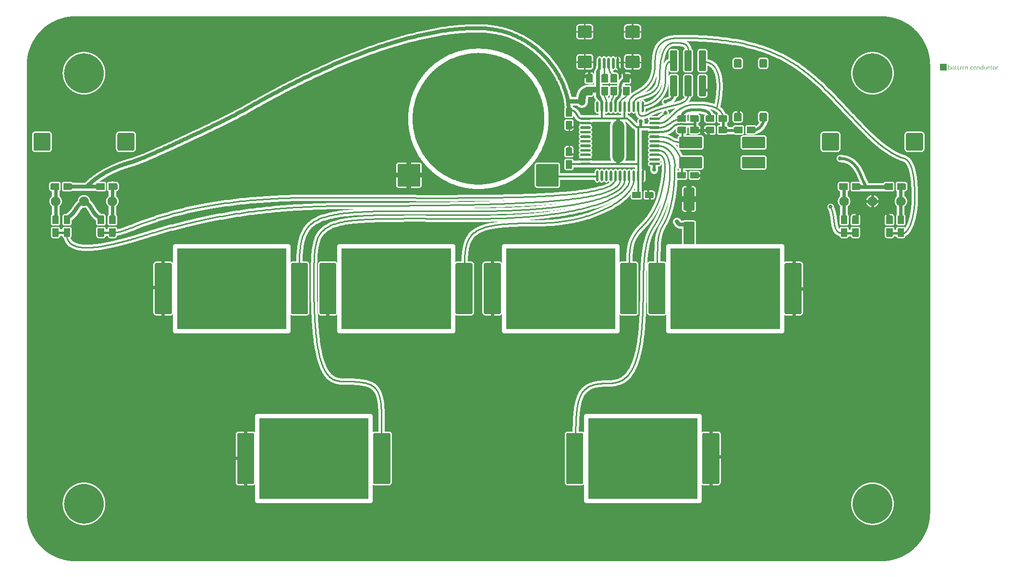
<source format=gbl>
G04                                                      *
G04 Greetings!                                           *
G04 This Gerber was generated by PCBmodE, an open source *
G04 PCB design software. Get it here:                    *
G04                                                      *
G04   http://pcbmode.com                                 *
G04                                                      *
G04 Also visit                                           *
G04                                                      *
G04   http://boldport.com                                *
G04                                                      *
G04 and follow @boldport / @pcbmode for updates!         *
G04                                                      *

G04 leading zeros omitted (L); absolute data (A); 6 integer digits and 6 fractional digits *
%FSLAX66Y66*%

G04 mode (MO): millimeters (MM) *
%MOMM*%

G04 Aperture definitions *
%ADD10C,0.001X*%
%ADD11C,0.001X*%
%ADD20C,0.80X*%
%ADD30C,1.21X*%
%ADD44C,0.88X*%
%ADD57C,0.28X*%
%ADD47C,0.48X*%
%ADD48C,0.58X*%
%ADD21C,0.50X*%
%ADD22C,0.40X*%
%ADD27C,1.28X*%
%ADD42C,0.58X*%
%ADD34C,1.48X*%
%ADD61C,0.30X*%
%ADD65C,0.54X*%
%ADD25C,1.54X*%
%ADD50C,0.98X*%
%ADD23C,1.48X*%
%ADD58C,0.68X*%
%ADD62C,1.04X*%
%ADD55C,0.71X*%
%ADD28C,1.38X*%
%ADD45C,0.74X*%
%ADD36C,2.88X*%
%ADD29C,1.28X*%
%ADD52C,0.41X*%
%ADD54C,0.71X*%
%ADD49C,0.48X*%
%ADD53C,0.54X*%
%ADD63C,0.28X*%
%ADD46C,0.28X*%
%ADD32C,1.51X*%
%ADD24C,1.18X*%
%ADD31C,1.51X*%
%ADD38C,1.08X*%
%ADD39C,1.34X*%
%ADD40C,1.18X*%
%ADD60C,0.38X*%
%ADD41C,0.68X*%
%ADD43C,0.38X*%
%ADD33C,2.08X*%
%ADD51C,0.78X*%
%ADD26C,1.08X*%
%ADD35C,1.19X*%
%ADD56C,0.47X*%
%ADD64C,0.96X*%
%ADD66C,0.38X*%
%ADD37C,1.84X*%
%ADD59C,0.39X*%

%LPD*%
G36*
G01X160000000Y-48500000D02*
G01X160000000Y-9000000D01*
G01X160000000Y-9000000D01*
G01X159998794Y-8851169D01*
G01X159995189Y-8702920D01*
G01X159989204Y-8555274D01*
G01X159980856Y-8408247D01*
G01X159970165Y-8261860D01*
G01X159957149Y-8116130D01*
G01X159941827Y-7971076D01*
G01X159924216Y-7826716D01*
G01X159904336Y-7683069D01*
G01X159882205Y-7540153D01*
G01X159857842Y-7397988D01*
G01X159831265Y-7256591D01*
G01X159802493Y-7115981D01*
G01X159771543Y-6976176D01*
G01X159738436Y-6837196D01*
G01X159703189Y-6699058D01*
G01X159665821Y-6561781D01*
G01X159626350Y-6425384D01*
G01X159584795Y-6289886D01*
G01X159541174Y-6155304D01*
G01X159495506Y-6021657D01*
G01X159447810Y-5888964D01*
G01X159398104Y-5757244D01*
G01X159346406Y-5626514D01*
G01X159292735Y-5496794D01*
G01X159237110Y-5368101D01*
G01X159179549Y-5240455D01*
G01X159120071Y-5113875D01*
G01X159058694Y-4988377D01*
G01X158995436Y-4863982D01*
G01X158930317Y-4740707D01*
G01X158863355Y-4618571D01*
G01X158794568Y-4497593D01*
G01X158723974Y-4377791D01*
G01X158651593Y-4259184D01*
G01X158577443Y-4141790D01*
G01X158501542Y-4025628D01*
G01X158423910Y-3910716D01*
G01X158344563Y-3797073D01*
G01X158263522Y-3684717D01*
G01X158180804Y-3573667D01*
G01X158096429Y-3463941D01*
G01X158010414Y-3355559D01*
G01X157922778Y-3248538D01*
G01X157833539Y-3142896D01*
G01X157742717Y-3038654D01*
G01X157650330Y-2935828D01*
G01X157556396Y-2834438D01*
G01X157460933Y-2734502D01*
G01X157363961Y-2636039D01*
G01X157265498Y-2539067D01*
G01X157165562Y-2443604D01*
G01X157064172Y-2349670D01*
G01X156961346Y-2257283D01*
G01X156857104Y-2166461D01*
G01X156751462Y-2077222D01*
G01X156644441Y-1989586D01*
G01X156536059Y-1903571D01*
G01X156426333Y-1819196D01*
G01X156315283Y-1736478D01*
G01X156202927Y-1655437D01*
G01X156089284Y-1576090D01*
G01X155974372Y-1498458D01*
G01X155858210Y-1422557D01*
G01X155740816Y-1348407D01*
G01X155622209Y-1276026D01*
G01X155502407Y-1205432D01*
G01X155381429Y-1136645D01*
G01X155259293Y-1069683D01*
G01X155136018Y-1004564D01*
G01X155011623Y-0941306D01*
G01X154886125Y-0879929D01*
G01X154759545Y-0820451D01*
G01X154631899Y-0762890D01*
G01X154503206Y-0707265D01*
G01X154373486Y-0653594D01*
G01X154242756Y-0601896D01*
G01X154111036Y-0552190D01*
G01X153978343Y-0504494D01*
G01X153844696Y-0458826D01*
G01X153710114Y-0415205D01*
G01X153574616Y-0373650D01*
G01X153438219Y-0334179D01*
G01X153300942Y-0296811D01*
G01X153162804Y-0261564D01*
G01X153023824Y-0228457D01*
G01X152884019Y-0197507D01*
G01X152743409Y-0168735D01*
G01X152602012Y-0142158D01*
G01X152459847Y-0117795D01*
G01X152316931Y-0095664D01*
G01X152173284Y-0075784D01*
G01X152028924Y-0058173D01*
G01X151883870Y-0042851D01*
G01X151738140Y-0029835D01*
G01X151591753Y-0019144D01*
G01X151444726Y-0010796D01*
G01X151297080Y-0004811D01*
G01X151148831Y-0001206D01*
G01X151000000Y-0000000D01*
G01X151000000Y-0000000D01*
G01X80000000Y-0000000D01*
G01X9000000Y-0000000D01*
G01X9000000Y-0000000D01*
G01X8851169Y-0001206D01*
G01X8702920Y-0004811D01*
G01X8555274Y-0010796D01*
G01X8408247Y-0019144D01*
G01X8261860Y-0029835D01*
G01X8116130Y-0042851D01*
G01X7971076Y-0058173D01*
G01X7826716Y-0075784D01*
G01X7683069Y-0095664D01*
G01X7540153Y-0117795D01*
G01X7397988Y-0142158D01*
G01X7256591Y-0168735D01*
G01X7115981Y-0197507D01*
G01X6976176Y-0228457D01*
G01X6837196Y-0261564D01*
G01X6699058Y-0296811D01*
G01X6561781Y-0334179D01*
G01X6425384Y-0373650D01*
G01X6289886Y-0415205D01*
G01X6155304Y-0458826D01*
G01X6021657Y-0504494D01*
G01X5888964Y-0552190D01*
G01X5757244Y-0601896D01*
G01X5626514Y-0653594D01*
G01X5496794Y-0707265D01*
G01X5368101Y-0762890D01*
G01X5240455Y-0820451D01*
G01X5113875Y-0879929D01*
G01X4988377Y-0941306D01*
G01X4863982Y-1004564D01*
G01X4740707Y-1069683D01*
G01X4618571Y-1136645D01*
G01X4497593Y-1205432D01*
G01X4377791Y-1276026D01*
G01X4259184Y-1348407D01*
G01X4141790Y-1422557D01*
G01X4025628Y-1498458D01*
G01X3910716Y-1576090D01*
G01X3797073Y-1655437D01*
G01X3684717Y-1736478D01*
G01X3573667Y-1819196D01*
G01X3463941Y-1903571D01*
G01X3355559Y-1989586D01*
G01X3248538Y-2077222D01*
G01X3142896Y-2166461D01*
G01X3038654Y-2257283D01*
G01X2935828Y-2349670D01*
G01X2834438Y-2443604D01*
G01X2734502Y-2539067D01*
G01X2636039Y-2636039D01*
G01X2539067Y-2734502D01*
G01X2443604Y-2834438D01*
G01X2349670Y-2935828D01*
G01X2257283Y-3038654D01*
G01X2166461Y-3142896D01*
G01X2077222Y-3248538D01*
G01X1989586Y-3355559D01*
G01X1903571Y-3463941D01*
G01X1819196Y-3573667D01*
G01X1736478Y-3684717D01*
G01X1655437Y-3797073D01*
G01X1576090Y-3910716D01*
G01X1498458Y-4025628D01*
G01X1422557Y-4141790D01*
G01X1348407Y-4259184D01*
G01X1276026Y-4377791D01*
G01X1205432Y-4497593D01*
G01X1136645Y-4618571D01*
G01X1069683Y-4740707D01*
G01X1004564Y-4863982D01*
G01X0941306Y-4988377D01*
G01X0879929Y-5113875D01*
G01X0820451Y-5240455D01*
G01X0762890Y-5368101D01*
G01X0707265Y-5496794D01*
G01X0653594Y-5626514D01*
G01X0601896Y-5757244D01*
G01X0552190Y-5888964D01*
G01X0504494Y-6021657D01*
G01X0458826Y-6155304D01*
G01X0415205Y-6289886D01*
G01X0373650Y-6425384D01*
G01X0334179Y-6561781D01*
G01X0296811Y-6699058D01*
G01X0261564Y-6837196D01*
G01X0228457Y-6976176D01*
G01X0197507Y-7115981D01*
G01X0168735Y-7256591D01*
G01X0142158Y-7397988D01*
G01X0117795Y-7540153D01*
G01X0095664Y-7683069D01*
G01X0075784Y-7826716D01*
G01X0058173Y-7971076D01*
G01X0042851Y-8116130D01*
G01X0029835Y-8261860D01*
G01X0019144Y-8408247D01*
G01X0010796Y-8555274D01*
G01X0004811Y-8702920D01*
G01X0001206Y-8851169D01*
G01X0000000Y-9000000D01*
G01X0000000Y-9000000D01*
G01X0000000Y-48500000D01*
G01X0000000Y-88000000D01*
G01X0000000Y-88000000D01*
G01X0001206Y-88148831D01*
G01X0004811Y-88297080D01*
G01X0010796Y-88444726D01*
G01X0019144Y-88591752D01*
G01X0029835Y-88738140D01*
G01X0042851Y-88883870D01*
G01X0058173Y-89028924D01*
G01X0075784Y-89173284D01*
G01X0095664Y-89316931D01*
G01X0117795Y-89459847D01*
G01X0142158Y-89602012D01*
G01X0168735Y-89743409D01*
G01X0197507Y-89884019D01*
G01X0228457Y-90023824D01*
G01X0261564Y-90162804D01*
G01X0296811Y-90300942D01*
G01X0334179Y-90438219D01*
G01X0373650Y-90574616D01*
G01X0415205Y-90710114D01*
G01X0458826Y-90844696D01*
G01X0504494Y-90978343D01*
G01X0552190Y-91111036D01*
G01X0601896Y-91242756D01*
G01X0653594Y-91373486D01*
G01X0707265Y-91503206D01*
G01X0762890Y-91631899D01*
G01X0820451Y-91759545D01*
G01X0879929Y-91886125D01*
G01X0941306Y-92011623D01*
G01X1004564Y-92136018D01*
G01X1069683Y-92259293D01*
G01X1136645Y-92381429D01*
G01X1205432Y-92502407D01*
G01X1276026Y-92622209D01*
G01X1348407Y-92740816D01*
G01X1422557Y-92858210D01*
G01X1498458Y-92974372D01*
G01X1576090Y-93089284D01*
G01X1655437Y-93202927D01*
G01X1736478Y-93315283D01*
G01X1819196Y-93426333D01*
G01X1903571Y-93536059D01*
G01X1989586Y-93644441D01*
G01X2077222Y-93751462D01*
G01X2166461Y-93857104D01*
G01X2257283Y-93961346D01*
G01X2349670Y-94064172D01*
G01X2443604Y-94165562D01*
G01X2539067Y-94265498D01*
G01X2636039Y-94363961D01*
G01X2734502Y-94460933D01*
G01X2834438Y-94556396D01*
G01X2935828Y-94650330D01*
G01X3038654Y-94742717D01*
G01X3142896Y-94833539D01*
G01X3248538Y-94922778D01*
G01X3355559Y-95010414D01*
G01X3463941Y-95096429D01*
G01X3573667Y-95180804D01*
G01X3684717Y-95263522D01*
G01X3797073Y-95344563D01*
G01X3910716Y-95423910D01*
G01X4025628Y-95501542D01*
G01X4141790Y-95577443D01*
G01X4259184Y-95651593D01*
G01X4377791Y-95723974D01*
G01X4497593Y-95794568D01*
G01X4618571Y-95863355D01*
G01X4740707Y-95930317D01*
G01X4863982Y-95995436D01*
G01X4988377Y-96058694D01*
G01X5113875Y-96120071D01*
G01X5240455Y-96179549D01*
G01X5368101Y-96237110D01*
G01X5496794Y-96292735D01*
G01X5626514Y-96346406D01*
G01X5757244Y-96398104D01*
G01X5888964Y-96447810D01*
G01X6021657Y-96495506D01*
G01X6155304Y-96541174D01*
G01X6289886Y-96584795D01*
G01X6425384Y-96626350D01*
G01X6561781Y-96665821D01*
G01X6699058Y-96703189D01*
G01X6837196Y-96738436D01*
G01X6976176Y-96771543D01*
G01X7115981Y-96802493D01*
G01X7256591Y-96831265D01*
G01X7397988Y-96857842D01*
G01X7540153Y-96882205D01*
G01X7683069Y-96904336D01*
G01X7826716Y-96924216D01*
G01X7971076Y-96941827D01*
G01X8116130Y-96957149D01*
G01X8261860Y-96970165D01*
G01X8408247Y-96980856D01*
G01X8555274Y-96989204D01*
G01X8702920Y-96995189D01*
G01X8851169Y-96998794D01*
G01X9000000Y-97000000D01*
G01X9000000Y-97000000D01*
G01X80000000Y-97000000D01*
G01X151000000Y-97000000D01*
G01X151000000Y-97000000D01*
G01X151148831Y-96998794D01*
G01X151297080Y-96995189D01*
G01X151444726Y-96989204D01*
G01X151591753Y-96980856D01*
G01X151738140Y-96970165D01*
G01X151883870Y-96957149D01*
G01X152028924Y-96941827D01*
G01X152173284Y-96924216D01*
G01X152316931Y-96904336D01*
G01X152459847Y-96882205D01*
G01X152602012Y-96857842D01*
G01X152743409Y-96831265D01*
G01X152884019Y-96802493D01*
G01X153023824Y-96771543D01*
G01X153162804Y-96738436D01*
G01X153300942Y-96703189D01*
G01X153438219Y-96665821D01*
G01X153574616Y-96626350D01*
G01X153710114Y-96584795D01*
G01X153844696Y-96541174D01*
G01X153978343Y-96495506D01*
G01X154111036Y-96447810D01*
G01X154242756Y-96398104D01*
G01X154373486Y-96346406D01*
G01X154503206Y-96292735D01*
G01X154631899Y-96237110D01*
G01X154759545Y-96179549D01*
G01X154886125Y-96120071D01*
G01X155011623Y-96058694D01*
G01X155136018Y-95995436D01*
G01X155259293Y-95930317D01*
G01X155381429Y-95863355D01*
G01X155502407Y-95794568D01*
G01X155622209Y-95723974D01*
G01X155740816Y-95651593D01*
G01X155858210Y-95577443D01*
G01X155974372Y-95501542D01*
G01X156089284Y-95423910D01*
G01X156202927Y-95344563D01*
G01X156315283Y-95263522D01*
G01X156426333Y-95180804D01*
G01X156536059Y-95096429D01*
G01X156644441Y-95010414D01*
G01X156751462Y-94922778D01*
G01X156857104Y-94833539D01*
G01X156961346Y-94742717D01*
G01X157064172Y-94650330D01*
G01X157165562Y-94556396D01*
G01X157265498Y-94460933D01*
G01X157363961Y-94363961D01*
G01X157460933Y-94265498D01*
G01X157556396Y-94165562D01*
G01X157650330Y-94064172D01*
G01X157742717Y-93961346D01*
G01X157833539Y-93857104D01*
G01X157922778Y-93751462D01*
G01X158010414Y-93644441D01*
G01X158096429Y-93536059D01*
G01X158180804Y-93426333D01*
G01X158263522Y-93315283D01*
G01X158344563Y-93202927D01*
G01X158423910Y-93089284D01*
G01X158501542Y-92974372D01*
G01X158577443Y-92858210D01*
G01X158651593Y-92740816D01*
G01X158723974Y-92622209D01*
G01X158794568Y-92502407D01*
G01X158863355Y-92381429D01*
G01X158930317Y-92259293D01*
G01X158995436Y-92136018D01*
G01X159058694Y-92011623D01*
G01X159120071Y-91886125D01*
G01X159179549Y-91759545D01*
G01X159237110Y-91631899D01*
G01X159292735Y-91503206D01*
G01X159346406Y-91373486D01*
G01X159398104Y-91242756D01*
G01X159447810Y-91111036D01*
G01X159495506Y-90978343D01*
G01X159541174Y-90844696D01*
G01X159584795Y-90710114D01*
G01X159626350Y-90574616D01*
G01X159665821Y-90438219D01*
G01X159703189Y-90300942D01*
G01X159738436Y-90162804D01*
G01X159771543Y-90023824D01*
G01X159802493Y-89884019D01*
G01X159831265Y-89743409D01*
G01X159857842Y-89602012D01*
G01X159882205Y-89459847D01*
G01X159904336Y-89316931D01*
G01X159924216Y-89173284D01*
G01X159941827Y-89028924D01*
G01X159957149Y-88883870D01*
G01X159970165Y-88738140D01*
G01X159980856Y-88591752D01*
G01X159989204Y-88444726D01*
G01X159995189Y-88297080D01*
G01X159998794Y-88148831D01*
G01X160000000Y-88000000D01*
G01X160000000Y-88000000D01*
G01X160000000Y-48500000D01*
G37*
G36*
G01X143100001Y-21549999D02*
G01X141100001Y-21549999D01*
G01X141100001Y-23649999D01*
G01X143100001Y-23649999D01*
G01X143100001Y-21549999D01*
G37*
G36*
G01X157900001Y-21549999D02*
G01X155900001Y-21549999D01*
G01X155900001Y-23649999D01*
G01X157900001Y-23649999D01*
G01X157900001Y-21549999D01*
G37*
G36*
G01X4100000Y-21549999D02*
G01X2100000Y-21549999D01*
G01X2100000Y-23649999D01*
G01X4100000Y-23649999D01*
G01X4100000Y-21549999D01*
G37*
G36*
G01X18900000Y-21549999D02*
G01X16900000Y-21549999D01*
G01X16900000Y-23649999D01*
G01X18900000Y-23649999D01*
G01X18900000Y-21549999D01*
G37*
G36*
G01X98999999Y-71000001D02*
G01X119000002Y-71000001D01*
G01X119000002Y-85999999D01*
G01X98999999Y-85999999D01*
G01X98999999Y-71000001D01*
G37*
G36*
G01X41000000Y-71000001D02*
G01X60999999Y-71000001D01*
G01X60999999Y-85999999D01*
G01X41000000Y-85999999D01*
G01X41000000Y-71000001D01*
G37*
G36*
G01X80000000Y-30500000D02*
G01X80000000Y-30500000D01*
G01X80198442Y-30498392D01*
G01X80396106Y-30493586D01*
G01X80592968Y-30485605D01*
G01X80789003Y-30474475D01*
G01X80984186Y-30460220D01*
G01X81178493Y-30442866D01*
G01X81371899Y-30422435D01*
G01X81564379Y-30398955D01*
G01X81755908Y-30372448D01*
G01X81946462Y-30342940D01*
G01X82136016Y-30310456D01*
G01X82324545Y-30275020D01*
G01X82512026Y-30236657D01*
G01X82698431Y-30195391D01*
G01X82883739Y-30151248D01*
G01X83067922Y-30104252D01*
G01X83250958Y-30054427D01*
G01X83432820Y-30001800D01*
G01X83613485Y-29946393D01*
G01X83792928Y-29888232D01*
G01X83971123Y-29827342D01*
G01X84148047Y-29763747D01*
G01X84323674Y-29697472D01*
G01X84497981Y-29628541D01*
G01X84670941Y-29556980D01*
G01X84842531Y-29482814D01*
G01X85012725Y-29406066D01*
G01X85181500Y-29326761D01*
G01X85348830Y-29244925D01*
G01X85514690Y-29160582D01*
G01X85679057Y-29073756D01*
G01X85841904Y-28984473D01*
G01X86003208Y-28892756D01*
G01X86162944Y-28798632D01*
G01X86321087Y-28702124D01*
G01X86477612Y-28603257D01*
G01X86632495Y-28502056D01*
G01X86785711Y-28398546D01*
G01X86937236Y-28292751D01*
G01X87087043Y-28184696D01*
G01X87235110Y-28074405D01*
G01X87381411Y-27961904D01*
G01X87525921Y-27847218D01*
G01X87668616Y-27730370D01*
G01X87809471Y-27611385D01*
G01X87948461Y-27490289D01*
G01X88085562Y-27367106D01*
G01X88220748Y-27241860D01*
G01X88353996Y-27114577D01*
G01X88485281Y-26985281D01*
G01X88614577Y-26853996D01*
G01X88741860Y-26720749D01*
G01X88867105Y-26585562D01*
G01X88990289Y-26448461D01*
G01X89111385Y-26309471D01*
G01X89230369Y-26168616D01*
G01X89347217Y-26025921D01*
G01X89461904Y-25881411D01*
G01X89574405Y-25735110D01*
G01X89684695Y-25587044D01*
G01X89792750Y-25437236D01*
G01X89898545Y-25285711D01*
G01X90002056Y-25132496D01*
G01X90103256Y-24977612D01*
G01X90202123Y-24821087D01*
G01X90298631Y-24662944D01*
G01X90392756Y-24503208D01*
G01X90484472Y-24341904D01*
G01X90573755Y-24179057D01*
G01X90660581Y-24014690D01*
G01X90744924Y-23848830D01*
G01X90826760Y-23681500D01*
G01X90906065Y-23512725D01*
G01X90982813Y-23342531D01*
G01X91056980Y-23170941D01*
G01X91128540Y-22997980D01*
G01X91197471Y-22823674D01*
G01X91263746Y-22648047D01*
G01X91327341Y-22471123D01*
G01X91388231Y-22292927D01*
G01X91446392Y-22113485D01*
G01X91501799Y-21932820D01*
G01X91554427Y-21750957D01*
G01X91604251Y-21567922D01*
G01X91651247Y-21383738D01*
G01X91695390Y-21198431D01*
G01X91736656Y-21012025D01*
G01X91775019Y-20824545D01*
G01X91810455Y-20636015D01*
G01X91842939Y-20446461D01*
G01X91872447Y-20255907D01*
G01X91898954Y-20064378D01*
G01X91922434Y-19871898D01*
G01X91942865Y-19678492D01*
G01X91960219Y-19484186D01*
G01X91974474Y-19289002D01*
G01X91985604Y-19092967D01*
G01X91993585Y-18896105D01*
G01X91998391Y-18698441D01*
G01X91999999Y-18499999D01*
G01X91999999Y-18499999D01*
G01X91999999Y-18499999D01*
G01X91998391Y-18301557D01*
G01X91993585Y-18103893D01*
G01X91985604Y-17907031D01*
G01X91974474Y-17710996D01*
G01X91960219Y-17515812D01*
G01X91942865Y-17321506D01*
G01X91922434Y-17128100D01*
G01X91898954Y-16935620D01*
G01X91872447Y-16744091D01*
G01X91842939Y-16553537D01*
G01X91810455Y-16363983D01*
G01X91775019Y-16175453D01*
G01X91736656Y-15987973D01*
G01X91695390Y-15801567D01*
G01X91651247Y-15616260D01*
G01X91604251Y-15432076D01*
G01X91554427Y-15249041D01*
G01X91501799Y-15067178D01*
G01X91446392Y-14886513D01*
G01X91388231Y-14707071D01*
G01X91327341Y-14528875D01*
G01X91263746Y-14351951D01*
G01X91197471Y-14176324D01*
G01X91128540Y-14002018D01*
G01X91056980Y-13829057D01*
G01X90982813Y-13657468D01*
G01X90906065Y-13487273D01*
G01X90826760Y-13318499D01*
G01X90744924Y-13151169D01*
G01X90660581Y-12985308D01*
G01X90573755Y-12820942D01*
G01X90484472Y-12658094D01*
G01X90392756Y-12496790D01*
G01X90298631Y-12337054D01*
G01X90202123Y-12178911D01*
G01X90103256Y-12022386D01*
G01X90002056Y-11867503D01*
G01X89898545Y-11714287D01*
G01X89792750Y-11562763D01*
G01X89684695Y-11412955D01*
G01X89574405Y-11264888D01*
G01X89461904Y-11118588D01*
G01X89347217Y-10974077D01*
G01X89230369Y-10831382D01*
G01X89111385Y-10690528D01*
G01X88990289Y-10551537D01*
G01X88867105Y-10414437D01*
G01X88741860Y-10279250D01*
G01X88614577Y-10146002D01*
G01X88485281Y-10014718D01*
G01X88353996Y-9885421D01*
G01X88220748Y-9758138D01*
G01X88085562Y-9632893D01*
G01X87948461Y-9509709D01*
G01X87809471Y-9388613D01*
G01X87668616Y-9269629D01*
G01X87525921Y-9152781D01*
G01X87381411Y-9038094D01*
G01X87235110Y-8925593D01*
G01X87087043Y-8815303D01*
G01X86937236Y-8707248D01*
G01X86785711Y-8601453D01*
G01X86632495Y-8497943D01*
G01X86477612Y-8396742D01*
G01X86321087Y-8297875D01*
G01X86162944Y-8201367D01*
G01X86003208Y-8107242D01*
G01X85841904Y-8015526D01*
G01X85679057Y-7926243D01*
G01X85514690Y-7839417D01*
G01X85348830Y-7755074D01*
G01X85181500Y-7673238D01*
G01X85012725Y-7593933D01*
G01X84842531Y-7517185D01*
G01X84670941Y-7443018D01*
G01X84497981Y-7371458D01*
G01X84323674Y-7302527D01*
G01X84148047Y-7236252D01*
G01X83971123Y-7172657D01*
G01X83792928Y-7111767D01*
G01X83613485Y-7053606D01*
G01X83432820Y-6998199D01*
G01X83250958Y-6945571D01*
G01X83067922Y-6895747D01*
G01X82883739Y-6848751D01*
G01X82698431Y-6804608D01*
G01X82512026Y-6763342D01*
G01X82324545Y-6724979D01*
G01X82136016Y-6689543D01*
G01X81946462Y-6657059D01*
G01X81755908Y-6627551D01*
G01X81564379Y-6601044D01*
G01X81371899Y-6577564D01*
G01X81178493Y-6557133D01*
G01X80984186Y-6539779D01*
G01X80789003Y-6525524D01*
G01X80592968Y-6514394D01*
G01X80396106Y-6506413D01*
G01X80198442Y-6501607D01*
G01X80000000Y-6499999D01*
G01X80000000Y-6499999D01*
G01X80000000Y-6499999D01*
G01X79801558Y-6501607D01*
G01X79603894Y-6506413D01*
G01X79407032Y-6514394D01*
G01X79210997Y-6525524D01*
G01X79015814Y-6539779D01*
G01X78821507Y-6557133D01*
G01X78628101Y-6577564D01*
G01X78435621Y-6601044D01*
G01X78244092Y-6627551D01*
G01X78053538Y-6657059D01*
G01X77863984Y-6689543D01*
G01X77675454Y-6724979D01*
G01X77487974Y-6763342D01*
G01X77301568Y-6804608D01*
G01X77116261Y-6848751D01*
G01X76932078Y-6895747D01*
G01X76749042Y-6945571D01*
G01X76567180Y-6998199D01*
G01X76386515Y-7053606D01*
G01X76207072Y-7111767D01*
G01X76028877Y-7172657D01*
G01X75851953Y-7236252D01*
G01X75676325Y-7302527D01*
G01X75502019Y-7371458D01*
G01X75329059Y-7443018D01*
G01X75157469Y-7517185D01*
G01X74987274Y-7593933D01*
G01X74818500Y-7673238D01*
G01X74651170Y-7755074D01*
G01X74485309Y-7839417D01*
G01X74320943Y-7926243D01*
G01X74158095Y-8015526D01*
G01X73996791Y-8107242D01*
G01X73837055Y-8201367D01*
G01X73678912Y-8297875D01*
G01X73522387Y-8396742D01*
G01X73367504Y-8497943D01*
G01X73214288Y-8601453D01*
G01X73062764Y-8707248D01*
G01X72912956Y-8815303D01*
G01X72764889Y-8925593D01*
G01X72618589Y-9038094D01*
G01X72474078Y-9152781D01*
G01X72331383Y-9269629D01*
G01X72190529Y-9388613D01*
G01X72051538Y-9509709D01*
G01X71914438Y-9632893D01*
G01X71779251Y-9758138D01*
G01X71646003Y-9885421D01*
G01X71514719Y-10014718D01*
G01X71385422Y-10146002D01*
G01X71258139Y-10279250D01*
G01X71132894Y-10414437D01*
G01X71009710Y-10551537D01*
G01X70888614Y-10690528D01*
G01X70769630Y-10831382D01*
G01X70652782Y-10974077D01*
G01X70538095Y-11118588D01*
G01X70425594Y-11264888D01*
G01X70315304Y-11412955D01*
G01X70207248Y-11562763D01*
G01X70101453Y-11714287D01*
G01X69997943Y-11867503D01*
G01X69896742Y-12022386D01*
G01X69797875Y-12178911D01*
G01X69701367Y-12337054D01*
G01X69607243Y-12496790D01*
G01X69515527Y-12658094D01*
G01X69426243Y-12820942D01*
G01X69339418Y-12985308D01*
G01X69255074Y-13151169D01*
G01X69173238Y-13318499D01*
G01X69093934Y-13487273D01*
G01X69017186Y-13657468D01*
G01X68943019Y-13829057D01*
G01X68871458Y-14002018D01*
G01X68802528Y-14176324D01*
G01X68736253Y-14351951D01*
G01X68672657Y-14528875D01*
G01X68611767Y-14707071D01*
G01X68553606Y-14886513D01*
G01X68498200Y-15067178D01*
G01X68445572Y-15249041D01*
G01X68395747Y-15432076D01*
G01X68348751Y-15616260D01*
G01X68304608Y-15801567D01*
G01X68263342Y-15987973D01*
G01X68224979Y-16175453D01*
G01X68189543Y-16363983D01*
G01X68157059Y-16553537D01*
G01X68127551Y-16744091D01*
G01X68101044Y-16935620D01*
G01X68077564Y-17128100D01*
G01X68057133Y-17321506D01*
G01X68039779Y-17515812D01*
G01X68025524Y-17710996D01*
G01X68014394Y-17907031D01*
G01X68006413Y-18103893D01*
G01X68001607Y-18301557D01*
G01X67999999Y-18499999D01*
G01X67999999Y-18499999D01*
G01X67999999Y-18499999D01*
G01X68001607Y-18698441D01*
G01X68006413Y-18896105D01*
G01X68014394Y-19092967D01*
G01X68025524Y-19289002D01*
G01X68039779Y-19484186D01*
G01X68057133Y-19678492D01*
G01X68077564Y-19871898D01*
G01X68101044Y-20064378D01*
G01X68127551Y-20255907D01*
G01X68157059Y-20446461D01*
G01X68189543Y-20636015D01*
G01X68224979Y-20824545D01*
G01X68263342Y-21012025D01*
G01X68304608Y-21198431D01*
G01X68348751Y-21383738D01*
G01X68395747Y-21567922D01*
G01X68445572Y-21750957D01*
G01X68498200Y-21932820D01*
G01X68553606Y-22113485D01*
G01X68611767Y-22292927D01*
G01X68672657Y-22471123D01*
G01X68736253Y-22648047D01*
G01X68802528Y-22823674D01*
G01X68871458Y-22997980D01*
G01X68943019Y-23170941D01*
G01X69017186Y-23342531D01*
G01X69093934Y-23512725D01*
G01X69173238Y-23681500D01*
G01X69255074Y-23848830D01*
G01X69339418Y-24014690D01*
G01X69426243Y-24179057D01*
G01X69515527Y-24341904D01*
G01X69607243Y-24503208D01*
G01X69701367Y-24662944D01*
G01X69797875Y-24821087D01*
G01X69896742Y-24977612D01*
G01X69997943Y-25132496D01*
G01X70101453Y-25285711D01*
G01X70207248Y-25437236D01*
G01X70315304Y-25587044D01*
G01X70425594Y-25735110D01*
G01X70538095Y-25881411D01*
G01X70652782Y-26025921D01*
G01X70769630Y-26168616D01*
G01X70888614Y-26309471D01*
G01X71009710Y-26448461D01*
G01X71132894Y-26585562D01*
G01X71258139Y-26720749D01*
G01X71385422Y-26853996D01*
G01X71514719Y-26985281D01*
G01X71646003Y-27114577D01*
G01X71779251Y-27241860D01*
G01X71914438Y-27367106D01*
G01X72051538Y-27490289D01*
G01X72190529Y-27611385D01*
G01X72331383Y-27730370D01*
G01X72474078Y-27847218D01*
G01X72618589Y-27961904D01*
G01X72764889Y-28074405D01*
G01X72912956Y-28184696D01*
G01X73062764Y-28292751D01*
G01X73214288Y-28398546D01*
G01X73367504Y-28502056D01*
G01X73522387Y-28603257D01*
G01X73678912Y-28702124D01*
G01X73837055Y-28798632D01*
G01X73996791Y-28892756D01*
G01X74158095Y-28984473D01*
G01X74320943Y-29073756D01*
G01X74485309Y-29160582D01*
G01X74651170Y-29244925D01*
G01X74818500Y-29326761D01*
G01X74987274Y-29406066D01*
G01X75157469Y-29482814D01*
G01X75329059Y-29556980D01*
G01X75502019Y-29628541D01*
G01X75676325Y-29697472D01*
G01X75851953Y-29763747D01*
G01X76028877Y-29827342D01*
G01X76207072Y-29888232D01*
G01X76386515Y-29946393D01*
G01X76567180Y-30001800D01*
G01X76749042Y-30054427D01*
G01X76932078Y-30104252D01*
G01X77116261Y-30151248D01*
G01X77301568Y-30195391D01*
G01X77487974Y-30236657D01*
G01X77675454Y-30275020D01*
G01X77863984Y-30310456D01*
G01X78053538Y-30342940D01*
G01X78244092Y-30372448D01*
G01X78435621Y-30398955D01*
G01X78628101Y-30422435D01*
G01X78821507Y-30442866D01*
G01X79015814Y-30460220D01*
G01X79210997Y-30474475D01*
G01X79407032Y-30485605D01*
G01X79603894Y-30493586D01*
G01X79801558Y-30498392D01*
G01X80000000Y-30500000D01*
G01X80000000Y-30500000D01*
G37*
G36*
G01X84500000Y-40999998D02*
G01X104500000Y-40999998D01*
G01X104500000Y-55999999D01*
G01X84500000Y-55999999D01*
G01X84500000Y-40999998D01*
G37*
G36*
G01X55500000Y-40999998D02*
G01X75500001Y-40999998D01*
G01X75500001Y-55999999D01*
G01X55500000Y-55999999D01*
G01X55500000Y-40999998D01*
G37*
G36*
G01X113500001Y-40999998D02*
G01X133500001Y-40999998D01*
G01X133500001Y-55999999D01*
G01X113500001Y-55999999D01*
G01X113500001Y-40999998D01*
G37*
G36*
G01X26500000Y-40999998D02*
G01X46500000Y-40999998D01*
G01X46500000Y-55999999D01*
G01X26500000Y-55999999D01*
G01X26500000Y-40999998D01*
G37*
%LPC*%
D20*
G01X0000000Y-48500000D02*
G01X0000000Y-9000000D01*
G01X0000000Y-9000000D01*
G01X0001206Y-8851169D01*
G01X0004811Y-8702920D01*
G01X0010796Y-8555274D01*
G01X0019144Y-8408247D01*
G01X0029835Y-8261860D01*
G01X0042851Y-8116130D01*
G01X0058173Y-7971076D01*
G01X0075784Y-7826716D01*
G01X0095664Y-7683069D01*
G01X0117795Y-7540153D01*
G01X0142158Y-7397988D01*
G01X0168735Y-7256591D01*
G01X0197507Y-7115981D01*
G01X0228457Y-6976176D01*
G01X0261564Y-6837196D01*
G01X0296811Y-6699058D01*
G01X0334179Y-6561781D01*
G01X0373650Y-6425384D01*
G01X0415205Y-6289886D01*
G01X0458826Y-6155304D01*
G01X0504494Y-6021657D01*
G01X0552190Y-5888964D01*
G01X0601896Y-5757244D01*
G01X0653594Y-5626514D01*
G01X0707265Y-5496794D01*
G01X0762890Y-5368101D01*
G01X0820451Y-5240455D01*
G01X0879929Y-5113875D01*
G01X0941306Y-4988377D01*
G01X1004564Y-4863982D01*
G01X1069683Y-4740707D01*
G01X1136645Y-4618571D01*
G01X1205432Y-4497593D01*
G01X1276026Y-4377791D01*
G01X1348407Y-4259184D01*
G01X1422557Y-4141790D01*
G01X1498458Y-4025628D01*
G01X1576090Y-3910716D01*
G01X1655437Y-3797073D01*
G01X1736478Y-3684717D01*
G01X1819196Y-3573667D01*
G01X1903571Y-3463941D01*
G01X1989586Y-3355559D01*
G01X2077222Y-3248538D01*
G01X2166461Y-3142896D01*
G01X2257283Y-3038654D01*
G01X2349670Y-2935828D01*
G01X2443604Y-2834438D01*
G01X2539067Y-2734502D01*
G01X2636039Y-2636039D01*
G01X2734502Y-2539067D01*
G01X2834438Y-2443604D01*
G01X2935828Y-2349670D01*
G01X3038654Y-2257283D01*
G01X3142896Y-2166461D01*
G01X3248538Y-2077222D01*
G01X3355559Y-1989586D01*
G01X3463941Y-1903571D01*
G01X3573667Y-1819196D01*
G01X3684717Y-1736478D01*
G01X3797073Y-1655437D01*
G01X3910716Y-1576090D01*
G01X4025628Y-1498458D01*
G01X4141790Y-1422557D01*
G01X4259184Y-1348407D01*
G01X4377791Y-1276026D01*
G01X4497593Y-1205432D01*
G01X4618571Y-1136645D01*
G01X4740707Y-1069683D01*
G01X4863982Y-1004564D01*
G01X4988377Y-0941306D01*
G01X5113875Y-0879929D01*
G01X5240455Y-0820451D01*
G01X5368101Y-0762890D01*
G01X5496794Y-0707265D01*
G01X5626514Y-0653594D01*
G01X5757244Y-0601896D01*
G01X5888964Y-0552190D01*
G01X6021657Y-0504494D01*
G01X6155304Y-0458826D01*
G01X6289886Y-0415205D01*
G01X6425384Y-0373650D01*
G01X6561781Y-0334179D01*
G01X6699058Y-0296811D01*
G01X6837196Y-0261564D01*
G01X6976176Y-0228457D01*
G01X7115981Y-0197507D01*
G01X7256591Y-0168735D01*
G01X7397988Y-0142158D01*
G01X7540153Y-0117795D01*
G01X7683069Y-0095664D01*
G01X7826716Y-0075784D01*
G01X7971076Y-0058173D01*
G01X8116130Y-0042851D01*
G01X8261860Y-0029835D01*
G01X8408247Y-0019144D01*
G01X8555274Y-0010796D01*
G01X8702920Y-0004811D01*
G01X8851169Y-0001206D01*
G01X9000000Y-0000000D01*
G01X9000000Y-0000000D01*
G01X80000000Y-0000000D01*
G01X151000000Y-0000000D01*
G01X151000000Y-0000000D01*
G01X151148831Y-0001206D01*
G01X151297080Y-0004811D01*
G01X151444726Y-0010796D01*
G01X151591753Y-0019144D01*
G01X151738140Y-0029835D01*
G01X151883870Y-0042851D01*
G01X152028924Y-0058173D01*
G01X152173284Y-0075784D01*
G01X152316931Y-0095664D01*
G01X152459847Y-0117795D01*
G01X152602012Y-0142158D01*
G01X152743409Y-0168735D01*
G01X152884019Y-0197507D01*
G01X153023824Y-0228457D01*
G01X153162804Y-0261564D01*
G01X153300942Y-0296811D01*
G01X153438219Y-0334179D01*
G01X153574616Y-0373650D01*
G01X153710114Y-0415205D01*
G01X153844696Y-0458826D01*
G01X153978343Y-0504494D01*
G01X154111036Y-0552190D01*
G01X154242756Y-0601896D01*
G01X154373486Y-0653594D01*
G01X154503206Y-0707265D01*
G01X154631899Y-0762890D01*
G01X154759545Y-0820451D01*
G01X154886125Y-0879929D01*
G01X155011623Y-0941306D01*
G01X155136018Y-1004564D01*
G01X155259293Y-1069683D01*
G01X155381429Y-1136645D01*
G01X155502407Y-1205432D01*
G01X155622209Y-1276026D01*
G01X155740816Y-1348407D01*
G01X155858210Y-1422557D01*
G01X155974372Y-1498458D01*
G01X156089284Y-1576090D01*
G01X156202927Y-1655437D01*
G01X156315283Y-1736478D01*
G01X156426333Y-1819196D01*
G01X156536059Y-1903571D01*
G01X156644441Y-1989586D01*
G01X156751462Y-2077222D01*
G01X156857104Y-2166461D01*
G01X156961346Y-2257283D01*
G01X157064172Y-2349670D01*
G01X157165562Y-2443604D01*
G01X157265498Y-2539067D01*
G01X157363961Y-2636039D01*
G01X157460933Y-2734502D01*
G01X157556396Y-2834438D01*
G01X157650330Y-2935828D01*
G01X157742717Y-3038654D01*
G01X157833539Y-3142896D01*
G01X157922778Y-3248538D01*
G01X158010414Y-3355559D01*
G01X158096429Y-3463941D01*
G01X158180804Y-3573667D01*
G01X158263522Y-3684717D01*
G01X158344563Y-3797073D01*
G01X158423910Y-3910716D01*
G01X158501542Y-4025628D01*
G01X158577443Y-4141790D01*
G01X158651593Y-4259184D01*
G01X158723974Y-4377791D01*
G01X158794568Y-4497593D01*
G01X158863355Y-4618571D01*
G01X158930317Y-4740707D01*
G01X158995436Y-4863982D01*
G01X159058694Y-4988377D01*
G01X159120071Y-5113875D01*
G01X159179549Y-5240455D01*
G01X159237110Y-5368101D01*
G01X159292735Y-5496794D01*
G01X159346406Y-5626514D01*
G01X159398104Y-5757244D01*
G01X159447810Y-5888964D01*
G01X159495506Y-6021657D01*
G01X159541174Y-6155304D01*
G01X159584795Y-6289886D01*
G01X159626350Y-6425384D01*
G01X159665821Y-6561781D01*
G01X159703189Y-6699058D01*
G01X159738436Y-6837196D01*
G01X159771543Y-6976176D01*
G01X159802493Y-7115981D01*
G01X159831265Y-7256591D01*
G01X159857842Y-7397988D01*
G01X159882205Y-7540153D01*
G01X159904336Y-7683069D01*
G01X159924216Y-7826716D01*
G01X159941827Y-7971076D01*
G01X159957149Y-8116130D01*
G01X159970165Y-8261860D01*
G01X159980856Y-8408247D01*
G01X159989204Y-8555274D01*
G01X159995189Y-8702920D01*
G01X159998794Y-8851169D01*
G01X160000000Y-9000000D01*
G01X160000000Y-9000000D01*
G01X160000000Y-48500000D01*
G01X160000000Y-88000000D01*
G01X160000000Y-88000000D01*
G01X159998794Y-88148831D01*
G01X159995189Y-88297080D01*
G01X159989204Y-88444726D01*
G01X159980856Y-88591752D01*
G01X159970165Y-88738140D01*
G01X159957149Y-88883870D01*
G01X159941827Y-89028924D01*
G01X159924216Y-89173284D01*
G01X159904336Y-89316931D01*
G01X159882205Y-89459847D01*
G01X159857842Y-89602012D01*
G01X159831265Y-89743409D01*
G01X159802493Y-89884019D01*
G01X159771543Y-90023824D01*
G01X159738436Y-90162804D01*
G01X159703189Y-90300942D01*
G01X159665821Y-90438219D01*
G01X159626350Y-90574616D01*
G01X159584795Y-90710114D01*
G01X159541174Y-90844696D01*
G01X159495506Y-90978343D01*
G01X159447810Y-91111036D01*
G01X159398104Y-91242756D01*
G01X159346406Y-91373486D01*
G01X159292735Y-91503206D01*
G01X159237110Y-91631899D01*
G01X159179549Y-91759545D01*
G01X159120071Y-91886125D01*
G01X159058694Y-92011623D01*
G01X158995436Y-92136018D01*
G01X158930317Y-92259293D01*
G01X158863355Y-92381429D01*
G01X158794568Y-92502407D01*
G01X158723974Y-92622209D01*
G01X158651593Y-92740816D01*
G01X158577443Y-92858210D01*
G01X158501542Y-92974372D01*
G01X158423910Y-93089284D01*
G01X158344563Y-93202927D01*
G01X158263522Y-93315283D01*
G01X158180804Y-93426333D01*
G01X158096429Y-93536059D01*
G01X158010414Y-93644441D01*
G01X157922778Y-93751462D01*
G01X157833539Y-93857104D01*
G01X157742717Y-93961346D01*
G01X157650330Y-94064172D01*
G01X157556396Y-94165562D01*
G01X157460933Y-94265498D01*
G01X157363961Y-94363961D01*
G01X157265498Y-94460933D01*
G01X157165562Y-94556396D01*
G01X157064172Y-94650330D01*
G01X156961346Y-94742717D01*
G01X156857104Y-94833539D01*
G01X156751462Y-94922778D01*
G01X156644441Y-95010414D01*
G01X156536059Y-95096429D01*
G01X156426333Y-95180804D01*
G01X156315283Y-95263522D01*
G01X156202927Y-95344563D01*
G01X156089284Y-95423910D01*
G01X155974372Y-95501542D01*
G01X155858210Y-95577443D01*
G01X155740816Y-95651593D01*
G01X155622209Y-95723974D01*
G01X155502407Y-95794568D01*
G01X155381429Y-95863355D01*
G01X155259293Y-95930317D01*
G01X155136018Y-95995436D01*
G01X155011623Y-96058694D01*
G01X154886125Y-96120071D01*
G01X154759545Y-96179549D01*
G01X154631899Y-96237110D01*
G01X154503206Y-96292735D01*
G01X154373486Y-96346406D01*
G01X154242756Y-96398104D01*
G01X154111036Y-96447810D01*
G01X153978343Y-96495506D01*
G01X153844696Y-96541174D01*
G01X153710114Y-96584795D01*
G01X153574616Y-96626350D01*
G01X153438219Y-96665821D01*
G01X153300942Y-96703189D01*
G01X153162804Y-96738436D01*
G01X153023824Y-96771543D01*
G01X152884019Y-96802493D01*
G01X152743409Y-96831265D01*
G01X152602012Y-96857842D01*
G01X152459847Y-96882205D01*
G01X152316931Y-96904336D01*
G01X152173284Y-96924216D01*
G01X152028924Y-96941827D01*
G01X151883870Y-96957149D01*
G01X151738140Y-96970165D01*
G01X151591753Y-96980856D01*
G01X151444726Y-96989204D01*
G01X151297080Y-96995189D01*
G01X151148831Y-96998794D01*
G01X151000000Y-97000000D01*
G01X151000000Y-97000000D01*
G01X80000000Y-97000000D01*
G01X9000000Y-97000000D01*
G01X9000000Y-97000000D01*
G01X8851169Y-96998794D01*
G01X8702920Y-96995189D01*
G01X8555274Y-96989204D01*
G01X8408247Y-96980856D01*
G01X8261860Y-96970165D01*
G01X8116130Y-96957149D01*
G01X7971076Y-96941827D01*
G01X7826716Y-96924216D01*
G01X7683069Y-96904336D01*
G01X7540153Y-96882205D01*
G01X7397988Y-96857842D01*
G01X7256591Y-96831265D01*
G01X7115981Y-96802493D01*
G01X6976176Y-96771543D01*
G01X6837196Y-96738436D01*
G01X6699058Y-96703189D01*
G01X6561781Y-96665821D01*
G01X6425384Y-96626350D01*
G01X6289886Y-96584795D01*
G01X6155304Y-96541174D01*
G01X6021657Y-96495506D01*
G01X5888964Y-96447810D01*
G01X5757244Y-96398104D01*
G01X5626514Y-96346406D01*
G01X5496794Y-96292735D01*
G01X5368101Y-96237110D01*
G01X5240455Y-96179549D01*
G01X5113875Y-96120071D01*
G01X4988377Y-96058694D01*
G01X4863982Y-95995436D01*
G01X4740707Y-95930317D01*
G01X4618571Y-95863355D01*
G01X4497593Y-95794568D01*
G01X4377791Y-95723974D01*
G01X4259184Y-95651593D01*
G01X4141790Y-95577443D01*
G01X4025628Y-95501542D01*
G01X3910716Y-95423910D01*
G01X3797073Y-95344563D01*
G01X3684717Y-95263522D01*
G01X3573667Y-95180804D01*
G01X3463941Y-95096429D01*
G01X3355559Y-95010414D01*
G01X3248538Y-94922778D01*
G01X3142896Y-94833539D01*
G01X3038654Y-94742717D01*
G01X2935828Y-94650330D01*
G01X2834438Y-94556396D01*
G01X2734502Y-94460933D01*
G01X2636039Y-94363961D01*
G01X2539067Y-94265498D01*
G01X2443604Y-94165562D01*
G01X2349670Y-94064172D01*
G01X2257283Y-93961346D01*
G01X2166461Y-93857104D01*
G01X2077222Y-93751462D01*
G01X1989586Y-93644441D01*
G01X1903571Y-93536059D01*
G01X1819196Y-93426333D01*
G01X1736478Y-93315283D01*
G01X1655437Y-93202927D01*
G01X1576090Y-93089284D01*
G01X1498458Y-92974372D01*
G01X1422557Y-92858210D01*
G01X1348407Y-92740816D01*
G01X1276026Y-92622209D01*
G01X1205432Y-92502407D01*
G01X1136645Y-92381429D01*
G01X1069683Y-92259293D01*
G01X1004564Y-92136018D01*
G01X0941306Y-92011623D01*
G01X0879929Y-91886125D01*
G01X0820451Y-91759545D01*
G01X0762890Y-91631899D01*
G01X0707265Y-91503206D01*
G01X0653594Y-91373486D01*
G01X0601896Y-91242756D01*
G01X0552190Y-91111036D01*
G01X0504494Y-90978343D01*
G01X0458826Y-90844696D01*
G01X0415205Y-90710114D01*
G01X0373650Y-90574616D01*
G01X0334179Y-90438219D01*
G01X0296811Y-90300942D01*
G01X0261564Y-90162804D01*
G01X0228457Y-90023824D01*
G01X0197507Y-89884019D01*
G01X0168735Y-89743409D01*
G01X0142158Y-89602012D01*
G01X0117795Y-89459847D01*
G01X0095664Y-89316931D01*
G01X0075784Y-89173284D01*
G01X0058173Y-89028924D01*
G01X0042851Y-88883870D01*
G01X0029835Y-88738140D01*
G01X0019144Y-88591752D01*
G01X0010796Y-88444726D01*
G01X0004811Y-88297080D01*
G01X0001206Y-88148831D01*
G01X0000000Y-88000000D01*
G01X0000000Y-88000000D01*
G01X0000000Y-48500000D01*
D20*
G01X16899999Y-21549999D02*
G01X18899999Y-21549999D01*
G01X18899999Y-23649999D01*
G01X16899999Y-23649999D01*
G01X16899999Y-21549999D01*
D20*
G01X2099999Y-21549999D02*
G01X4099999Y-21549999D01*
G01X4099999Y-23649999D01*
G01X2099999Y-23649999D01*
G01X2099999Y-21549999D01*
D20*
G01X155900000Y-21549999D02*
G01X157900000Y-21549999D01*
G01X157900000Y-23649999D01*
G01X155900000Y-23649999D01*
G01X155900000Y-21549999D01*
D20*
G01X141100000Y-21549999D02*
G01X143100000Y-21549999D01*
G01X143100000Y-23649999D01*
G01X141100000Y-23649999D01*
G01X141100000Y-21549999D01*
D20*
G01X61000001Y-71000001D02*
G01X40999998Y-71000001D01*
G01X40999998Y-85999999D01*
G01X61000001Y-85999999D01*
G01X61000001Y-71000001D01*
D20*
G01X119000000Y-71000001D02*
G01X99000001Y-71000001D01*
G01X99000001Y-85999999D01*
G01X119000000Y-85999999D01*
G01X119000000Y-71000001D01*
D20*
G01X80000000Y-30500000D02*
G01X80000000Y-30500000D01*
G01X79801558Y-30498392D01*
G01X79603894Y-30493586D01*
G01X79407032Y-30485605D01*
G01X79210997Y-30474475D01*
G01X79015814Y-30460220D01*
G01X78821507Y-30442866D01*
G01X78628101Y-30422435D01*
G01X78435621Y-30398955D01*
G01X78244092Y-30372448D01*
G01X78053538Y-30342940D01*
G01X77863984Y-30310456D01*
G01X77675455Y-30275020D01*
G01X77487974Y-30236657D01*
G01X77301569Y-30195391D01*
G01X77116261Y-30151248D01*
G01X76932078Y-30104252D01*
G01X76749042Y-30054427D01*
G01X76567180Y-30001800D01*
G01X76386515Y-29946393D01*
G01X76207072Y-29888232D01*
G01X76028877Y-29827342D01*
G01X75851953Y-29763747D01*
G01X75676326Y-29697472D01*
G01X75502019Y-29628541D01*
G01X75329059Y-29556980D01*
G01X75157469Y-29482814D01*
G01X74987275Y-29406066D01*
G01X74818500Y-29326761D01*
G01X74651170Y-29244925D01*
G01X74485310Y-29160582D01*
G01X74320943Y-29073756D01*
G01X74158096Y-28984473D01*
G01X73996792Y-28892756D01*
G01X73837056Y-28798632D01*
G01X73678913Y-28702124D01*
G01X73522388Y-28603257D01*
G01X73367505Y-28502056D01*
G01X73214289Y-28398546D01*
G01X73062764Y-28292751D01*
G01X72912957Y-28184696D01*
G01X72764890Y-28074405D01*
G01X72618589Y-27961904D01*
G01X72474079Y-27847218D01*
G01X72331384Y-27730370D01*
G01X72190529Y-27611385D01*
G01X72051539Y-27490289D01*
G01X71914438Y-27367106D01*
G01X71779252Y-27241860D01*
G01X71646004Y-27114577D01*
G01X71514719Y-26985281D01*
G01X71385423Y-26853996D01*
G01X71258140Y-26720749D01*
G01X71132895Y-26585562D01*
G01X71009711Y-26448461D01*
G01X70888615Y-26309471D01*
G01X70769631Y-26168616D01*
G01X70652783Y-26025921D01*
G01X70538096Y-25881411D01*
G01X70425595Y-25735110D01*
G01X70315305Y-25587044D01*
G01X70207250Y-25437236D01*
G01X70101455Y-25285711D01*
G01X69997944Y-25132496D01*
G01X69896744Y-24977612D01*
G01X69797877Y-24821087D01*
G01X69701369Y-24662944D01*
G01X69607244Y-24503208D01*
G01X69515528Y-24341904D01*
G01X69426245Y-24179057D01*
G01X69339419Y-24014690D01*
G01X69255076Y-23848830D01*
G01X69173240Y-23681500D01*
G01X69093935Y-23512725D01*
G01X69017187Y-23342531D01*
G01X68943020Y-23170941D01*
G01X68871460Y-22997980D01*
G01X68802529Y-22823674D01*
G01X68736254Y-22648047D01*
G01X68672659Y-22471123D01*
G01X68611769Y-22292927D01*
G01X68553608Y-22113485D01*
G01X68498201Y-21932820D01*
G01X68445573Y-21750957D01*
G01X68395749Y-21567922D01*
G01X68348753Y-21383738D01*
G01X68304610Y-21198431D01*
G01X68263344Y-21012025D01*
G01X68224981Y-20824545D01*
G01X68189545Y-20636015D01*
G01X68157061Y-20446461D01*
G01X68127553Y-20255907D01*
G01X68101046Y-20064378D01*
G01X68077566Y-19871898D01*
G01X68057135Y-19678492D01*
G01X68039781Y-19484186D01*
G01X68025526Y-19289002D01*
G01X68014396Y-19092967D01*
G01X68006415Y-18896105D01*
G01X68001609Y-18698441D01*
G01X68000001Y-18499999D01*
G01X68000001Y-18499999D01*
G01X68000001Y-18499999D01*
G01X68001609Y-18301557D01*
G01X68006415Y-18103893D01*
G01X68014396Y-17907031D01*
G01X68025526Y-17710996D01*
G01X68039781Y-17515812D01*
G01X68057135Y-17321506D01*
G01X68077566Y-17128100D01*
G01X68101046Y-16935620D01*
G01X68127553Y-16744091D01*
G01X68157061Y-16553537D01*
G01X68189545Y-16363983D01*
G01X68224981Y-16175453D01*
G01X68263344Y-15987973D01*
G01X68304610Y-15801567D01*
G01X68348753Y-15616260D01*
G01X68395749Y-15432076D01*
G01X68445573Y-15249041D01*
G01X68498201Y-15067178D01*
G01X68553608Y-14886513D01*
G01X68611769Y-14707071D01*
G01X68672659Y-14528875D01*
G01X68736254Y-14351951D01*
G01X68802529Y-14176324D01*
G01X68871460Y-14002018D01*
G01X68943020Y-13829057D01*
G01X69017187Y-13657468D01*
G01X69093935Y-13487273D01*
G01X69173240Y-13318499D01*
G01X69255076Y-13151169D01*
G01X69339419Y-12985308D01*
G01X69426245Y-12820942D01*
G01X69515528Y-12658094D01*
G01X69607244Y-12496790D01*
G01X69701369Y-12337054D01*
G01X69797877Y-12178911D01*
G01X69896744Y-12022386D01*
G01X69997944Y-11867503D01*
G01X70101455Y-11714287D01*
G01X70207250Y-11562763D01*
G01X70315305Y-11412955D01*
G01X70425595Y-11264888D01*
G01X70538096Y-11118588D01*
G01X70652783Y-10974077D01*
G01X70769631Y-10831382D01*
G01X70888615Y-10690528D01*
G01X71009711Y-10551537D01*
G01X71132895Y-10414437D01*
G01X71258140Y-10279250D01*
G01X71385423Y-10146002D01*
G01X71514719Y-10014718D01*
G01X71646004Y-9885421D01*
G01X71779252Y-9758138D01*
G01X71914438Y-9632893D01*
G01X72051539Y-9509709D01*
G01X72190529Y-9388613D01*
G01X72331384Y-9269629D01*
G01X72474079Y-9152781D01*
G01X72618589Y-9038094D01*
G01X72764890Y-8925593D01*
G01X72912957Y-8815303D01*
G01X73062764Y-8707248D01*
G01X73214289Y-8601453D01*
G01X73367505Y-8497943D01*
G01X73522388Y-8396742D01*
G01X73678913Y-8297875D01*
G01X73837056Y-8201367D01*
G01X73996792Y-8107242D01*
G01X74158096Y-8015526D01*
G01X74320943Y-7926243D01*
G01X74485310Y-7839417D01*
G01X74651170Y-7755074D01*
G01X74818500Y-7673238D01*
G01X74987275Y-7593933D01*
G01X75157469Y-7517185D01*
G01X75329059Y-7443018D01*
G01X75502019Y-7371458D01*
G01X75676326Y-7302527D01*
G01X75851953Y-7236252D01*
G01X76028877Y-7172657D01*
G01X76207072Y-7111767D01*
G01X76386515Y-7053606D01*
G01X76567180Y-6998199D01*
G01X76749042Y-6945571D01*
G01X76932078Y-6895747D01*
G01X77116261Y-6848751D01*
G01X77301569Y-6804608D01*
G01X77487974Y-6763342D01*
G01X77675455Y-6724979D01*
G01X77863984Y-6689543D01*
G01X78053538Y-6657059D01*
G01X78244092Y-6627551D01*
G01X78435621Y-6601044D01*
G01X78628101Y-6577564D01*
G01X78821507Y-6557133D01*
G01X79015814Y-6539779D01*
G01X79210997Y-6525524D01*
G01X79407032Y-6514394D01*
G01X79603894Y-6506413D01*
G01X79801558Y-6501607D01*
G01X80000000Y-6499999D01*
G01X80000000Y-6499999D01*
G01X80000000Y-6499999D01*
G01X80198442Y-6501607D01*
G01X80396106Y-6506413D01*
G01X80592968Y-6514394D01*
G01X80789003Y-6525524D01*
G01X80984186Y-6539779D01*
G01X81178493Y-6557133D01*
G01X81371899Y-6577564D01*
G01X81564379Y-6601044D01*
G01X81755908Y-6627551D01*
G01X81946462Y-6657059D01*
G01X82136016Y-6689543D01*
G01X82324546Y-6724979D01*
G01X82512026Y-6763342D01*
G01X82698432Y-6804608D01*
G01X82883739Y-6848751D01*
G01X83067922Y-6895747D01*
G01X83250958Y-6945571D01*
G01X83432820Y-6998199D01*
G01X83613485Y-7053606D01*
G01X83792928Y-7111767D01*
G01X83971123Y-7172657D01*
G01X84148047Y-7236252D01*
G01X84323675Y-7302527D01*
G01X84497981Y-7371458D01*
G01X84670941Y-7443018D01*
G01X84842531Y-7517185D01*
G01X85012726Y-7593933D01*
G01X85181500Y-7673238D01*
G01X85348830Y-7755074D01*
G01X85514691Y-7839417D01*
G01X85679057Y-7926243D01*
G01X85841905Y-8015526D01*
G01X86003209Y-8107242D01*
G01X86162945Y-8201367D01*
G01X86321088Y-8297875D01*
G01X86477613Y-8396742D01*
G01X86632496Y-8497943D01*
G01X86785712Y-8601453D01*
G01X86937236Y-8707248D01*
G01X87087044Y-8815303D01*
G01X87235111Y-8925593D01*
G01X87381411Y-9038094D01*
G01X87525922Y-9152781D01*
G01X87668617Y-9269629D01*
G01X87809471Y-9388613D01*
G01X87948462Y-9509709D01*
G01X88085562Y-9632893D01*
G01X88220749Y-9758138D01*
G01X88353997Y-9885421D01*
G01X88485281Y-10014718D01*
G01X88614578Y-10146002D01*
G01X88741861Y-10279250D01*
G01X88867106Y-10414437D01*
G01X88990290Y-10551537D01*
G01X89111386Y-10690528D01*
G01X89230370Y-10831382D01*
G01X89347218Y-10974077D01*
G01X89461905Y-11118588D01*
G01X89574406Y-11264888D01*
G01X89684696Y-11412955D01*
G01X89792752Y-11562763D01*
G01X89898547Y-11714287D01*
G01X90002057Y-11867503D01*
G01X90103258Y-12022386D01*
G01X90202125Y-12178911D01*
G01X90298633Y-12337054D01*
G01X90392757Y-12496790D01*
G01X90484473Y-12658094D01*
G01X90573757Y-12820942D01*
G01X90660582Y-12985308D01*
G01X90744926Y-13151169D01*
G01X90826762Y-13318499D01*
G01X90906066Y-13487273D01*
G01X90982814Y-13657468D01*
G01X91056981Y-13829057D01*
G01X91128542Y-14002018D01*
G01X91197472Y-14176324D01*
G01X91263747Y-14351951D01*
G01X91327343Y-14528875D01*
G01X91388233Y-14707071D01*
G01X91446394Y-14886513D01*
G01X91501800Y-15067178D01*
G01X91554428Y-15249041D01*
G01X91604253Y-15432076D01*
G01X91651249Y-15616260D01*
G01X91695392Y-15801567D01*
G01X91736658Y-15987973D01*
G01X91775021Y-16175453D01*
G01X91810457Y-16363983D01*
G01X91842941Y-16553537D01*
G01X91872449Y-16744091D01*
G01X91898956Y-16935620D01*
G01X91922436Y-17128100D01*
G01X91942867Y-17321506D01*
G01X91960221Y-17515812D01*
G01X91974476Y-17710996D01*
G01X91985606Y-17907031D01*
G01X91993587Y-18103893D01*
G01X91998393Y-18301557D01*
G01X92000001Y-18499999D01*
G01X92000001Y-18499999D01*
G01X92000001Y-18499999D01*
G01X91998393Y-18698441D01*
G01X91993587Y-18896105D01*
G01X91985606Y-19092967D01*
G01X91974476Y-19289002D01*
G01X91960221Y-19484186D01*
G01X91942867Y-19678492D01*
G01X91922436Y-19871898D01*
G01X91898956Y-20064378D01*
G01X91872449Y-20255907D01*
G01X91842941Y-20446461D01*
G01X91810457Y-20636015D01*
G01X91775021Y-20824545D01*
G01X91736658Y-21012025D01*
G01X91695392Y-21198431D01*
G01X91651249Y-21383738D01*
G01X91604253Y-21567922D01*
G01X91554428Y-21750957D01*
G01X91501800Y-21932820D01*
G01X91446394Y-22113485D01*
G01X91388233Y-22292927D01*
G01X91327343Y-22471123D01*
G01X91263747Y-22648047D01*
G01X91197472Y-22823674D01*
G01X91128542Y-22997980D01*
G01X91056981Y-23170941D01*
G01X90982814Y-23342531D01*
G01X90906066Y-23512725D01*
G01X90826762Y-23681500D01*
G01X90744926Y-23848830D01*
G01X90660582Y-24014690D01*
G01X90573757Y-24179057D01*
G01X90484473Y-24341904D01*
G01X90392757Y-24503208D01*
G01X90298633Y-24662944D01*
G01X90202125Y-24821087D01*
G01X90103258Y-24977612D01*
G01X90002057Y-25132496D01*
G01X89898547Y-25285711D01*
G01X89792752Y-25437236D01*
G01X89684696Y-25587044D01*
G01X89574406Y-25735110D01*
G01X89461905Y-25881411D01*
G01X89347218Y-26025921D01*
G01X89230370Y-26168616D01*
G01X89111386Y-26309471D01*
G01X88990290Y-26448461D01*
G01X88867106Y-26585562D01*
G01X88741861Y-26720749D01*
G01X88614578Y-26853996D01*
G01X88485281Y-26985281D01*
G01X88353997Y-27114577D01*
G01X88220749Y-27241860D01*
G01X88085562Y-27367106D01*
G01X87948462Y-27490289D01*
G01X87809471Y-27611385D01*
G01X87668617Y-27730370D01*
G01X87525922Y-27847218D01*
G01X87381411Y-27961904D01*
G01X87235111Y-28074405D01*
G01X87087044Y-28184696D01*
G01X86937236Y-28292751D01*
G01X86785712Y-28398546D01*
G01X86632496Y-28502056D01*
G01X86477613Y-28603257D01*
G01X86321088Y-28702124D01*
G01X86162945Y-28798632D01*
G01X86003209Y-28892756D01*
G01X85841905Y-28984473D01*
G01X85679057Y-29073756D01*
G01X85514691Y-29160582D01*
G01X85348830Y-29244925D01*
G01X85181500Y-29326761D01*
G01X85012726Y-29406066D01*
G01X84842531Y-29482814D01*
G01X84670941Y-29556980D01*
G01X84497981Y-29628541D01*
G01X84323675Y-29697472D01*
G01X84148047Y-29763747D01*
G01X83971123Y-29827342D01*
G01X83792928Y-29888232D01*
G01X83613485Y-29946393D01*
G01X83432820Y-30001800D01*
G01X83250958Y-30054427D01*
G01X83067922Y-30104252D01*
G01X82883739Y-30151248D01*
G01X82698432Y-30195391D01*
G01X82512026Y-30236657D01*
G01X82324546Y-30275020D01*
G01X82136016Y-30310456D01*
G01X81946462Y-30342940D01*
G01X81755908Y-30372448D01*
G01X81564379Y-30398955D01*
G01X81371899Y-30422435D01*
G01X81178493Y-30442866D01*
G01X80984186Y-30460220D01*
G01X80789003Y-30474475D01*
G01X80592968Y-30485605D01*
G01X80396106Y-30493586D01*
G01X80198442Y-30498392D01*
G01X80000000Y-30500000D01*
G01X80000000Y-30500000D01*
D20*
G01X75500000Y-40999998D02*
G01X55500000Y-40999998D01*
G01X55500000Y-55999999D01*
G01X75500000Y-55999999D01*
G01X75500000Y-40999998D01*
D20*
G01X104500000Y-40999998D02*
G01X84499999Y-40999998D01*
G01X84499999Y-55999999D01*
G01X104500000Y-55999999D01*
G01X104500000Y-40999998D01*
D20*
G01X46499999Y-40999998D02*
G01X26499999Y-40999998D01*
G01X26499999Y-55999999D01*
G01X46499999Y-55999999D01*
G01X46499999Y-40999998D01*
D20*
G01X133500000Y-40999998D02*
G01X113500000Y-40999998D01*
G01X113500000Y-55999999D01*
G01X133500000Y-55999999D01*
G01X133500000Y-40999998D01*
D21*
G01X123914000Y-18500000D02*
G01X123914000Y-18178500D01*
G01X123914000Y-18178500D01*
G01X123908514Y-18126166D01*
G01X123892809Y-18077614D01*
G01X123868016Y-18033974D01*
G01X123835266Y-17996378D01*
G01X123795689Y-17965956D01*
G01X123750418Y-17943839D01*
G01X123700581Y-17931157D01*
G01X123664000Y-17928500D01*
G01X123143000Y-17928500D01*
G01X122372000Y-17928500D01*
G01X122372000Y-18500000D01*
G01X122372000Y-19071500D01*
G01X123143000Y-19071500D01*
G01X123664000Y-19071500D01*
G01X123664000Y-19071500D01*
G01X123716334Y-19066014D01*
G01X123764886Y-19050309D01*
G01X123808526Y-19025516D01*
G01X123846122Y-18992766D01*
G01X123876544Y-18953189D01*
G01X123898661Y-18907918D01*
G01X123911343Y-18858081D01*
G01X123914000Y-18821500D01*
G01X123914000Y-18500000D01*
D21*
G01X123914000Y-18500000D02*
G01X123914000Y-18178500D01*
G01X123914000Y-18178500D01*
G01X123908514Y-18126166D01*
G01X123892809Y-18077614D01*
G01X123868016Y-18033974D01*
G01X123835266Y-17996378D01*
G01X123795689Y-17965956D01*
G01X123750418Y-17943839D01*
G01X123700581Y-17931157D01*
G01X123664000Y-17928500D01*
G01X123143000Y-17928500D01*
G01X122372000Y-17928500D01*
G01X122372000Y-18500000D01*
G01X122372000Y-19071500D01*
G01X123143000Y-19071500D01*
G01X123664000Y-19071500D01*
G01X123664000Y-19071500D01*
G01X123716334Y-19066014D01*
G01X123764886Y-19050309D01*
G01X123808526Y-19025516D01*
G01X123846122Y-18992766D01*
G01X123876544Y-18953189D01*
G01X123898661Y-18907918D01*
G01X123911343Y-18858081D01*
G01X123914000Y-18821500D01*
G01X123914000Y-18500000D01*
D21*
G01X120086000Y-18500000D02*
G01X120086000Y-18821500D01*
G01X120086000Y-18821500D01*
G01X120091486Y-18873834D01*
G01X120107191Y-18922386D01*
G01X120131984Y-18966026D01*
G01X120164734Y-19003622D01*
G01X120204311Y-19034044D01*
G01X120249582Y-19056161D01*
G01X120299419Y-19068843D01*
G01X120336000Y-19071500D01*
G01X120857000Y-19071500D01*
G01X121628000Y-19071500D01*
G01X121628000Y-18500000D01*
G01X121628000Y-17928500D01*
G01X120857000Y-17928500D01*
G01X120336000Y-17928500D01*
G01X120336000Y-17928500D01*
G01X120283666Y-17933986D01*
G01X120235114Y-17949691D01*
G01X120191474Y-17974484D01*
G01X120153878Y-18007234D01*
G01X120123456Y-18046811D01*
G01X120101339Y-18092082D01*
G01X120088657Y-18141919D01*
G01X120086000Y-18178500D01*
G01X120086000Y-18500000D01*
D21*
G01X120086000Y-18500000D02*
G01X120086000Y-18821500D01*
G01X120086000Y-18821500D01*
G01X120091486Y-18873834D01*
G01X120107191Y-18922386D01*
G01X120131984Y-18966026D01*
G01X120164734Y-19003622D01*
G01X120204311Y-19034044D01*
G01X120249582Y-19056161D01*
G01X120299419Y-19068843D01*
G01X120336000Y-19071500D01*
G01X120857000Y-19071500D01*
G01X121628000Y-19071500D01*
G01X121628000Y-18500000D01*
G01X121628000Y-17928500D01*
G01X120857000Y-17928500D01*
G01X120336000Y-17928500D01*
G01X120336000Y-17928500D01*
G01X120283666Y-17933986D01*
G01X120235114Y-17949691D01*
G01X120191474Y-17974484D01*
G01X120153878Y-18007234D01*
G01X120123456Y-18046811D01*
G01X120101339Y-18092082D01*
G01X120088657Y-18141919D01*
G01X120086000Y-18178500D01*
G01X120086000Y-18500000D01*
D21*
G01X5500000Y-39414000D02*
G01X5821500Y-39414000D01*
G01X5821500Y-39414000D01*
G01X5873834Y-39408514D01*
G01X5922386Y-39392809D01*
G01X5966026Y-39368016D01*
G01X6003622Y-39335266D01*
G01X6034044Y-39295689D01*
G01X6056161Y-39250418D01*
G01X6068843Y-39200581D01*
G01X6071500Y-39164000D01*
G01X6071500Y-38643000D01*
G01X6071500Y-37872000D01*
G01X5500000Y-37872000D01*
G01X4928500Y-37872000D01*
G01X4928500Y-38643000D01*
G01X4928500Y-39164000D01*
G01X4928500Y-39164000D01*
G01X4933986Y-39216334D01*
G01X4949691Y-39264886D01*
G01X4974484Y-39308526D01*
G01X5007234Y-39346122D01*
G01X5046811Y-39376544D01*
G01X5092082Y-39398661D01*
G01X5141919Y-39411343D01*
G01X5178500Y-39414000D01*
G01X5500000Y-39414000D01*
D21*
G01X5500000Y-39414000D02*
G01X5821500Y-39414000D01*
G01X5821500Y-39414000D01*
G01X5873834Y-39408514D01*
G01X5922386Y-39392809D01*
G01X5966026Y-39368016D01*
G01X6003622Y-39335266D01*
G01X6034044Y-39295689D01*
G01X6056161Y-39250418D01*
G01X6068843Y-39200581D01*
G01X6071500Y-39164000D01*
G01X6071500Y-38643000D01*
G01X6071500Y-37872000D01*
G01X5500000Y-37872000D01*
G01X4928500Y-37872000D01*
G01X4928500Y-38643000D01*
G01X4928500Y-39164000D01*
G01X4928500Y-39164000D01*
G01X4933986Y-39216334D01*
G01X4949691Y-39264886D01*
G01X4974484Y-39308526D01*
G01X5007234Y-39346122D01*
G01X5046811Y-39376544D01*
G01X5092082Y-39398661D01*
G01X5141919Y-39411343D01*
G01X5178500Y-39414000D01*
G01X5500000Y-39414000D01*
D21*
G01X5500000Y-35586000D02*
G01X5178500Y-35586000D01*
G01X5178500Y-35586000D01*
G01X5126166Y-35591486D01*
G01X5077614Y-35607191D01*
G01X5033974Y-35631984D01*
G01X4996378Y-35664734D01*
G01X4965956Y-35704311D01*
G01X4943839Y-35749582D01*
G01X4931157Y-35799419D01*
G01X4928500Y-35836000D01*
G01X4928500Y-36357000D01*
G01X4928500Y-37128000D01*
G01X5500000Y-37128000D01*
G01X6071500Y-37128000D01*
G01X6071500Y-36357000D01*
G01X6071500Y-35836000D01*
G01X6071500Y-35836000D01*
G01X6066014Y-35783666D01*
G01X6050309Y-35735114D01*
G01X6025516Y-35691474D01*
G01X5992766Y-35653878D01*
G01X5953189Y-35623456D01*
G01X5907918Y-35601339D01*
G01X5858081Y-35588657D01*
G01X5821500Y-35586000D01*
G01X5500000Y-35586000D01*
D21*
G01X5500000Y-35586000D02*
G01X5178500Y-35586000D01*
G01X5178500Y-35586000D01*
G01X5126166Y-35591486D01*
G01X5077614Y-35607191D01*
G01X5033974Y-35631984D01*
G01X4996378Y-35664734D01*
G01X4965956Y-35704311D01*
G01X4943839Y-35749582D01*
G01X4931157Y-35799419D01*
G01X4928500Y-35836000D01*
G01X4928500Y-36357000D01*
G01X4928500Y-37128000D01*
G01X5500000Y-37128000D01*
G01X6071500Y-37128000D01*
G01X6071500Y-36357000D01*
G01X6071500Y-35836000D01*
G01X6071500Y-35836000D01*
G01X6066014Y-35783666D01*
G01X6050309Y-35735114D01*
G01X6025516Y-35691474D01*
G01X5992766Y-35653878D01*
G01X5953189Y-35623456D01*
G01X5907918Y-35601339D01*
G01X5858081Y-35588657D01*
G01X5821500Y-35586000D01*
G01X5500000Y-35586000D01*
D21*
G01X8414000Y-30500000D02*
G01X8414000Y-30178500D01*
G01X8414000Y-30178500D01*
G01X8408514Y-30126166D01*
G01X8392809Y-30077614D01*
G01X8368016Y-30033974D01*
G01X8335266Y-29996378D01*
G01X8295689Y-29965956D01*
G01X8250418Y-29943839D01*
G01X8200581Y-29931157D01*
G01X8164000Y-29928500D01*
G01X7643000Y-29928500D01*
G01X6872000Y-29928500D01*
G01X6872000Y-30500000D01*
G01X6872000Y-31071500D01*
G01X7643000Y-31071500D01*
G01X8164000Y-31071500D01*
G01X8164000Y-31071500D01*
G01X8216334Y-31066014D01*
G01X8264886Y-31050309D01*
G01X8308526Y-31025516D01*
G01X8346122Y-30992766D01*
G01X8376544Y-30953189D01*
G01X8398661Y-30907918D01*
G01X8411343Y-30858081D01*
G01X8414000Y-30821500D01*
G01X8414000Y-30500000D01*
D21*
G01X8414000Y-30500000D02*
G01X8414000Y-30178500D01*
G01X8414000Y-30178500D01*
G01X8408514Y-30126166D01*
G01X8392809Y-30077614D01*
G01X8368016Y-30033974D01*
G01X8335266Y-29996378D01*
G01X8295689Y-29965956D01*
G01X8250418Y-29943839D01*
G01X8200581Y-29931157D01*
G01X8164000Y-29928500D01*
G01X7643000Y-29928500D01*
G01X6872000Y-29928500D01*
G01X6872000Y-30500000D01*
G01X6872000Y-31071500D01*
G01X7643000Y-31071500D01*
G01X8164000Y-31071500D01*
G01X8164000Y-31071500D01*
G01X8216334Y-31066014D01*
G01X8264886Y-31050309D01*
G01X8308526Y-31025516D01*
G01X8346122Y-30992766D01*
G01X8376544Y-30953189D01*
G01X8398661Y-30907918D01*
G01X8411343Y-30858081D01*
G01X8414000Y-30821500D01*
G01X8414000Y-30500000D01*
D21*
G01X4586000Y-30500000D02*
G01X4586000Y-30821500D01*
G01X4586000Y-30821500D01*
G01X4591486Y-30873834D01*
G01X4607191Y-30922386D01*
G01X4631984Y-30966026D01*
G01X4664734Y-31003622D01*
G01X4704311Y-31034044D01*
G01X4749582Y-31056161D01*
G01X4799419Y-31068843D01*
G01X4836000Y-31071500D01*
G01X5357000Y-31071500D01*
G01X6128000Y-31071500D01*
G01X6128000Y-30500000D01*
G01X6128000Y-29928500D01*
G01X5357000Y-29928500D01*
G01X4836000Y-29928500D01*
G01X4836000Y-29928500D01*
G01X4783666Y-29933986D01*
G01X4735114Y-29949691D01*
G01X4691474Y-29974484D01*
G01X4653878Y-30007234D01*
G01X4623456Y-30046811D01*
G01X4601339Y-30092082D01*
G01X4588657Y-30141919D01*
G01X4586000Y-30178500D01*
G01X4586000Y-30500000D01*
D21*
G01X4586000Y-30500000D02*
G01X4586000Y-30821500D01*
G01X4586000Y-30821500D01*
G01X4591486Y-30873834D01*
G01X4607191Y-30922386D01*
G01X4631984Y-30966026D01*
G01X4664734Y-31003622D01*
G01X4704311Y-31034044D01*
G01X4749582Y-31056161D01*
G01X4799419Y-31068843D01*
G01X4836000Y-31071500D01*
G01X5357000Y-31071500D01*
G01X6128000Y-31071500D01*
G01X6128000Y-30500000D01*
G01X6128000Y-29928500D01*
G01X5357000Y-29928500D01*
G01X4836000Y-29928500D01*
G01X4836000Y-29928500D01*
G01X4783666Y-29933986D01*
G01X4735114Y-29949691D01*
G01X4691474Y-29974484D01*
G01X4653878Y-30007234D01*
G01X4623456Y-30046811D01*
G01X4601339Y-30092082D01*
G01X4588657Y-30141919D01*
G01X4586000Y-30178500D01*
G01X4586000Y-30500000D01*
D21*
G01X15500000Y-39414000D02*
G01X15821500Y-39414000D01*
G01X15821500Y-39414000D01*
G01X15873834Y-39408514D01*
G01X15922386Y-39392809D01*
G01X15966026Y-39368016D01*
G01X16003622Y-39335266D01*
G01X16034044Y-39295689D01*
G01X16056161Y-39250418D01*
G01X16068843Y-39200581D01*
G01X16071500Y-39164000D01*
G01X16071500Y-38643000D01*
G01X16071500Y-37872000D01*
G01X15500000Y-37872000D01*
G01X14928500Y-37872000D01*
G01X14928500Y-38643000D01*
G01X14928500Y-39164000D01*
G01X14928500Y-39164000D01*
G01X14933986Y-39216334D01*
G01X14949691Y-39264886D01*
G01X14974484Y-39308526D01*
G01X15007234Y-39346122D01*
G01X15046811Y-39376544D01*
G01X15092082Y-39398661D01*
G01X15141919Y-39411343D01*
G01X15178500Y-39414000D01*
G01X15500000Y-39414000D01*
D21*
G01X15500000Y-39414000D02*
G01X15821500Y-39414000D01*
G01X15821500Y-39414000D01*
G01X15873834Y-39408514D01*
G01X15922386Y-39392809D01*
G01X15966026Y-39368016D01*
G01X16003622Y-39335266D01*
G01X16034044Y-39295689D01*
G01X16056161Y-39250418D01*
G01X16068843Y-39200581D01*
G01X16071500Y-39164000D01*
G01X16071500Y-38643000D01*
G01X16071500Y-37872000D01*
G01X15500000Y-37872000D01*
G01X14928500Y-37872000D01*
G01X14928500Y-38643000D01*
G01X14928500Y-39164000D01*
G01X14928500Y-39164000D01*
G01X14933986Y-39216334D01*
G01X14949691Y-39264886D01*
G01X14974484Y-39308526D01*
G01X15007234Y-39346122D01*
G01X15046811Y-39376544D01*
G01X15092082Y-39398661D01*
G01X15141919Y-39411343D01*
G01X15178500Y-39414000D01*
G01X15500000Y-39414000D01*
D21*
G01X15500000Y-35586000D02*
G01X15178500Y-35586000D01*
G01X15178500Y-35586000D01*
G01X15126166Y-35591486D01*
G01X15077614Y-35607191D01*
G01X15033974Y-35631984D01*
G01X14996378Y-35664734D01*
G01X14965956Y-35704311D01*
G01X14943839Y-35749582D01*
G01X14931157Y-35799419D01*
G01X14928500Y-35836000D01*
G01X14928500Y-36357000D01*
G01X14928500Y-37128000D01*
G01X15500000Y-37128000D01*
G01X16071500Y-37128000D01*
G01X16071500Y-36357000D01*
G01X16071500Y-35836000D01*
G01X16071500Y-35836000D01*
G01X16066014Y-35783666D01*
G01X16050309Y-35735114D01*
G01X16025516Y-35691474D01*
G01X15992766Y-35653878D01*
G01X15953189Y-35623456D01*
G01X15907918Y-35601339D01*
G01X15858081Y-35588657D01*
G01X15821500Y-35586000D01*
G01X15500000Y-35586000D01*
D21*
G01X15500000Y-35586000D02*
G01X15178500Y-35586000D01*
G01X15178500Y-35586000D01*
G01X15126166Y-35591486D01*
G01X15077614Y-35607191D01*
G01X15033974Y-35631984D01*
G01X14996378Y-35664734D01*
G01X14965956Y-35704311D01*
G01X14943839Y-35749582D01*
G01X14931157Y-35799419D01*
G01X14928500Y-35836000D01*
G01X14928500Y-36357000D01*
G01X14928500Y-37128000D01*
G01X15500000Y-37128000D01*
G01X16071500Y-37128000D01*
G01X16071500Y-36357000D01*
G01X16071500Y-35836000D01*
G01X16071500Y-35836000D01*
G01X16066014Y-35783666D01*
G01X16050309Y-35735114D01*
G01X16025516Y-35691474D01*
G01X15992766Y-35653878D01*
G01X15953189Y-35623456D01*
G01X15907918Y-35601339D01*
G01X15858081Y-35588657D01*
G01X15821500Y-35586000D01*
G01X15500000Y-35586000D01*
D21*
G01X116163955Y-32708275D02*
G01X116163955Y-34458275D01*
G01X116163955Y-34458275D01*
G01X116169441Y-34510609D01*
G01X116185146Y-34559161D01*
G01X116209939Y-34602801D01*
G01X116242689Y-34640397D01*
G01X116282266Y-34670819D01*
G01X116327537Y-34692936D01*
G01X116377374Y-34705618D01*
G01X116413955Y-34708275D01*
G01X117163955Y-34708275D01*
G01X117913955Y-34708275D01*
G01X117913955Y-34708275D01*
G01X117966289Y-34702789D01*
G01X118014841Y-34687084D01*
G01X118058481Y-34662291D01*
G01X118096077Y-34629541D01*
G01X118126499Y-34589964D01*
G01X118148616Y-34544693D01*
G01X118161298Y-34494856D01*
G01X118163955Y-34458275D01*
G01X118163955Y-32708275D01*
G01X118163955Y-30958275D01*
G01X118163955Y-30958275D01*
G01X118158469Y-30905941D01*
G01X118142764Y-30857389D01*
G01X118117971Y-30813749D01*
G01X118085221Y-30776153D01*
G01X118045644Y-30745731D01*
G01X118000373Y-30723614D01*
G01X117950536Y-30710932D01*
G01X117913955Y-30708275D01*
G01X117163955Y-30708275D01*
G01X116413955Y-30708275D01*
G01X116413955Y-30708275D01*
G01X116361621Y-30713761D01*
G01X116313069Y-30729466D01*
G01X116269429Y-30754259D01*
G01X116231833Y-30787009D01*
G01X116201411Y-30826586D01*
G01X116179294Y-30871857D01*
G01X116166612Y-30921694D01*
G01X116163955Y-30958275D01*
G01X116163955Y-32708275D01*
D21*
G01X116163955Y-32708275D02*
G01X116163955Y-34458275D01*
G01X116163955Y-34458275D01*
G01X116169441Y-34510609D01*
G01X116185146Y-34559161D01*
G01X116209939Y-34602801D01*
G01X116242689Y-34640397D01*
G01X116282266Y-34670819D01*
G01X116327537Y-34692936D01*
G01X116377374Y-34705618D01*
G01X116413955Y-34708275D01*
G01X117163955Y-34708275D01*
G01X117913955Y-34708275D01*
G01X117913955Y-34708275D01*
G01X117966289Y-34702789D01*
G01X118014841Y-34687084D01*
G01X118058481Y-34662291D01*
G01X118096077Y-34629541D01*
G01X118126499Y-34589964D01*
G01X118148616Y-34544693D01*
G01X118161298Y-34494856D01*
G01X118163955Y-34458275D01*
G01X118163955Y-32708275D01*
G01X118163955Y-30958275D01*
G01X118163955Y-30958275D01*
G01X118158469Y-30905941D01*
G01X118142764Y-30857389D01*
G01X118117971Y-30813749D01*
G01X118085221Y-30776153D01*
G01X118045644Y-30745731D01*
G01X118000373Y-30723614D01*
G01X117950536Y-30710932D01*
G01X117913955Y-30708275D01*
G01X117163955Y-30708275D01*
G01X116413955Y-30708275D01*
G01X116413955Y-30708275D01*
G01X116361621Y-30713761D01*
G01X116313069Y-30729466D01*
G01X116269429Y-30754259D01*
G01X116231833Y-30787009D01*
G01X116201411Y-30826586D01*
G01X116179294Y-30871857D01*
G01X116166612Y-30921694D01*
G01X116163955Y-30958275D01*
G01X116163955Y-32708275D01*
D21*
G01X116163955Y-38708275D02*
G01X116163955Y-40458275D01*
G01X116163955Y-40458275D01*
G01X116169441Y-40510609D01*
G01X116185146Y-40559161D01*
G01X116209939Y-40602801D01*
G01X116242689Y-40640397D01*
G01X116282266Y-40670819D01*
G01X116327537Y-40692936D01*
G01X116377374Y-40705618D01*
G01X116413955Y-40708275D01*
G01X117163955Y-40708275D01*
G01X117913955Y-40708275D01*
G01X117913955Y-40708275D01*
G01X117966289Y-40702789D01*
G01X118014841Y-40687084D01*
G01X118058481Y-40662291D01*
G01X118096077Y-40629541D01*
G01X118126499Y-40589964D01*
G01X118148616Y-40544693D01*
G01X118161298Y-40494856D01*
G01X118163955Y-40458275D01*
G01X118163955Y-38708275D01*
G01X118163955Y-36958275D01*
G01X118163955Y-36958275D01*
G01X118158469Y-36905941D01*
G01X118142764Y-36857389D01*
G01X118117971Y-36813749D01*
G01X118085221Y-36776153D01*
G01X118045644Y-36745731D01*
G01X118000373Y-36723614D01*
G01X117950536Y-36710932D01*
G01X117913955Y-36708275D01*
G01X117163955Y-36708275D01*
G01X116413955Y-36708275D01*
G01X116413955Y-36708275D01*
G01X116361621Y-36713761D01*
G01X116313069Y-36729466D01*
G01X116269429Y-36754259D01*
G01X116231833Y-36787009D01*
G01X116201411Y-36826586D01*
G01X116179294Y-36871857D01*
G01X116166612Y-36921694D01*
G01X116163955Y-36958275D01*
G01X116163955Y-38708275D01*
D21*
G01X116163955Y-38708275D02*
G01X116163955Y-40458275D01*
G01X116163955Y-40458275D01*
G01X116169441Y-40510609D01*
G01X116185146Y-40559161D01*
G01X116209939Y-40602801D01*
G01X116242689Y-40640397D01*
G01X116282266Y-40670819D01*
G01X116327537Y-40692936D01*
G01X116377374Y-40705618D01*
G01X116413955Y-40708275D01*
G01X117163955Y-40708275D01*
G01X117913955Y-40708275D01*
G01X117913955Y-40708275D01*
G01X117966289Y-40702789D01*
G01X118014841Y-40687084D01*
G01X118058481Y-40662291D01*
G01X118096077Y-40629541D01*
G01X118126499Y-40589964D01*
G01X118148616Y-40544693D01*
G01X118161298Y-40494856D01*
G01X118163955Y-40458275D01*
G01X118163955Y-38708275D01*
G01X118163955Y-36958275D01*
G01X118163955Y-36958275D01*
G01X118158469Y-36905941D01*
G01X118142764Y-36857389D01*
G01X118117971Y-36813749D01*
G01X118085221Y-36776153D01*
G01X118045644Y-36745731D01*
G01X118000373Y-36723614D01*
G01X117950536Y-36710932D01*
G01X117913955Y-36708275D01*
G01X117163955Y-36708275D01*
G01X116413955Y-36708275D01*
G01X116413955Y-36708275D01*
G01X116361621Y-36713761D01*
G01X116313069Y-36729466D01*
G01X116269429Y-36754259D01*
G01X116231833Y-36787009D01*
G01X116201411Y-36826586D01*
G01X116179294Y-36871857D01*
G01X116166612Y-36921694D01*
G01X116163955Y-36958275D01*
G01X116163955Y-38708275D01*
D21*
G01X103900000Y-14414000D02*
G01X104221500Y-14414000D01*
G01X104221500Y-14414000D01*
G01X104273834Y-14408514D01*
G01X104322386Y-14392809D01*
G01X104366026Y-14368016D01*
G01X104403622Y-14335266D01*
G01X104434044Y-14295689D01*
G01X104456161Y-14250418D01*
G01X104468843Y-14200581D01*
G01X104471500Y-14164000D01*
G01X104471500Y-13643000D01*
G01X104471500Y-12872000D01*
G01X103900000Y-12872000D01*
G01X103328500Y-12872000D01*
G01X103328500Y-13643000D01*
G01X103328500Y-14164000D01*
G01X103328500Y-14164000D01*
G01X103333986Y-14216334D01*
G01X103349691Y-14264886D01*
G01X103374484Y-14308526D01*
G01X103407234Y-14346122D01*
G01X103446811Y-14376544D01*
G01X103492082Y-14398661D01*
G01X103541919Y-14411343D01*
G01X103578500Y-14414000D01*
G01X103900000Y-14414000D01*
D21*
G01X103900000Y-14414000D02*
G01X104221500Y-14414000D01*
G01X104221500Y-14414000D01*
G01X104273834Y-14408514D01*
G01X104322386Y-14392809D01*
G01X104366026Y-14368016D01*
G01X104403622Y-14335266D01*
G01X104434044Y-14295689D01*
G01X104456161Y-14250418D01*
G01X104468843Y-14200581D01*
G01X104471500Y-14164000D01*
G01X104471500Y-13643000D01*
G01X104471500Y-12872000D01*
G01X103900000Y-12872000D01*
G01X103328500Y-12872000D01*
G01X103328500Y-13643000D01*
G01X103328500Y-14164000D01*
G01X103328500Y-14164000D01*
G01X103333986Y-14216334D01*
G01X103349691Y-14264886D01*
G01X103374484Y-14308526D01*
G01X103407234Y-14346122D01*
G01X103446811Y-14376544D01*
G01X103492082Y-14398661D01*
G01X103541919Y-14411343D01*
G01X103578500Y-14414000D01*
G01X103900000Y-14414000D01*
D21*
G01X103900000Y-10586000D02*
G01X103578500Y-10586000D01*
G01X103578500Y-10586000D01*
G01X103526166Y-10591486D01*
G01X103477614Y-10607191D01*
G01X103433974Y-10631984D01*
G01X103396378Y-10664734D01*
G01X103365956Y-10704311D01*
G01X103343839Y-10749582D01*
G01X103331157Y-10799419D01*
G01X103328500Y-10836000D01*
G01X103328500Y-11357000D01*
G01X103328500Y-12128000D01*
G01X103900000Y-12128000D01*
G01X104471500Y-12128000D01*
G01X104471500Y-11357000D01*
G01X104471500Y-10836000D01*
G01X104471500Y-10836000D01*
G01X104466014Y-10783666D01*
G01X104450309Y-10735114D01*
G01X104425516Y-10691474D01*
G01X104392766Y-10653878D01*
G01X104353189Y-10623456D01*
G01X104307918Y-10601339D01*
G01X104258081Y-10588657D01*
G01X104221500Y-10586000D01*
G01X103900000Y-10586000D01*
D21*
G01X103900000Y-10586000D02*
G01X103578500Y-10586000D01*
G01X103578500Y-10586000D01*
G01X103526166Y-10591486D01*
G01X103477614Y-10607191D01*
G01X103433974Y-10631984D01*
G01X103396378Y-10664734D01*
G01X103365956Y-10704311D01*
G01X103343839Y-10749582D01*
G01X103331157Y-10799419D01*
G01X103328500Y-10836000D01*
G01X103328500Y-11357000D01*
G01X103328500Y-12128000D01*
G01X103900000Y-12128000D01*
G01X104471500Y-12128000D01*
G01X104471500Y-11357000D01*
G01X104471500Y-10836000D01*
G01X104471500Y-10836000D01*
G01X104466014Y-10783666D01*
G01X104450309Y-10735114D01*
G01X104425516Y-10691474D01*
G01X104392766Y-10653878D01*
G01X104353189Y-10623456D01*
G01X104307918Y-10601339D01*
G01X104258081Y-10588657D01*
G01X104221500Y-10586000D01*
G01X103900000Y-10586000D01*
D21*
G01X102300000Y-14414000D02*
G01X102621500Y-14414000D01*
G01X102621500Y-14414000D01*
G01X102673834Y-14408514D01*
G01X102722386Y-14392809D01*
G01X102766026Y-14368016D01*
G01X102803622Y-14335266D01*
G01X102834044Y-14295689D01*
G01X102856161Y-14250418D01*
G01X102868843Y-14200581D01*
G01X102871500Y-14164000D01*
G01X102871500Y-13643000D01*
G01X102871500Y-12872000D01*
G01X102300000Y-12872000D01*
G01X101728500Y-12872000D01*
G01X101728500Y-13643000D01*
G01X101728500Y-14164000D01*
G01X101728500Y-14164000D01*
G01X101733986Y-14216334D01*
G01X101749691Y-14264886D01*
G01X101774484Y-14308526D01*
G01X101807234Y-14346122D01*
G01X101846811Y-14376544D01*
G01X101892082Y-14398661D01*
G01X101941919Y-14411343D01*
G01X101978500Y-14414000D01*
G01X102300000Y-14414000D01*
D21*
G01X102300000Y-14414000D02*
G01X102621500Y-14414000D01*
G01X102621500Y-14414000D01*
G01X102673834Y-14408514D01*
G01X102722386Y-14392809D01*
G01X102766026Y-14368016D01*
G01X102803622Y-14335266D01*
G01X102834044Y-14295689D01*
G01X102856161Y-14250418D01*
G01X102868843Y-14200581D01*
G01X102871500Y-14164000D01*
G01X102871500Y-13643000D01*
G01X102871500Y-12872000D01*
G01X102300000Y-12872000D01*
G01X101728500Y-12872000D01*
G01X101728500Y-13643000D01*
G01X101728500Y-14164000D01*
G01X101728500Y-14164000D01*
G01X101733986Y-14216334D01*
G01X101749691Y-14264886D01*
G01X101774484Y-14308526D01*
G01X101807234Y-14346122D01*
G01X101846811Y-14376544D01*
G01X101892082Y-14398661D01*
G01X101941919Y-14411343D01*
G01X101978500Y-14414000D01*
G01X102300000Y-14414000D01*
D21*
G01X102300000Y-10586000D02*
G01X101978500Y-10586000D01*
G01X101978500Y-10586000D01*
G01X101926166Y-10591486D01*
G01X101877614Y-10607191D01*
G01X101833974Y-10631984D01*
G01X101796378Y-10664734D01*
G01X101765956Y-10704311D01*
G01X101743839Y-10749582D01*
G01X101731157Y-10799419D01*
G01X101728500Y-10836000D01*
G01X101728500Y-11357000D01*
G01X101728500Y-12128000D01*
G01X102300000Y-12128000D01*
G01X102871500Y-12128000D01*
G01X102871500Y-11357000D01*
G01X102871500Y-10836000D01*
G01X102871500Y-10836000D01*
G01X102866014Y-10783666D01*
G01X102850309Y-10735114D01*
G01X102825516Y-10691474D01*
G01X102792766Y-10653878D01*
G01X102753189Y-10623456D01*
G01X102707918Y-10601339D01*
G01X102658081Y-10588657D01*
G01X102621500Y-10586000D01*
G01X102300000Y-10586000D01*
D21*
G01X102300000Y-10586000D02*
G01X101978500Y-10586000D01*
G01X101978500Y-10586000D01*
G01X101926166Y-10591486D01*
G01X101877614Y-10607191D01*
G01X101833974Y-10631984D01*
G01X101796378Y-10664734D01*
G01X101765956Y-10704311D01*
G01X101743839Y-10749582D01*
G01X101731157Y-10799419D01*
G01X101728500Y-10836000D01*
G01X101728500Y-11357000D01*
G01X101728500Y-12128000D01*
G01X102300000Y-12128000D01*
G01X102871500Y-12128000D01*
G01X102871500Y-11357000D01*
G01X102871500Y-10836000D01*
G01X102871500Y-10836000D01*
G01X102866014Y-10783666D01*
G01X102850309Y-10735114D01*
G01X102825516Y-10691474D01*
G01X102792766Y-10653878D01*
G01X102753189Y-10623456D01*
G01X102707918Y-10601339D01*
G01X102658081Y-10588657D01*
G01X102621500Y-10586000D01*
G01X102300000Y-10586000D01*
D21*
G01X128914000Y-20500000D02*
G01X128914000Y-20178500D01*
G01X128914000Y-20178500D01*
G01X128908514Y-20126166D01*
G01X128892809Y-20077614D01*
G01X128868016Y-20033974D01*
G01X128835266Y-19996378D01*
G01X128795689Y-19965956D01*
G01X128750418Y-19943839D01*
G01X128700581Y-19931157D01*
G01X128664000Y-19928500D01*
G01X128143000Y-19928500D01*
G01X127372000Y-19928500D01*
G01X127372000Y-20500000D01*
G01X127372000Y-21071500D01*
G01X128143000Y-21071500D01*
G01X128664000Y-21071500D01*
G01X128664000Y-21071500D01*
G01X128716334Y-21066014D01*
G01X128764886Y-21050309D01*
G01X128808526Y-21025516D01*
G01X128846122Y-20992766D01*
G01X128876544Y-20953189D01*
G01X128898661Y-20907918D01*
G01X128911343Y-20858081D01*
G01X128914000Y-20821500D01*
G01X128914000Y-20500000D01*
D21*
G01X128914000Y-20500000D02*
G01X128914000Y-20178500D01*
G01X128914000Y-20178500D01*
G01X128908514Y-20126166D01*
G01X128892809Y-20077614D01*
G01X128868016Y-20033974D01*
G01X128835266Y-19996378D01*
G01X128795689Y-19965956D01*
G01X128750418Y-19943839D01*
G01X128700581Y-19931157D01*
G01X128664000Y-19928500D01*
G01X128143000Y-19928500D01*
G01X127372000Y-19928500D01*
G01X127372000Y-20500000D01*
G01X127372000Y-21071500D01*
G01X128143000Y-21071500D01*
G01X128664000Y-21071500D01*
G01X128664000Y-21071500D01*
G01X128716334Y-21066014D01*
G01X128764886Y-21050309D01*
G01X128808526Y-21025516D01*
G01X128846122Y-20992766D01*
G01X128876544Y-20953189D01*
G01X128898661Y-20907918D01*
G01X128911343Y-20858081D01*
G01X128914000Y-20821500D01*
G01X128914000Y-20500000D01*
D21*
G01X125086000Y-20500000D02*
G01X125086000Y-20821500D01*
G01X125086000Y-20821500D01*
G01X125091486Y-20873834D01*
G01X125107191Y-20922386D01*
G01X125131984Y-20966026D01*
G01X125164734Y-21003622D01*
G01X125204311Y-21034044D01*
G01X125249582Y-21056161D01*
G01X125299419Y-21068843D01*
G01X125336000Y-21071500D01*
G01X125857000Y-21071500D01*
G01X126628000Y-21071500D01*
G01X126628000Y-20500000D01*
G01X126628000Y-19928500D01*
G01X125857000Y-19928500D01*
G01X125336000Y-19928500D01*
G01X125336000Y-19928500D01*
G01X125283666Y-19933986D01*
G01X125235114Y-19949691D01*
G01X125191474Y-19974484D01*
G01X125153878Y-20007234D01*
G01X125123456Y-20046811D01*
G01X125101339Y-20092082D01*
G01X125088657Y-20141919D01*
G01X125086000Y-20178500D01*
G01X125086000Y-20500000D01*
D21*
G01X125086000Y-20500000D02*
G01X125086000Y-20821500D01*
G01X125086000Y-20821500D01*
G01X125091486Y-20873834D01*
G01X125107191Y-20922386D01*
G01X125131984Y-20966026D01*
G01X125164734Y-21003622D01*
G01X125204311Y-21034044D01*
G01X125249582Y-21056161D01*
G01X125299419Y-21068843D01*
G01X125336000Y-21071500D01*
G01X125857000Y-21071500D01*
G01X126628000Y-21071500D01*
G01X126628000Y-20500000D01*
G01X126628000Y-19928500D01*
G01X125857000Y-19928500D01*
G01X125336000Y-19928500D01*
G01X125336000Y-19928500D01*
G01X125283666Y-19933986D01*
G01X125235114Y-19949691D01*
G01X125191474Y-19974484D01*
G01X125153878Y-20007234D01*
G01X125123456Y-20046811D01*
G01X125101339Y-20092082D01*
G01X125088657Y-20141919D01*
G01X125086000Y-20178500D01*
G01X125086000Y-20500000D01*
D21*
G01X16414000Y-30500000D02*
G01X16414000Y-30178500D01*
G01X16414000Y-30178500D01*
G01X16408514Y-30126166D01*
G01X16392809Y-30077614D01*
G01X16368016Y-30033974D01*
G01X16335266Y-29996378D01*
G01X16295689Y-29965956D01*
G01X16250418Y-29943839D01*
G01X16200581Y-29931157D01*
G01X16164000Y-29928500D01*
G01X15643000Y-29928500D01*
G01X14872000Y-29928500D01*
G01X14872000Y-30500000D01*
G01X14872000Y-31071500D01*
G01X15643000Y-31071500D01*
G01X16164000Y-31071500D01*
G01X16164000Y-31071500D01*
G01X16216334Y-31066014D01*
G01X16264886Y-31050309D01*
G01X16308526Y-31025516D01*
G01X16346122Y-30992766D01*
G01X16376544Y-30953189D01*
G01X16398661Y-30907918D01*
G01X16411343Y-30858081D01*
G01X16414000Y-30821500D01*
G01X16414000Y-30500000D01*
D21*
G01X16414000Y-30500000D02*
G01X16414000Y-30178500D01*
G01X16414000Y-30178500D01*
G01X16408514Y-30126166D01*
G01X16392809Y-30077614D01*
G01X16368016Y-30033974D01*
G01X16335266Y-29996378D01*
G01X16295689Y-29965956D01*
G01X16250418Y-29943839D01*
G01X16200581Y-29931157D01*
G01X16164000Y-29928500D01*
G01X15643000Y-29928500D01*
G01X14872000Y-29928500D01*
G01X14872000Y-30500000D01*
G01X14872000Y-31071500D01*
G01X15643000Y-31071500D01*
G01X16164000Y-31071500D01*
G01X16164000Y-31071500D01*
G01X16216334Y-31066014D01*
G01X16264886Y-31050309D01*
G01X16308526Y-31025516D01*
G01X16346122Y-30992766D01*
G01X16376544Y-30953189D01*
G01X16398661Y-30907918D01*
G01X16411343Y-30858081D01*
G01X16414000Y-30821500D01*
G01X16414000Y-30500000D01*
D21*
G01X12586000Y-30500000D02*
G01X12586000Y-30821500D01*
G01X12586000Y-30821500D01*
G01X12591486Y-30873834D01*
G01X12607191Y-30922386D01*
G01X12631984Y-30966026D01*
G01X12664734Y-31003622D01*
G01X12704311Y-31034044D01*
G01X12749582Y-31056161D01*
G01X12799419Y-31068843D01*
G01X12836000Y-31071500D01*
G01X13357000Y-31071500D01*
G01X14128000Y-31071500D01*
G01X14128000Y-30500000D01*
G01X14128000Y-29928500D01*
G01X13357000Y-29928500D01*
G01X12836000Y-29928500D01*
G01X12836000Y-29928500D01*
G01X12783666Y-29933986D01*
G01X12735114Y-29949691D01*
G01X12691474Y-29974484D01*
G01X12653878Y-30007234D01*
G01X12623456Y-30046811D01*
G01X12601339Y-30092082D01*
G01X12588657Y-30141919D01*
G01X12586000Y-30178500D01*
G01X12586000Y-30500000D01*
D21*
G01X12586000Y-30500000D02*
G01X12586000Y-30821500D01*
G01X12586000Y-30821500D01*
G01X12591486Y-30873834D01*
G01X12607191Y-30922386D01*
G01X12631984Y-30966026D01*
G01X12664734Y-31003622D01*
G01X12704311Y-31034044D01*
G01X12749582Y-31056161D01*
G01X12799419Y-31068843D01*
G01X12836000Y-31071500D01*
G01X13357000Y-31071500D01*
G01X14128000Y-31071500D01*
G01X14128000Y-30500000D01*
G01X14128000Y-29928500D01*
G01X13357000Y-29928500D01*
G01X12836000Y-29928500D01*
G01X12836000Y-29928500D01*
G01X12783666Y-29933986D01*
G01X12735114Y-29949691D01*
G01X12691474Y-29974484D01*
G01X12653878Y-30007234D01*
G01X12623456Y-30046811D01*
G01X12601339Y-30092082D01*
G01X12588657Y-30141919D01*
G01X12586000Y-30178500D01*
G01X12586000Y-30500000D01*
D21*
G01X144500000Y-39414000D02*
G01X144821500Y-39414000D01*
G01X144821500Y-39414000D01*
G01X144873834Y-39408514D01*
G01X144922386Y-39392809D01*
G01X144966026Y-39368016D01*
G01X145003622Y-39335266D01*
G01X145034044Y-39295689D01*
G01X145056161Y-39250418D01*
G01X145068843Y-39200581D01*
G01X145071500Y-39164000D01*
G01X145071500Y-38643000D01*
G01X145071500Y-37872000D01*
G01X144500000Y-37872000D01*
G01X143928500Y-37872000D01*
G01X143928500Y-38643000D01*
G01X143928500Y-39164000D01*
G01X143928500Y-39164000D01*
G01X143933986Y-39216334D01*
G01X143949691Y-39264886D01*
G01X143974484Y-39308526D01*
G01X144007234Y-39346122D01*
G01X144046811Y-39376544D01*
G01X144092082Y-39398661D01*
G01X144141919Y-39411343D01*
G01X144178500Y-39414000D01*
G01X144500000Y-39414000D01*
D21*
G01X144500000Y-39414000D02*
G01X144821500Y-39414000D01*
G01X144821500Y-39414000D01*
G01X144873834Y-39408514D01*
G01X144922386Y-39392809D01*
G01X144966026Y-39368016D01*
G01X145003622Y-39335266D01*
G01X145034044Y-39295689D01*
G01X145056161Y-39250418D01*
G01X145068843Y-39200581D01*
G01X145071500Y-39164000D01*
G01X145071500Y-38643000D01*
G01X145071500Y-37872000D01*
G01X144500000Y-37872000D01*
G01X143928500Y-37872000D01*
G01X143928500Y-38643000D01*
G01X143928500Y-39164000D01*
G01X143928500Y-39164000D01*
G01X143933986Y-39216334D01*
G01X143949691Y-39264886D01*
G01X143974484Y-39308526D01*
G01X144007234Y-39346122D01*
G01X144046811Y-39376544D01*
G01X144092082Y-39398661D01*
G01X144141919Y-39411343D01*
G01X144178500Y-39414000D01*
G01X144500000Y-39414000D01*
D21*
G01X144500000Y-35586000D02*
G01X144178500Y-35586000D01*
G01X144178500Y-35586000D01*
G01X144126166Y-35591486D01*
G01X144077614Y-35607191D01*
G01X144033974Y-35631984D01*
G01X143996378Y-35664734D01*
G01X143965956Y-35704311D01*
G01X143943839Y-35749582D01*
G01X143931157Y-35799419D01*
G01X143928500Y-35836000D01*
G01X143928500Y-36357000D01*
G01X143928500Y-37128000D01*
G01X144500000Y-37128000D01*
G01X145071500Y-37128000D01*
G01X145071500Y-36357000D01*
G01X145071500Y-35836000D01*
G01X145071500Y-35836000D01*
G01X145066014Y-35783666D01*
G01X145050309Y-35735114D01*
G01X145025516Y-35691474D01*
G01X144992766Y-35653878D01*
G01X144953189Y-35623456D01*
G01X144907918Y-35601339D01*
G01X144858081Y-35588657D01*
G01X144821500Y-35586000D01*
G01X144500000Y-35586000D01*
D21*
G01X144500000Y-35586000D02*
G01X144178500Y-35586000D01*
G01X144178500Y-35586000D01*
G01X144126166Y-35591486D01*
G01X144077614Y-35607191D01*
G01X144033974Y-35631984D01*
G01X143996378Y-35664734D01*
G01X143965956Y-35704311D01*
G01X143943839Y-35749582D01*
G01X143931157Y-35799419D01*
G01X143928500Y-35836000D01*
G01X143928500Y-36357000D01*
G01X143928500Y-37128000D01*
G01X144500000Y-37128000D01*
G01X145071500Y-37128000D01*
G01X145071500Y-36357000D01*
G01X145071500Y-35836000D01*
G01X145071500Y-35836000D01*
G01X145066014Y-35783666D01*
G01X145050309Y-35735114D01*
G01X145025516Y-35691474D01*
G01X144992766Y-35653878D01*
G01X144953189Y-35623456D01*
G01X144907918Y-35601339D01*
G01X144858081Y-35588657D01*
G01X144821500Y-35586000D01*
G01X144500000Y-35586000D01*
D21*
G01X144500000Y-33950000D02*
G01X144500000Y-33950000D01*
G01X144555888Y-33948192D01*
G01X144610810Y-33942843D01*
G01X144664655Y-33934064D01*
G01X144717311Y-33921968D01*
G01X144768666Y-33906666D01*
G01X144818607Y-33888272D01*
G01X144867023Y-33866896D01*
G01X144913802Y-33842650D01*
G01X144958831Y-33815647D01*
G01X145001999Y-33785999D01*
G01X145043194Y-33753818D01*
G01X145082303Y-33719215D01*
G01X145119215Y-33682303D01*
G01X145153818Y-33643194D01*
G01X145185999Y-33601999D01*
G01X145215647Y-33558831D01*
G01X145242650Y-33513802D01*
G01X145266896Y-33467023D01*
G01X145288272Y-33418607D01*
G01X145306666Y-33368666D01*
G01X145321968Y-33317311D01*
G01X145334064Y-33264655D01*
G01X145342843Y-33210810D01*
G01X145348192Y-33155888D01*
G01X145350000Y-33100000D01*
G01X145350000Y-33100000D01*
G01X145350000Y-33100000D01*
G01X145348192Y-33044112D01*
G01X145342843Y-32989190D01*
G01X145334064Y-32935345D01*
G01X145321968Y-32882689D01*
G01X145306666Y-32831334D01*
G01X145288272Y-32781393D01*
G01X145266896Y-32732977D01*
G01X145242650Y-32686198D01*
G01X145215647Y-32641169D01*
G01X145185999Y-32598001D01*
G01X145153818Y-32556806D01*
G01X145119215Y-32517697D01*
G01X145082303Y-32480785D01*
G01X145043194Y-32446182D01*
G01X145001999Y-32414001D01*
G01X144958831Y-32384353D01*
G01X144913802Y-32357350D01*
G01X144867023Y-32333104D01*
G01X144818607Y-32311728D01*
G01X144768666Y-32293334D01*
G01X144717311Y-32278032D01*
G01X144664655Y-32265936D01*
G01X144610810Y-32257157D01*
G01X144555888Y-32251808D01*
G01X144500000Y-32250000D01*
G01X144500000Y-32250000D01*
G01X144500000Y-32250000D01*
G01X144444112Y-32251808D01*
G01X144389190Y-32257157D01*
G01X144335345Y-32265936D01*
G01X144282689Y-32278032D01*
G01X144231334Y-32293334D01*
G01X144181393Y-32311728D01*
G01X144132977Y-32333104D01*
G01X144086198Y-32357350D01*
G01X144041169Y-32384353D01*
G01X143998001Y-32414001D01*
G01X143956806Y-32446182D01*
G01X143917697Y-32480785D01*
G01X143880785Y-32517697D01*
G01X143846182Y-32556806D01*
G01X143814001Y-32598001D01*
G01X143784353Y-32641169D01*
G01X143757350Y-32686198D01*
G01X143733104Y-32732977D01*
G01X143711728Y-32781393D01*
G01X143693334Y-32831334D01*
G01X143678032Y-32882689D01*
G01X143665936Y-32935345D01*
G01X143657157Y-32989190D01*
G01X143651808Y-33044112D01*
G01X143650000Y-33100000D01*
G01X143650000Y-33100000D01*
G01X143650000Y-33100000D01*
G01X143651808Y-33155888D01*
G01X143657157Y-33210810D01*
G01X143665936Y-33264655D01*
G01X143678032Y-33317311D01*
G01X143693334Y-33368666D01*
G01X143711728Y-33418607D01*
G01X143733104Y-33467023D01*
G01X143757350Y-33513802D01*
G01X143784353Y-33558831D01*
G01X143814001Y-33601999D01*
G01X143846182Y-33643194D01*
G01X143880785Y-33682303D01*
G01X143917697Y-33719215D01*
G01X143956806Y-33753818D01*
G01X143998001Y-33785999D01*
G01X144041169Y-33815647D01*
G01X144086198Y-33842650D01*
G01X144132977Y-33866896D01*
G01X144181393Y-33888272D01*
G01X144231334Y-33906666D01*
G01X144282689Y-33921968D01*
G01X144335345Y-33934064D01*
G01X144389190Y-33942843D01*
G01X144444112Y-33948192D01*
G01X144500000Y-33950000D01*
G01X144500000Y-33950000D01*
D21*
G01X144500000Y-33950000D02*
G01X144500000Y-33950000D01*
G01X144555888Y-33948192D01*
G01X144610810Y-33942843D01*
G01X144664655Y-33934064D01*
G01X144717311Y-33921968D01*
G01X144768666Y-33906666D01*
G01X144818607Y-33888272D01*
G01X144867023Y-33866896D01*
G01X144913802Y-33842650D01*
G01X144958831Y-33815647D01*
G01X145001999Y-33785999D01*
G01X145043194Y-33753818D01*
G01X145082303Y-33719215D01*
G01X145119215Y-33682303D01*
G01X145153818Y-33643194D01*
G01X145185999Y-33601999D01*
G01X145215647Y-33558831D01*
G01X145242650Y-33513802D01*
G01X145266896Y-33467023D01*
G01X145288272Y-33418607D01*
G01X145306666Y-33368666D01*
G01X145321968Y-33317311D01*
G01X145334064Y-33264655D01*
G01X145342843Y-33210810D01*
G01X145348192Y-33155888D01*
G01X145350000Y-33100000D01*
G01X145350000Y-33100000D01*
G01X145350000Y-33100000D01*
G01X145348192Y-33044112D01*
G01X145342843Y-32989190D01*
G01X145334064Y-32935345D01*
G01X145321968Y-32882689D01*
G01X145306666Y-32831334D01*
G01X145288272Y-32781393D01*
G01X145266896Y-32732977D01*
G01X145242650Y-32686198D01*
G01X145215647Y-32641169D01*
G01X145185999Y-32598001D01*
G01X145153818Y-32556806D01*
G01X145119215Y-32517697D01*
G01X145082303Y-32480785D01*
G01X145043194Y-32446182D01*
G01X145001999Y-32414001D01*
G01X144958831Y-32384353D01*
G01X144913802Y-32357350D01*
G01X144867023Y-32333104D01*
G01X144818607Y-32311728D01*
G01X144768666Y-32293334D01*
G01X144717311Y-32278032D01*
G01X144664655Y-32265936D01*
G01X144610810Y-32257157D01*
G01X144555888Y-32251808D01*
G01X144500000Y-32250000D01*
G01X144500000Y-32250000D01*
G01X144500000Y-32250000D01*
G01X144444112Y-32251808D01*
G01X144389190Y-32257157D01*
G01X144335345Y-32265936D01*
G01X144282689Y-32278032D01*
G01X144231334Y-32293334D01*
G01X144181393Y-32311728D01*
G01X144132977Y-32333104D01*
G01X144086198Y-32357350D01*
G01X144041169Y-32384353D01*
G01X143998001Y-32414001D01*
G01X143956806Y-32446182D01*
G01X143917697Y-32480785D01*
G01X143880785Y-32517697D01*
G01X143846182Y-32556806D01*
G01X143814001Y-32598001D01*
G01X143784353Y-32641169D01*
G01X143757350Y-32686198D01*
G01X143733104Y-32732977D01*
G01X143711728Y-32781393D01*
G01X143693334Y-32831334D01*
G01X143678032Y-32882689D01*
G01X143665936Y-32935345D01*
G01X143657157Y-32989190D01*
G01X143651808Y-33044112D01*
G01X143650000Y-33100000D01*
G01X143650000Y-33100000D01*
G01X143650000Y-33100000D01*
G01X143651808Y-33155888D01*
G01X143657157Y-33210810D01*
G01X143665936Y-33264655D01*
G01X143678032Y-33317311D01*
G01X143693334Y-33368666D01*
G01X143711728Y-33418607D01*
G01X143733104Y-33467023D01*
G01X143757350Y-33513802D01*
G01X143784353Y-33558831D01*
G01X143814001Y-33601999D01*
G01X143846182Y-33643194D01*
G01X143880785Y-33682303D01*
G01X143917697Y-33719215D01*
G01X143956806Y-33753818D01*
G01X143998001Y-33785999D01*
G01X144041169Y-33815647D01*
G01X144086198Y-33842650D01*
G01X144132977Y-33866896D01*
G01X144181393Y-33888272D01*
G01X144231334Y-33906666D01*
G01X144282689Y-33921968D01*
G01X144335345Y-33934064D01*
G01X144389190Y-33942843D01*
G01X144444112Y-33948192D01*
G01X144500000Y-33950000D01*
G01X144500000Y-33950000D01*
D21*
G01X140600000Y-22600000D02*
G01X140600000Y-21350000D01*
G01X140600000Y-21350000D01*
G01X140603927Y-21301339D01*
G01X140615294Y-21255177D01*
G01X140633486Y-21212133D01*
G01X140657883Y-21172824D01*
G01X140687868Y-21137868D01*
G01X140722824Y-21107883D01*
G01X140762133Y-21083486D01*
G01X140805177Y-21065294D01*
G01X140851339Y-21053926D01*
G01X140900000Y-21050000D01*
G01X140900000Y-21050000D01*
G01X142100000Y-21050000D01*
G01X143300000Y-21050000D01*
G01X143300000Y-21050000D01*
G01X143348661Y-21053927D01*
G01X143394823Y-21065294D01*
G01X143437867Y-21083486D01*
G01X143477176Y-21107883D01*
G01X143512132Y-21137868D01*
G01X143542117Y-21172824D01*
G01X143566514Y-21212133D01*
G01X143584706Y-21255177D01*
G01X143596073Y-21301339D01*
G01X143600000Y-21350000D01*
G01X143600000Y-21350000D01*
G01X143600000Y-22600000D01*
G01X143600000Y-23850000D01*
G01X143600000Y-23850000D01*
G01X143596073Y-23898661D01*
G01X143584706Y-23944823D01*
G01X143566514Y-23987867D01*
G01X143542117Y-24027176D01*
G01X143512132Y-24062132D01*
G01X143477176Y-24092117D01*
G01X143437867Y-24116514D01*
G01X143394823Y-24134706D01*
G01X143348661Y-24146073D01*
G01X143300000Y-24150000D01*
G01X143300000Y-24150000D01*
G01X142100000Y-24150000D01*
G01X140900000Y-24150000D01*
G01X140900000Y-24150000D01*
G01X140851339Y-24146073D01*
G01X140805177Y-24134706D01*
G01X140762133Y-24116514D01*
G01X140722824Y-24092117D01*
G01X140687868Y-24062132D01*
G01X140657883Y-24027176D01*
G01X140633486Y-23987867D01*
G01X140615294Y-23944823D01*
G01X140603927Y-23898661D01*
G01X140600000Y-23850000D01*
G01X140600000Y-23850000D01*
G01X140600000Y-22600000D01*
D21*
G01X140600000Y-22600000D02*
G01X140600000Y-21350000D01*
G01X140600000Y-21350000D01*
G01X140603927Y-21301339D01*
G01X140615294Y-21255177D01*
G01X140633486Y-21212133D01*
G01X140657883Y-21172824D01*
G01X140687868Y-21137868D01*
G01X140722824Y-21107883D01*
G01X140762133Y-21083486D01*
G01X140805177Y-21065294D01*
G01X140851339Y-21053926D01*
G01X140900000Y-21050000D01*
G01X140900000Y-21050000D01*
G01X142100000Y-21050000D01*
G01X143300000Y-21050000D01*
G01X143300000Y-21050000D01*
G01X143348661Y-21053927D01*
G01X143394823Y-21065294D01*
G01X143437867Y-21083486D01*
G01X143477176Y-21107883D01*
G01X143512132Y-21137868D01*
G01X143542117Y-21172824D01*
G01X143566514Y-21212133D01*
G01X143584706Y-21255177D01*
G01X143596073Y-21301339D01*
G01X143600000Y-21350000D01*
G01X143600000Y-21350000D01*
G01X143600000Y-22600000D01*
G01X143600000Y-23850000D01*
G01X143600000Y-23850000D01*
G01X143596073Y-23898661D01*
G01X143584706Y-23944823D01*
G01X143566514Y-23987867D01*
G01X143542117Y-24027176D01*
G01X143512132Y-24062132D01*
G01X143477176Y-24092117D01*
G01X143437867Y-24116514D01*
G01X143394823Y-24134706D01*
G01X143348661Y-24146073D01*
G01X143300000Y-24150000D01*
G01X143300000Y-24150000D01*
G01X142100000Y-24150000D01*
G01X140900000Y-24150000D01*
G01X140900000Y-24150000D01*
G01X140851339Y-24146073D01*
G01X140805177Y-24134706D01*
G01X140762133Y-24116514D01*
G01X140722824Y-24092117D01*
G01X140687868Y-24062132D01*
G01X140657883Y-24027176D01*
G01X140633486Y-23987867D01*
G01X140615294Y-23944823D01*
G01X140603927Y-23898661D01*
G01X140600000Y-23850000D01*
G01X140600000Y-23850000D01*
G01X140600000Y-22600000D01*
D21*
G01X154500000Y-33950000D02*
G01X154500000Y-33950000D01*
G01X154555888Y-33948192D01*
G01X154610810Y-33942843D01*
G01X154664655Y-33934064D01*
G01X154717311Y-33921968D01*
G01X154768666Y-33906666D01*
G01X154818607Y-33888272D01*
G01X154867023Y-33866896D01*
G01X154913802Y-33842650D01*
G01X154958831Y-33815647D01*
G01X155001999Y-33785999D01*
G01X155043194Y-33753818D01*
G01X155082303Y-33719215D01*
G01X155119215Y-33682303D01*
G01X155153818Y-33643194D01*
G01X155185999Y-33601999D01*
G01X155215647Y-33558831D01*
G01X155242650Y-33513802D01*
G01X155266896Y-33467023D01*
G01X155288272Y-33418607D01*
G01X155306666Y-33368666D01*
G01X155321968Y-33317311D01*
G01X155334064Y-33264655D01*
G01X155342843Y-33210810D01*
G01X155348192Y-33155888D01*
G01X155350000Y-33100000D01*
G01X155350000Y-33100000D01*
G01X155350000Y-33100000D01*
G01X155348192Y-33044112D01*
G01X155342843Y-32989190D01*
G01X155334064Y-32935345D01*
G01X155321968Y-32882689D01*
G01X155306666Y-32831334D01*
G01X155288272Y-32781393D01*
G01X155266896Y-32732977D01*
G01X155242650Y-32686198D01*
G01X155215647Y-32641169D01*
G01X155185999Y-32598001D01*
G01X155153818Y-32556806D01*
G01X155119215Y-32517697D01*
G01X155082303Y-32480785D01*
G01X155043194Y-32446182D01*
G01X155001999Y-32414001D01*
G01X154958831Y-32384353D01*
G01X154913802Y-32357350D01*
G01X154867023Y-32333104D01*
G01X154818607Y-32311728D01*
G01X154768666Y-32293334D01*
G01X154717311Y-32278032D01*
G01X154664655Y-32265936D01*
G01X154610810Y-32257157D01*
G01X154555888Y-32251808D01*
G01X154500000Y-32250000D01*
G01X154500000Y-32250000D01*
G01X154500000Y-32250000D01*
G01X154444112Y-32251808D01*
G01X154389190Y-32257157D01*
G01X154335345Y-32265936D01*
G01X154282689Y-32278032D01*
G01X154231334Y-32293334D01*
G01X154181393Y-32311728D01*
G01X154132977Y-32333104D01*
G01X154086198Y-32357350D01*
G01X154041169Y-32384353D01*
G01X153998001Y-32414001D01*
G01X153956806Y-32446182D01*
G01X153917697Y-32480785D01*
G01X153880785Y-32517697D01*
G01X153846182Y-32556806D01*
G01X153814001Y-32598001D01*
G01X153784353Y-32641169D01*
G01X153757350Y-32686198D01*
G01X153733104Y-32732977D01*
G01X153711728Y-32781393D01*
G01X153693334Y-32831334D01*
G01X153678032Y-32882689D01*
G01X153665936Y-32935345D01*
G01X153657157Y-32989190D01*
G01X153651808Y-33044112D01*
G01X153650000Y-33100000D01*
G01X153650000Y-33100000D01*
G01X153650000Y-33100000D01*
G01X153651808Y-33155888D01*
G01X153657157Y-33210810D01*
G01X153665936Y-33264655D01*
G01X153678032Y-33317311D01*
G01X153693334Y-33368666D01*
G01X153711728Y-33418607D01*
G01X153733104Y-33467023D01*
G01X153757350Y-33513802D01*
G01X153784353Y-33558831D01*
G01X153814001Y-33601999D01*
G01X153846182Y-33643194D01*
G01X153880785Y-33682303D01*
G01X153917697Y-33719215D01*
G01X153956806Y-33753818D01*
G01X153998001Y-33785999D01*
G01X154041169Y-33815647D01*
G01X154086198Y-33842650D01*
G01X154132977Y-33866896D01*
G01X154181393Y-33888272D01*
G01X154231334Y-33906666D01*
G01X154282689Y-33921968D01*
G01X154335345Y-33934064D01*
G01X154389190Y-33942843D01*
G01X154444112Y-33948192D01*
G01X154500000Y-33950000D01*
G01X154500000Y-33950000D01*
D21*
G01X154500000Y-33950000D02*
G01X154500000Y-33950000D01*
G01X154555888Y-33948192D01*
G01X154610810Y-33942843D01*
G01X154664655Y-33934064D01*
G01X154717311Y-33921968D01*
G01X154768666Y-33906666D01*
G01X154818607Y-33888272D01*
G01X154867023Y-33866896D01*
G01X154913802Y-33842650D01*
G01X154958831Y-33815647D01*
G01X155001999Y-33785999D01*
G01X155043194Y-33753818D01*
G01X155082303Y-33719215D01*
G01X155119215Y-33682303D01*
G01X155153818Y-33643194D01*
G01X155185999Y-33601999D01*
G01X155215647Y-33558831D01*
G01X155242650Y-33513802D01*
G01X155266896Y-33467023D01*
G01X155288272Y-33418607D01*
G01X155306666Y-33368666D01*
G01X155321968Y-33317311D01*
G01X155334064Y-33264655D01*
G01X155342843Y-33210810D01*
G01X155348192Y-33155888D01*
G01X155350000Y-33100000D01*
G01X155350000Y-33100000D01*
G01X155350000Y-33100000D01*
G01X155348192Y-33044112D01*
G01X155342843Y-32989190D01*
G01X155334064Y-32935345D01*
G01X155321968Y-32882689D01*
G01X155306666Y-32831334D01*
G01X155288272Y-32781393D01*
G01X155266896Y-32732977D01*
G01X155242650Y-32686198D01*
G01X155215647Y-32641169D01*
G01X155185999Y-32598001D01*
G01X155153818Y-32556806D01*
G01X155119215Y-32517697D01*
G01X155082303Y-32480785D01*
G01X155043194Y-32446182D01*
G01X155001999Y-32414001D01*
G01X154958831Y-32384353D01*
G01X154913802Y-32357350D01*
G01X154867023Y-32333104D01*
G01X154818607Y-32311728D01*
G01X154768666Y-32293334D01*
G01X154717311Y-32278032D01*
G01X154664655Y-32265936D01*
G01X154610810Y-32257157D01*
G01X154555888Y-32251808D01*
G01X154500000Y-32250000D01*
G01X154500000Y-32250000D01*
G01X154500000Y-32250000D01*
G01X154444112Y-32251808D01*
G01X154389190Y-32257157D01*
G01X154335345Y-32265936D01*
G01X154282689Y-32278032D01*
G01X154231334Y-32293334D01*
G01X154181393Y-32311728D01*
G01X154132977Y-32333104D01*
G01X154086198Y-32357350D01*
G01X154041169Y-32384353D01*
G01X153998001Y-32414001D01*
G01X153956806Y-32446182D01*
G01X153917697Y-32480785D01*
G01X153880785Y-32517697D01*
G01X153846182Y-32556806D01*
G01X153814001Y-32598001D01*
G01X153784353Y-32641169D01*
G01X153757350Y-32686198D01*
G01X153733104Y-32732977D01*
G01X153711728Y-32781393D01*
G01X153693334Y-32831334D01*
G01X153678032Y-32882689D01*
G01X153665936Y-32935345D01*
G01X153657157Y-32989190D01*
G01X153651808Y-33044112D01*
G01X153650000Y-33100000D01*
G01X153650000Y-33100000D01*
G01X153650000Y-33100000D01*
G01X153651808Y-33155888D01*
G01X153657157Y-33210810D01*
G01X153665936Y-33264655D01*
G01X153678032Y-33317311D01*
G01X153693334Y-33368666D01*
G01X153711728Y-33418607D01*
G01X153733104Y-33467023D01*
G01X153757350Y-33513802D01*
G01X153784353Y-33558831D01*
G01X153814001Y-33601999D01*
G01X153846182Y-33643194D01*
G01X153880785Y-33682303D01*
G01X153917697Y-33719215D01*
G01X153956806Y-33753818D01*
G01X153998001Y-33785999D01*
G01X154041169Y-33815647D01*
G01X154086198Y-33842650D01*
G01X154132977Y-33866896D01*
G01X154181393Y-33888272D01*
G01X154231334Y-33906666D01*
G01X154282689Y-33921968D01*
G01X154335345Y-33934064D01*
G01X154389190Y-33942843D01*
G01X154444112Y-33948192D01*
G01X154500000Y-33950000D01*
G01X154500000Y-33950000D01*
D21*
G01X149500000Y-33950000D02*
G01X149500000Y-33950000D01*
G01X149555888Y-33948192D01*
G01X149610810Y-33942843D01*
G01X149664655Y-33934064D01*
G01X149717311Y-33921968D01*
G01X149768666Y-33906666D01*
G01X149818607Y-33888272D01*
G01X149867023Y-33866896D01*
G01X149913802Y-33842650D01*
G01X149958831Y-33815647D01*
G01X150001999Y-33785999D01*
G01X150043194Y-33753818D01*
G01X150082303Y-33719215D01*
G01X150119215Y-33682303D01*
G01X150153818Y-33643194D01*
G01X150185999Y-33601999D01*
G01X150215647Y-33558831D01*
G01X150242650Y-33513802D01*
G01X150266896Y-33467023D01*
G01X150288272Y-33418607D01*
G01X150306666Y-33368666D01*
G01X150321968Y-33317311D01*
G01X150334064Y-33264655D01*
G01X150342843Y-33210810D01*
G01X150348192Y-33155888D01*
G01X150350000Y-33100000D01*
G01X150350000Y-33100000D01*
G01X150350000Y-33100000D01*
G01X150348192Y-33044112D01*
G01X150342843Y-32989190D01*
G01X150334064Y-32935345D01*
G01X150321968Y-32882689D01*
G01X150306666Y-32831334D01*
G01X150288272Y-32781393D01*
G01X150266896Y-32732977D01*
G01X150242650Y-32686198D01*
G01X150215647Y-32641169D01*
G01X150185999Y-32598001D01*
G01X150153818Y-32556806D01*
G01X150119215Y-32517697D01*
G01X150082303Y-32480785D01*
G01X150043194Y-32446182D01*
G01X150001999Y-32414001D01*
G01X149958831Y-32384353D01*
G01X149913802Y-32357350D01*
G01X149867023Y-32333104D01*
G01X149818607Y-32311728D01*
G01X149768666Y-32293334D01*
G01X149717311Y-32278032D01*
G01X149664655Y-32265936D01*
G01X149610810Y-32257157D01*
G01X149555888Y-32251808D01*
G01X149500000Y-32250000D01*
G01X149500000Y-32250000D01*
G01X149500000Y-32250000D01*
G01X149444112Y-32251808D01*
G01X149389190Y-32257157D01*
G01X149335345Y-32265936D01*
G01X149282689Y-32278032D01*
G01X149231334Y-32293334D01*
G01X149181393Y-32311728D01*
G01X149132977Y-32333104D01*
G01X149086198Y-32357350D01*
G01X149041169Y-32384353D01*
G01X148998001Y-32414001D01*
G01X148956806Y-32446182D01*
G01X148917697Y-32480785D01*
G01X148880785Y-32517697D01*
G01X148846182Y-32556806D01*
G01X148814001Y-32598001D01*
G01X148784353Y-32641169D01*
G01X148757350Y-32686198D01*
G01X148733104Y-32732977D01*
G01X148711728Y-32781393D01*
G01X148693334Y-32831334D01*
G01X148678032Y-32882689D01*
G01X148665936Y-32935345D01*
G01X148657157Y-32989190D01*
G01X148651808Y-33044112D01*
G01X148650000Y-33100000D01*
G01X148650000Y-33100000D01*
G01X148650000Y-33100000D01*
G01X148651808Y-33155888D01*
G01X148657157Y-33210810D01*
G01X148665936Y-33264655D01*
G01X148678032Y-33317311D01*
G01X148693334Y-33368666D01*
G01X148711728Y-33418607D01*
G01X148733104Y-33467023D01*
G01X148757350Y-33513802D01*
G01X148784353Y-33558831D01*
G01X148814001Y-33601999D01*
G01X148846182Y-33643194D01*
G01X148880785Y-33682303D01*
G01X148917697Y-33719215D01*
G01X148956806Y-33753818D01*
G01X148998001Y-33785999D01*
G01X149041169Y-33815647D01*
G01X149086198Y-33842650D01*
G01X149132977Y-33866896D01*
G01X149181393Y-33888272D01*
G01X149231334Y-33906666D01*
G01X149282689Y-33921968D01*
G01X149335345Y-33934064D01*
G01X149389190Y-33942843D01*
G01X149444112Y-33948192D01*
G01X149500000Y-33950000D01*
G01X149500000Y-33950000D01*
D21*
G01X149500000Y-33950000D02*
G01X149500000Y-33950000D01*
G01X149555888Y-33948192D01*
G01X149610810Y-33942843D01*
G01X149664655Y-33934064D01*
G01X149717311Y-33921968D01*
G01X149768666Y-33906666D01*
G01X149818607Y-33888272D01*
G01X149867023Y-33866896D01*
G01X149913802Y-33842650D01*
G01X149958831Y-33815647D01*
G01X150001999Y-33785999D01*
G01X150043194Y-33753818D01*
G01X150082303Y-33719215D01*
G01X150119215Y-33682303D01*
G01X150153818Y-33643194D01*
G01X150185999Y-33601999D01*
G01X150215647Y-33558831D01*
G01X150242650Y-33513802D01*
G01X150266896Y-33467023D01*
G01X150288272Y-33418607D01*
G01X150306666Y-33368666D01*
G01X150321968Y-33317311D01*
G01X150334064Y-33264655D01*
G01X150342843Y-33210810D01*
G01X150348192Y-33155888D01*
G01X150350000Y-33100000D01*
G01X150350000Y-33100000D01*
G01X150350000Y-33100000D01*
G01X150348192Y-33044112D01*
G01X150342843Y-32989190D01*
G01X150334064Y-32935345D01*
G01X150321968Y-32882689D01*
G01X150306666Y-32831334D01*
G01X150288272Y-32781393D01*
G01X150266896Y-32732977D01*
G01X150242650Y-32686198D01*
G01X150215647Y-32641169D01*
G01X150185999Y-32598001D01*
G01X150153818Y-32556806D01*
G01X150119215Y-32517697D01*
G01X150082303Y-32480785D01*
G01X150043194Y-32446182D01*
G01X150001999Y-32414001D01*
G01X149958831Y-32384353D01*
G01X149913802Y-32357350D01*
G01X149867023Y-32333104D01*
G01X149818607Y-32311728D01*
G01X149768666Y-32293334D01*
G01X149717311Y-32278032D01*
G01X149664655Y-32265936D01*
G01X149610810Y-32257157D01*
G01X149555888Y-32251808D01*
G01X149500000Y-32250000D01*
G01X149500000Y-32250000D01*
G01X149500000Y-32250000D01*
G01X149444112Y-32251808D01*
G01X149389190Y-32257157D01*
G01X149335345Y-32265936D01*
G01X149282689Y-32278032D01*
G01X149231334Y-32293334D01*
G01X149181393Y-32311728D01*
G01X149132977Y-32333104D01*
G01X149086198Y-32357350D01*
G01X149041169Y-32384353D01*
G01X148998001Y-32414001D01*
G01X148956806Y-32446182D01*
G01X148917697Y-32480785D01*
G01X148880785Y-32517697D01*
G01X148846182Y-32556806D01*
G01X148814001Y-32598001D01*
G01X148784353Y-32641169D01*
G01X148757350Y-32686198D01*
G01X148733104Y-32732977D01*
G01X148711728Y-32781393D01*
G01X148693334Y-32831334D01*
G01X148678032Y-32882689D01*
G01X148665936Y-32935345D01*
G01X148657157Y-32989190D01*
G01X148651808Y-33044112D01*
G01X148650000Y-33100000D01*
G01X148650000Y-33100000D01*
G01X148650000Y-33100000D01*
G01X148651808Y-33155888D01*
G01X148657157Y-33210810D01*
G01X148665936Y-33264655D01*
G01X148678032Y-33317311D01*
G01X148693334Y-33368666D01*
G01X148711728Y-33418607D01*
G01X148733104Y-33467023D01*
G01X148757350Y-33513802D01*
G01X148784353Y-33558831D01*
G01X148814001Y-33601999D01*
G01X148846182Y-33643194D01*
G01X148880785Y-33682303D01*
G01X148917697Y-33719215D01*
G01X148956806Y-33753818D01*
G01X148998001Y-33785999D01*
G01X149041169Y-33815647D01*
G01X149086198Y-33842650D01*
G01X149132977Y-33866896D01*
G01X149181393Y-33888272D01*
G01X149231334Y-33906666D01*
G01X149282689Y-33921968D01*
G01X149335345Y-33934064D01*
G01X149389190Y-33942843D01*
G01X149444112Y-33948192D01*
G01X149500000Y-33950000D01*
G01X149500000Y-33950000D01*
D21*
G01X155400000Y-22600000D02*
G01X155400000Y-21350000D01*
G01X155400000Y-21350000D01*
G01X155403927Y-21301339D01*
G01X155415294Y-21255177D01*
G01X155433486Y-21212133D01*
G01X155457883Y-21172824D01*
G01X155487868Y-21137868D01*
G01X155522824Y-21107883D01*
G01X155562133Y-21083486D01*
G01X155605177Y-21065294D01*
G01X155651339Y-21053926D01*
G01X155700000Y-21050000D01*
G01X155700000Y-21050000D01*
G01X156900000Y-21050000D01*
G01X158100000Y-21050000D01*
G01X158100000Y-21050000D01*
G01X158148661Y-21053927D01*
G01X158194823Y-21065294D01*
G01X158237867Y-21083486D01*
G01X158277176Y-21107883D01*
G01X158312132Y-21137868D01*
G01X158342117Y-21172824D01*
G01X158366514Y-21212133D01*
G01X158384706Y-21255177D01*
G01X158396073Y-21301339D01*
G01X158400000Y-21350000D01*
G01X158400000Y-21350000D01*
G01X158400000Y-22600000D01*
G01X158400000Y-23850000D01*
G01X158400000Y-23850000D01*
G01X158396073Y-23898661D01*
G01X158384706Y-23944823D01*
G01X158366514Y-23987867D01*
G01X158342117Y-24027176D01*
G01X158312132Y-24062132D01*
G01X158277176Y-24092117D01*
G01X158237867Y-24116514D01*
G01X158194823Y-24134706D01*
G01X158148661Y-24146073D01*
G01X158100000Y-24150000D01*
G01X158100000Y-24150000D01*
G01X156900000Y-24150000D01*
G01X155700000Y-24150000D01*
G01X155700000Y-24150000D01*
G01X155651339Y-24146073D01*
G01X155605177Y-24134706D01*
G01X155562133Y-24116514D01*
G01X155522824Y-24092117D01*
G01X155487868Y-24062132D01*
G01X155457883Y-24027176D01*
G01X155433486Y-23987867D01*
G01X155415294Y-23944823D01*
G01X155403927Y-23898661D01*
G01X155400000Y-23850000D01*
G01X155400000Y-23850000D01*
G01X155400000Y-22600000D01*
D21*
G01X155400000Y-22600000D02*
G01X155400000Y-21350000D01*
G01X155400000Y-21350000D01*
G01X155403927Y-21301339D01*
G01X155415294Y-21255177D01*
G01X155433486Y-21212133D01*
G01X155457883Y-21172824D01*
G01X155487868Y-21137868D01*
G01X155522824Y-21107883D01*
G01X155562133Y-21083486D01*
G01X155605177Y-21065294D01*
G01X155651339Y-21053926D01*
G01X155700000Y-21050000D01*
G01X155700000Y-21050000D01*
G01X156900000Y-21050000D01*
G01X158100000Y-21050000D01*
G01X158100000Y-21050000D01*
G01X158148661Y-21053927D01*
G01X158194823Y-21065294D01*
G01X158237867Y-21083486D01*
G01X158277176Y-21107883D01*
G01X158312132Y-21137868D01*
G01X158342117Y-21172824D01*
G01X158366514Y-21212133D01*
G01X158384706Y-21255177D01*
G01X158396073Y-21301339D01*
G01X158400000Y-21350000D01*
G01X158400000Y-21350000D01*
G01X158400000Y-22600000D01*
G01X158400000Y-23850000D01*
G01X158400000Y-23850000D01*
G01X158396073Y-23898661D01*
G01X158384706Y-23944823D01*
G01X158366514Y-23987867D01*
G01X158342117Y-24027176D01*
G01X158312132Y-24062132D01*
G01X158277176Y-24092117D01*
G01X158237867Y-24116514D01*
G01X158194823Y-24134706D01*
G01X158148661Y-24146073D01*
G01X158100000Y-24150000D01*
G01X158100000Y-24150000D01*
G01X156900000Y-24150000D01*
G01X155700000Y-24150000D01*
G01X155700000Y-24150000D01*
G01X155651339Y-24146073D01*
G01X155605177Y-24134706D01*
G01X155562133Y-24116514D01*
G01X155522824Y-24092117D01*
G01X155487868Y-24062132D01*
G01X155457883Y-24027176D01*
G01X155433486Y-23987867D01*
G01X155415294Y-23944823D01*
G01X155403927Y-23898661D01*
G01X155400000Y-23850000D01*
G01X155400000Y-23850000D01*
G01X155400000Y-22600000D01*
D21*
G01X125750000Y-19025000D02*
G01X126150000Y-19025000D01*
G01X126150000Y-19025000D01*
G01X126202334Y-19019514D01*
G01X126250886Y-19003809D01*
G01X126294526Y-18979016D01*
G01X126332122Y-18946266D01*
G01X126362544Y-18906689D01*
G01X126384661Y-18861418D01*
G01X126397343Y-18811581D01*
G01X126400000Y-18775000D01*
G01X126400000Y-18250000D01*
G01X126400000Y-17725000D01*
G01X126400000Y-17725000D01*
G01X126394514Y-17672666D01*
G01X126378809Y-17624114D01*
G01X126354016Y-17580474D01*
G01X126321266Y-17542878D01*
G01X126281689Y-17512456D01*
G01X126236418Y-17490339D01*
G01X126186581Y-17477657D01*
G01X126150000Y-17475000D01*
G01X125750000Y-17475000D01*
G01X125350000Y-17475000D01*
G01X125350000Y-17475000D01*
G01X125297666Y-17480486D01*
G01X125249114Y-17496191D01*
G01X125205474Y-17520984D01*
G01X125167878Y-17553734D01*
G01X125137456Y-17593311D01*
G01X125115339Y-17638582D01*
G01X125102657Y-17688419D01*
G01X125100000Y-17725000D01*
G01X125100000Y-18250000D01*
G01X125100000Y-18775000D01*
G01X125100000Y-18775000D01*
G01X125105486Y-18827334D01*
G01X125121191Y-18875886D01*
G01X125145984Y-18919526D01*
G01X125178734Y-18957122D01*
G01X125218311Y-18987544D01*
G01X125263582Y-19009661D01*
G01X125313419Y-19022343D01*
G01X125350000Y-19025000D01*
G01X125750000Y-19025000D01*
D21*
G01X125750000Y-19025000D02*
G01X126150000Y-19025000D01*
G01X126150000Y-19025000D01*
G01X126202334Y-19019514D01*
G01X126250886Y-19003809D01*
G01X126294526Y-18979016D01*
G01X126332122Y-18946266D01*
G01X126362544Y-18906689D01*
G01X126384661Y-18861418D01*
G01X126397343Y-18811581D01*
G01X126400000Y-18775000D01*
G01X126400000Y-18250000D01*
G01X126400000Y-17725000D01*
G01X126400000Y-17725000D01*
G01X126394514Y-17672666D01*
G01X126378809Y-17624114D01*
G01X126354016Y-17580474D01*
G01X126321266Y-17542878D01*
G01X126281689Y-17512456D01*
G01X126236418Y-17490339D01*
G01X126186581Y-17477657D01*
G01X126150000Y-17475000D01*
G01X125750000Y-17475000D01*
G01X125350000Y-17475000D01*
G01X125350000Y-17475000D01*
G01X125297666Y-17480486D01*
G01X125249114Y-17496191D01*
G01X125205474Y-17520984D01*
G01X125167878Y-17553734D01*
G01X125137456Y-17593311D01*
G01X125115339Y-17638582D01*
G01X125102657Y-17688419D01*
G01X125100000Y-17725000D01*
G01X125100000Y-18250000D01*
G01X125100000Y-18775000D01*
G01X125100000Y-18775000D01*
G01X125105486Y-18827334D01*
G01X125121191Y-18875886D01*
G01X125145984Y-18919526D01*
G01X125178734Y-18957122D01*
G01X125218311Y-18987544D01*
G01X125263582Y-19009661D01*
G01X125313419Y-19022343D01*
G01X125350000Y-19025000D01*
G01X125750000Y-19025000D01*
D21*
G01X130250000Y-9525000D02*
G01X130650000Y-9525000D01*
G01X130650000Y-9525000D01*
G01X130702334Y-9519514D01*
G01X130750886Y-9503809D01*
G01X130794526Y-9479016D01*
G01X130832122Y-9446266D01*
G01X130862544Y-9406689D01*
G01X130884661Y-9361418D01*
G01X130897343Y-9311581D01*
G01X130900000Y-9275000D01*
G01X130900000Y-8750000D01*
G01X130900000Y-8225000D01*
G01X130900000Y-8225000D01*
G01X130894514Y-8172666D01*
G01X130878809Y-8124114D01*
G01X130854016Y-8080474D01*
G01X130821266Y-8042878D01*
G01X130781689Y-8012456D01*
G01X130736418Y-7990339D01*
G01X130686581Y-7977657D01*
G01X130650000Y-7975000D01*
G01X130250000Y-7975000D01*
G01X129850000Y-7975000D01*
G01X129850000Y-7975000D01*
G01X129797666Y-7980486D01*
G01X129749114Y-7996191D01*
G01X129705474Y-8020984D01*
G01X129667878Y-8053734D01*
G01X129637456Y-8093311D01*
G01X129615339Y-8138582D01*
G01X129602657Y-8188419D01*
G01X129600000Y-8225000D01*
G01X129600000Y-8750000D01*
G01X129600000Y-9275000D01*
G01X129600000Y-9275000D01*
G01X129605486Y-9327334D01*
G01X129621191Y-9375886D01*
G01X129645984Y-9419526D01*
G01X129678734Y-9457122D01*
G01X129718311Y-9487544D01*
G01X129763582Y-9509661D01*
G01X129813419Y-9522343D01*
G01X129850000Y-9525000D01*
G01X130250000Y-9525000D01*
D21*
G01X130250000Y-9525000D02*
G01X130650000Y-9525000D01*
G01X130650000Y-9525000D01*
G01X130702334Y-9519514D01*
G01X130750886Y-9503809D01*
G01X130794526Y-9479016D01*
G01X130832122Y-9446266D01*
G01X130862544Y-9406689D01*
G01X130884661Y-9361418D01*
G01X130897343Y-9311581D01*
G01X130900000Y-9275000D01*
G01X130900000Y-8750000D01*
G01X130900000Y-8225000D01*
G01X130900000Y-8225000D01*
G01X130894514Y-8172666D01*
G01X130878809Y-8124114D01*
G01X130854016Y-8080474D01*
G01X130821266Y-8042878D01*
G01X130781689Y-8012456D01*
G01X130736418Y-7990339D01*
G01X130686581Y-7977657D01*
G01X130650000Y-7975000D01*
G01X130250000Y-7975000D01*
G01X129850000Y-7975000D01*
G01X129850000Y-7975000D01*
G01X129797666Y-7980486D01*
G01X129749114Y-7996191D01*
G01X129705474Y-8020984D01*
G01X129667878Y-8053734D01*
G01X129637456Y-8093311D01*
G01X129615339Y-8138582D01*
G01X129602657Y-8188419D01*
G01X129600000Y-8225000D01*
G01X129600000Y-8750000D01*
G01X129600000Y-9275000D01*
G01X129600000Y-9275000D01*
G01X129605486Y-9327334D01*
G01X129621191Y-9375886D01*
G01X129645984Y-9419526D01*
G01X129678734Y-9457122D01*
G01X129718311Y-9487544D01*
G01X129763582Y-9509661D01*
G01X129813419Y-9522343D01*
G01X129850000Y-9525000D01*
G01X130250000Y-9525000D01*
D21*
G01X125750000Y-9525000D02*
G01X126150000Y-9525000D01*
G01X126150000Y-9525000D01*
G01X126202334Y-9519514D01*
G01X126250886Y-9503809D01*
G01X126294526Y-9479016D01*
G01X126332122Y-9446266D01*
G01X126362544Y-9406689D01*
G01X126384661Y-9361418D01*
G01X126397343Y-9311581D01*
G01X126400000Y-9275000D01*
G01X126400000Y-8750000D01*
G01X126400000Y-8225000D01*
G01X126400000Y-8225000D01*
G01X126394514Y-8172666D01*
G01X126378809Y-8124114D01*
G01X126354016Y-8080474D01*
G01X126321266Y-8042878D01*
G01X126281689Y-8012456D01*
G01X126236418Y-7990339D01*
G01X126186581Y-7977657D01*
G01X126150000Y-7975000D01*
G01X125750000Y-7975000D01*
G01X125350000Y-7975000D01*
G01X125350000Y-7975000D01*
G01X125297666Y-7980486D01*
G01X125249114Y-7996191D01*
G01X125205474Y-8020984D01*
G01X125167878Y-8053734D01*
G01X125137456Y-8093311D01*
G01X125115339Y-8138582D01*
G01X125102657Y-8188419D01*
G01X125100000Y-8225000D01*
G01X125100000Y-8750000D01*
G01X125100000Y-9275000D01*
G01X125100000Y-9275000D01*
G01X125105486Y-9327334D01*
G01X125121191Y-9375886D01*
G01X125145984Y-9419526D01*
G01X125178734Y-9457122D01*
G01X125218311Y-9487544D01*
G01X125263582Y-9509661D01*
G01X125313419Y-9522343D01*
G01X125350000Y-9525000D01*
G01X125750000Y-9525000D01*
D21*
G01X125750000Y-9525000D02*
G01X126150000Y-9525000D01*
G01X126150000Y-9525000D01*
G01X126202334Y-9519514D01*
G01X126250886Y-9503809D01*
G01X126294526Y-9479016D01*
G01X126332122Y-9446266D01*
G01X126362544Y-9406689D01*
G01X126384661Y-9361418D01*
G01X126397343Y-9311581D01*
G01X126400000Y-9275000D01*
G01X126400000Y-8750000D01*
G01X126400000Y-8225000D01*
G01X126400000Y-8225000D01*
G01X126394514Y-8172666D01*
G01X126378809Y-8124114D01*
G01X126354016Y-8080474D01*
G01X126321266Y-8042878D01*
G01X126281689Y-8012456D01*
G01X126236418Y-7990339D01*
G01X126186581Y-7977657D01*
G01X126150000Y-7975000D01*
G01X125750000Y-7975000D01*
G01X125350000Y-7975000D01*
G01X125350000Y-7975000D01*
G01X125297666Y-7980486D01*
G01X125249114Y-7996191D01*
G01X125205474Y-8020984D01*
G01X125167878Y-8053734D01*
G01X125137456Y-8093311D01*
G01X125115339Y-8138582D01*
G01X125102657Y-8188419D01*
G01X125100000Y-8225000D01*
G01X125100000Y-8750000D01*
G01X125100000Y-9275000D01*
G01X125100000Y-9275000D01*
G01X125105486Y-9327334D01*
G01X125121191Y-9375886D01*
G01X125145984Y-9419526D01*
G01X125178734Y-9457122D01*
G01X125218311Y-9487544D01*
G01X125263582Y-9509661D01*
G01X125313419Y-9522343D01*
G01X125350000Y-9525000D01*
G01X125750000Y-9525000D01*
D21*
G01X130250000Y-19025000D02*
G01X130650000Y-19025000D01*
G01X130650000Y-19025000D01*
G01X130702334Y-19019514D01*
G01X130750886Y-19003809D01*
G01X130794526Y-18979016D01*
G01X130832122Y-18946266D01*
G01X130862544Y-18906689D01*
G01X130884661Y-18861418D01*
G01X130897343Y-18811581D01*
G01X130900000Y-18775000D01*
G01X130900000Y-18250000D01*
G01X130900000Y-17725000D01*
G01X130900000Y-17725000D01*
G01X130894514Y-17672666D01*
G01X130878809Y-17624114D01*
G01X130854016Y-17580474D01*
G01X130821266Y-17542878D01*
G01X130781689Y-17512456D01*
G01X130736418Y-17490339D01*
G01X130686581Y-17477657D01*
G01X130650000Y-17475000D01*
G01X130250000Y-17475000D01*
G01X129850000Y-17475000D01*
G01X129850000Y-17475000D01*
G01X129797666Y-17480486D01*
G01X129749114Y-17496191D01*
G01X129705474Y-17520984D01*
G01X129667878Y-17553734D01*
G01X129637456Y-17593311D01*
G01X129615339Y-17638582D01*
G01X129602657Y-17688419D01*
G01X129600000Y-17725000D01*
G01X129600000Y-18250000D01*
G01X129600000Y-18775000D01*
G01X129600000Y-18775000D01*
G01X129605486Y-18827334D01*
G01X129621191Y-18875886D01*
G01X129645984Y-18919526D01*
G01X129678734Y-18957122D01*
G01X129718311Y-18987544D01*
G01X129763582Y-19009661D01*
G01X129813419Y-19022343D01*
G01X129850000Y-19025000D01*
G01X130250000Y-19025000D01*
D21*
G01X130250000Y-19025000D02*
G01X130650000Y-19025000D01*
G01X130650000Y-19025000D01*
G01X130702334Y-19019514D01*
G01X130750886Y-19003809D01*
G01X130794526Y-18979016D01*
G01X130832122Y-18946266D01*
G01X130862544Y-18906689D01*
G01X130884661Y-18861418D01*
G01X130897343Y-18811581D01*
G01X130900000Y-18775000D01*
G01X130900000Y-18250000D01*
G01X130900000Y-17725000D01*
G01X130900000Y-17725000D01*
G01X130894514Y-17672666D01*
G01X130878809Y-17624114D01*
G01X130854016Y-17580474D01*
G01X130821266Y-17542878D01*
G01X130781689Y-17512456D01*
G01X130736418Y-17490339D01*
G01X130686581Y-17477657D01*
G01X130650000Y-17475000D01*
G01X130250000Y-17475000D01*
G01X129850000Y-17475000D01*
G01X129850000Y-17475000D01*
G01X129797666Y-17480486D01*
G01X129749114Y-17496191D01*
G01X129705474Y-17520984D01*
G01X129667878Y-17553734D01*
G01X129637456Y-17593311D01*
G01X129615339Y-17638582D01*
G01X129602657Y-17688419D01*
G01X129600000Y-17725000D01*
G01X129600000Y-18250000D01*
G01X129600000Y-18775000D01*
G01X129600000Y-18775000D01*
G01X129605486Y-18827334D01*
G01X129621191Y-18875886D01*
G01X129645984Y-18919526D01*
G01X129678734Y-18957122D01*
G01X129718311Y-18987544D01*
G01X129763582Y-19009661D01*
G01X129813419Y-19022343D01*
G01X129850000Y-19025000D01*
G01X130250000Y-19025000D01*
D21*
G01X7500000Y-39414000D02*
G01X7821500Y-39414000D01*
G01X7821500Y-39414000D01*
G01X7873834Y-39408514D01*
G01X7922386Y-39392809D01*
G01X7966026Y-39368016D01*
G01X8003622Y-39335266D01*
G01X8034044Y-39295689D01*
G01X8056161Y-39250418D01*
G01X8068843Y-39200581D01*
G01X8071500Y-39164000D01*
G01X8071500Y-38643000D01*
G01X8071500Y-37872000D01*
G01X7500000Y-37872000D01*
G01X6928500Y-37872000D01*
G01X6928500Y-38643000D01*
G01X6928500Y-39164000D01*
G01X6928500Y-39164000D01*
G01X6933986Y-39216334D01*
G01X6949691Y-39264886D01*
G01X6974484Y-39308526D01*
G01X7007234Y-39346122D01*
G01X7046811Y-39376544D01*
G01X7092082Y-39398661D01*
G01X7141919Y-39411343D01*
G01X7178500Y-39414000D01*
G01X7500000Y-39414000D01*
D21*
G01X7500000Y-39414000D02*
G01X7821500Y-39414000D01*
G01X7821500Y-39414000D01*
G01X7873834Y-39408514D01*
G01X7922386Y-39392809D01*
G01X7966026Y-39368016D01*
G01X8003622Y-39335266D01*
G01X8034044Y-39295689D01*
G01X8056161Y-39250418D01*
G01X8068843Y-39200581D01*
G01X8071500Y-39164000D01*
G01X8071500Y-38643000D01*
G01X8071500Y-37872000D01*
G01X7500000Y-37872000D01*
G01X6928500Y-37872000D01*
G01X6928500Y-38643000D01*
G01X6928500Y-39164000D01*
G01X6928500Y-39164000D01*
G01X6933986Y-39216334D01*
G01X6949691Y-39264886D01*
G01X6974484Y-39308526D01*
G01X7007234Y-39346122D01*
G01X7046811Y-39376544D01*
G01X7092082Y-39398661D01*
G01X7141919Y-39411343D01*
G01X7178500Y-39414000D01*
G01X7500000Y-39414000D01*
D21*
G01X7500000Y-35586000D02*
G01X7178500Y-35586000D01*
G01X7178500Y-35586000D01*
G01X7126166Y-35591486D01*
G01X7077614Y-35607191D01*
G01X7033974Y-35631984D01*
G01X6996378Y-35664734D01*
G01X6965956Y-35704311D01*
G01X6943839Y-35749582D01*
G01X6931157Y-35799419D01*
G01X6928500Y-35836000D01*
G01X6928500Y-36357000D01*
G01X6928500Y-37128000D01*
G01X7500000Y-37128000D01*
G01X8071500Y-37128000D01*
G01X8071500Y-36357000D01*
G01X8071500Y-35836000D01*
G01X8071500Y-35836000D01*
G01X8066014Y-35783666D01*
G01X8050309Y-35735114D01*
G01X8025516Y-35691474D01*
G01X7992766Y-35653878D01*
G01X7953189Y-35623456D01*
G01X7907918Y-35601339D01*
G01X7858081Y-35588657D01*
G01X7821500Y-35586000D01*
G01X7500000Y-35586000D01*
D21*
G01X7500000Y-35586000D02*
G01X7178500Y-35586000D01*
G01X7178500Y-35586000D01*
G01X7126166Y-35591486D01*
G01X7077614Y-35607191D01*
G01X7033974Y-35631984D01*
G01X6996378Y-35664734D01*
G01X6965956Y-35704311D01*
G01X6943839Y-35749582D01*
G01X6931157Y-35799419D01*
G01X6928500Y-35836000D01*
G01X6928500Y-36357000D01*
G01X6928500Y-37128000D01*
G01X7500000Y-37128000D01*
G01X8071500Y-37128000D01*
G01X8071500Y-36357000D01*
G01X8071500Y-35836000D01*
G01X8071500Y-35836000D01*
G01X8066014Y-35783666D01*
G01X8050309Y-35735114D01*
G01X8025516Y-35691474D01*
G01X7992766Y-35653878D01*
G01X7953189Y-35623456D01*
G01X7907918Y-35601339D01*
G01X7858081Y-35588657D01*
G01X7821500Y-35586000D01*
G01X7500000Y-35586000D01*
D21*
G01X10500000Y-14000000D02*
G01X10500000Y-14000000D01*
G01X10442121Y-13999531D01*
G01X10384469Y-13998129D01*
G01X10327051Y-13995802D01*
G01X10269874Y-13992555D01*
G01X10212946Y-13988398D01*
G01X10156273Y-13983336D01*
G01X10099863Y-13977377D01*
G01X10043723Y-13970528D01*
G01X9987860Y-13962797D01*
G01X9932282Y-13954191D01*
G01X9876995Y-13944716D01*
G01X9822007Y-13934381D01*
G01X9767326Y-13923192D01*
G01X9712957Y-13911156D01*
G01X9658909Y-13898281D01*
G01X9605189Y-13884573D01*
G01X9551804Y-13870041D01*
G01X9498761Y-13854692D01*
G01X9446067Y-13838531D01*
G01X9393729Y-13821568D01*
G01X9341756Y-13803808D01*
G01X9290153Y-13785259D01*
G01X9238928Y-13765929D01*
G01X9188089Y-13745825D01*
G01X9137642Y-13724953D01*
G01X9087595Y-13703321D01*
G01X9037955Y-13680936D01*
G01X8988729Y-13657805D01*
G01X8939924Y-13633936D01*
G01X8891548Y-13609336D01*
G01X8843608Y-13584012D01*
G01X8796111Y-13557971D01*
G01X8749064Y-13531221D01*
G01X8702474Y-13503768D01*
G01X8656349Y-13475620D01*
G01X8610696Y-13446783D01*
G01X8565522Y-13417266D01*
G01X8520834Y-13387076D01*
G01X8476639Y-13356219D01*
G01X8432945Y-13324703D01*
G01X8389759Y-13292535D01*
G01X8347088Y-13259722D01*
G01X8304940Y-13226272D01*
G01X8263320Y-13192191D01*
G01X8222238Y-13157488D01*
G01X8181699Y-13122168D01*
G01X8141711Y-13086239D01*
G01X8102282Y-13049709D01*
G01X8063418Y-13012585D01*
G01X8025126Y-12974874D01*
G01X7987415Y-12936582D01*
G01X7950291Y-12897718D01*
G01X7913761Y-12858289D01*
G01X7877832Y-12818301D01*
G01X7842512Y-12777762D01*
G01X7807809Y-12736680D01*
G01X7773728Y-12695060D01*
G01X7740278Y-12652912D01*
G01X7707465Y-12610241D01*
G01X7675297Y-12567055D01*
G01X7643781Y-12523361D01*
G01X7612924Y-12479166D01*
G01X7582734Y-12434478D01*
G01X7553217Y-12389304D01*
G01X7524380Y-12343651D01*
G01X7496232Y-12297526D01*
G01X7468779Y-12250936D01*
G01X7442029Y-12203889D01*
G01X7415988Y-12156392D01*
G01X7390664Y-12108452D01*
G01X7366064Y-12060076D01*
G01X7342195Y-12011271D01*
G01X7319064Y-11962045D01*
G01X7296679Y-11912405D01*
G01X7275047Y-11862358D01*
G01X7254175Y-11811911D01*
G01X7234071Y-11761072D01*
G01X7214741Y-11709847D01*
G01X7196192Y-11658244D01*
G01X7178432Y-11606271D01*
G01X7161469Y-11553933D01*
G01X7145308Y-11501239D01*
G01X7129959Y-11448196D01*
G01X7115427Y-11394811D01*
G01X7101719Y-11341091D01*
G01X7088844Y-11287043D01*
G01X7076808Y-11232674D01*
G01X7065619Y-11177993D01*
G01X7055284Y-11123005D01*
G01X7045809Y-11067718D01*
G01X7037203Y-11012140D01*
G01X7029472Y-10956277D01*
G01X7022623Y-10900137D01*
G01X7016664Y-10843727D01*
G01X7011602Y-10787054D01*
G01X7007445Y-10730126D01*
G01X7004198Y-10672949D01*
G01X7001871Y-10615531D01*
G01X7000469Y-10557879D01*
G01X7000000Y-10500000D01*
G01X7000000Y-10500000D01*
G01X7000000Y-10500000D01*
G01X7000469Y-10442121D01*
G01X7001871Y-10384469D01*
G01X7004198Y-10327051D01*
G01X7007445Y-10269874D01*
G01X7011602Y-10212946D01*
G01X7016664Y-10156273D01*
G01X7022623Y-10099863D01*
G01X7029472Y-10043723D01*
G01X7037203Y-9987860D01*
G01X7045809Y-9932282D01*
G01X7055284Y-9876995D01*
G01X7065619Y-9822007D01*
G01X7076808Y-9767326D01*
G01X7088844Y-9712957D01*
G01X7101719Y-9658909D01*
G01X7115427Y-9605189D01*
G01X7129959Y-9551804D01*
G01X7145308Y-9498761D01*
G01X7161469Y-9446067D01*
G01X7178432Y-9393729D01*
G01X7196192Y-9341756D01*
G01X7214741Y-9290153D01*
G01X7234071Y-9238928D01*
G01X7254175Y-9188089D01*
G01X7275047Y-9137642D01*
G01X7296679Y-9087595D01*
G01X7319064Y-9037955D01*
G01X7342195Y-8988729D01*
G01X7366064Y-8939924D01*
G01X7390664Y-8891548D01*
G01X7415988Y-8843608D01*
G01X7442029Y-8796111D01*
G01X7468779Y-8749064D01*
G01X7496232Y-8702474D01*
G01X7524380Y-8656349D01*
G01X7553217Y-8610696D01*
G01X7582734Y-8565522D01*
G01X7612924Y-8520834D01*
G01X7643781Y-8476639D01*
G01X7675297Y-8432945D01*
G01X7707465Y-8389759D01*
G01X7740278Y-8347088D01*
G01X7773728Y-8304940D01*
G01X7807809Y-8263320D01*
G01X7842512Y-8222238D01*
G01X7877832Y-8181699D01*
G01X7913761Y-8141711D01*
G01X7950291Y-8102282D01*
G01X7987415Y-8063418D01*
G01X8025126Y-8025126D01*
G01X8063418Y-7987415D01*
G01X8102282Y-7950291D01*
G01X8141711Y-7913761D01*
G01X8181699Y-7877832D01*
G01X8222238Y-7842512D01*
G01X8263320Y-7807809D01*
G01X8304940Y-7773728D01*
G01X8347088Y-7740278D01*
G01X8389759Y-7707465D01*
G01X8432945Y-7675297D01*
G01X8476639Y-7643781D01*
G01X8520834Y-7612924D01*
G01X8565522Y-7582734D01*
G01X8610696Y-7553217D01*
G01X8656349Y-7524380D01*
G01X8702474Y-7496232D01*
G01X8749064Y-7468779D01*
G01X8796111Y-7442029D01*
G01X8843608Y-7415988D01*
G01X8891548Y-7390664D01*
G01X8939924Y-7366064D01*
G01X8988729Y-7342195D01*
G01X9037955Y-7319064D01*
G01X9087595Y-7296679D01*
G01X9137642Y-7275047D01*
G01X9188089Y-7254175D01*
G01X9238928Y-7234071D01*
G01X9290153Y-7214741D01*
G01X9341756Y-7196192D01*
G01X9393729Y-7178432D01*
G01X9446067Y-7161469D01*
G01X9498761Y-7145308D01*
G01X9551804Y-7129959D01*
G01X9605189Y-7115427D01*
G01X9658909Y-7101719D01*
G01X9712957Y-7088844D01*
G01X9767326Y-7076808D01*
G01X9822007Y-7065619D01*
G01X9876995Y-7055284D01*
G01X9932282Y-7045809D01*
G01X9987860Y-7037203D01*
G01X10043723Y-7029472D01*
G01X10099863Y-7022623D01*
G01X10156273Y-7016664D01*
G01X10212946Y-7011602D01*
G01X10269874Y-7007445D01*
G01X10327051Y-7004198D01*
G01X10384469Y-7001871D01*
G01X10442121Y-7000469D01*
G01X10500000Y-7000000D01*
G01X10500000Y-7000000D01*
G01X10500000Y-7000000D01*
G01X10557879Y-7000469D01*
G01X10615531Y-7001871D01*
G01X10672949Y-7004198D01*
G01X10730126Y-7007445D01*
G01X10787054Y-7011602D01*
G01X10843727Y-7016664D01*
G01X10900137Y-7022623D01*
G01X10956277Y-7029472D01*
G01X11012140Y-7037203D01*
G01X11067718Y-7045809D01*
G01X11123005Y-7055284D01*
G01X11177993Y-7065619D01*
G01X11232674Y-7076808D01*
G01X11287043Y-7088844D01*
G01X11341091Y-7101719D01*
G01X11394811Y-7115427D01*
G01X11448196Y-7129959D01*
G01X11501239Y-7145308D01*
G01X11553933Y-7161469D01*
G01X11606271Y-7178432D01*
G01X11658244Y-7196192D01*
G01X11709847Y-7214741D01*
G01X11761072Y-7234071D01*
G01X11811911Y-7254175D01*
G01X11862358Y-7275047D01*
G01X11912405Y-7296679D01*
G01X11962045Y-7319064D01*
G01X12011271Y-7342195D01*
G01X12060076Y-7366064D01*
G01X12108452Y-7390664D01*
G01X12156392Y-7415988D01*
G01X12203889Y-7442029D01*
G01X12250936Y-7468779D01*
G01X12297526Y-7496232D01*
G01X12343651Y-7524380D01*
G01X12389304Y-7553217D01*
G01X12434478Y-7582734D01*
G01X12479166Y-7612924D01*
G01X12523361Y-7643781D01*
G01X12567055Y-7675297D01*
G01X12610241Y-7707465D01*
G01X12652912Y-7740278D01*
G01X12695060Y-7773728D01*
G01X12736680Y-7807809D01*
G01X12777762Y-7842512D01*
G01X12818301Y-7877832D01*
G01X12858289Y-7913761D01*
G01X12897718Y-7950291D01*
G01X12936582Y-7987415D01*
G01X12974874Y-8025126D01*
G01X13012585Y-8063418D01*
G01X13049709Y-8102282D01*
G01X13086239Y-8141711D01*
G01X13122168Y-8181699D01*
G01X13157488Y-8222238D01*
G01X13192191Y-8263320D01*
G01X13226272Y-8304940D01*
G01X13259722Y-8347088D01*
G01X13292535Y-8389759D01*
G01X13324703Y-8432945D01*
G01X13356219Y-8476639D01*
G01X13387076Y-8520834D01*
G01X13417266Y-8565522D01*
G01X13446783Y-8610696D01*
G01X13475620Y-8656349D01*
G01X13503768Y-8702474D01*
G01X13531221Y-8749064D01*
G01X13557971Y-8796111D01*
G01X13584012Y-8843608D01*
G01X13609336Y-8891548D01*
G01X13633936Y-8939924D01*
G01X13657805Y-8988729D01*
G01X13680936Y-9037955D01*
G01X13703321Y-9087595D01*
G01X13724953Y-9137642D01*
G01X13745825Y-9188089D01*
G01X13765929Y-9238928D01*
G01X13785259Y-9290153D01*
G01X13803808Y-9341756D01*
G01X13821568Y-9393729D01*
G01X13838531Y-9446067D01*
G01X13854692Y-9498761D01*
G01X13870041Y-9551804D01*
G01X13884573Y-9605189D01*
G01X13898281Y-9658909D01*
G01X13911156Y-9712957D01*
G01X13923192Y-9767326D01*
G01X13934381Y-9822007D01*
G01X13944716Y-9876995D01*
G01X13954191Y-9932282D01*
G01X13962797Y-9987860D01*
G01X13970528Y-10043723D01*
G01X13977377Y-10099863D01*
G01X13983336Y-10156273D01*
G01X13988398Y-10212946D01*
G01X13992555Y-10269874D01*
G01X13995802Y-10327051D01*
G01X13998129Y-10384469D01*
G01X13999531Y-10442121D01*
G01X14000000Y-10500000D01*
G01X14000000Y-10500000D01*
G01X14000000Y-10500000D01*
G01X13999531Y-10557879D01*
G01X13998129Y-10615531D01*
G01X13995802Y-10672949D01*
G01X13992555Y-10730126D01*
G01X13988398Y-10787054D01*
G01X13983336Y-10843727D01*
G01X13977377Y-10900137D01*
G01X13970528Y-10956277D01*
G01X13962797Y-11012140D01*
G01X13954191Y-11067718D01*
G01X13944716Y-11123005D01*
G01X13934381Y-11177993D01*
G01X13923192Y-11232674D01*
G01X13911156Y-11287043D01*
G01X13898281Y-11341091D01*
G01X13884573Y-11394811D01*
G01X13870041Y-11448196D01*
G01X13854692Y-11501239D01*
G01X13838531Y-11553933D01*
G01X13821568Y-11606271D01*
G01X13803808Y-11658244D01*
G01X13785259Y-11709847D01*
G01X13765929Y-11761072D01*
G01X13745825Y-11811911D01*
G01X13724953Y-11862358D01*
G01X13703321Y-11912405D01*
G01X13680936Y-11962045D01*
G01X13657805Y-12011271D01*
G01X13633936Y-12060076D01*
G01X13609336Y-12108452D01*
G01X13584012Y-12156392D01*
G01X13557971Y-12203889D01*
G01X13531221Y-12250936D01*
G01X13503768Y-12297526D01*
G01X13475620Y-12343651D01*
G01X13446783Y-12389304D01*
G01X13417266Y-12434478D01*
G01X13387076Y-12479166D01*
G01X13356219Y-12523361D01*
G01X13324703Y-12567055D01*
G01X13292535Y-12610241D01*
G01X13259722Y-12652912D01*
G01X13226272Y-12695060D01*
G01X13192191Y-12736680D01*
G01X13157488Y-12777762D01*
G01X13122168Y-12818301D01*
G01X13086239Y-12858289D01*
G01X13049709Y-12897718D01*
G01X13012585Y-12936582D01*
G01X12974874Y-12974874D01*
G01X12936582Y-13012585D01*
G01X12897718Y-13049709D01*
G01X12858289Y-13086239D01*
G01X12818301Y-13122168D01*
G01X12777762Y-13157488D01*
G01X12736680Y-13192191D01*
G01X12695060Y-13226272D01*
G01X12652912Y-13259722D01*
G01X12610241Y-13292535D01*
G01X12567055Y-13324703D01*
G01X12523361Y-13356219D01*
G01X12479166Y-13387076D01*
G01X12434478Y-13417266D01*
G01X12389304Y-13446783D01*
G01X12343651Y-13475620D01*
G01X12297526Y-13503768D01*
G01X12250936Y-13531221D01*
G01X12203889Y-13557971D01*
G01X12156392Y-13584012D01*
G01X12108452Y-13609336D01*
G01X12060076Y-13633936D01*
G01X12011271Y-13657805D01*
G01X11962045Y-13680936D01*
G01X11912405Y-13703321D01*
G01X11862358Y-13724953D01*
G01X11811911Y-13745825D01*
G01X11761072Y-13765929D01*
G01X11709847Y-13785259D01*
G01X11658244Y-13803808D01*
G01X11606271Y-13821568D01*
G01X11553933Y-13838531D01*
G01X11501239Y-13854692D01*
G01X11448196Y-13870041D01*
G01X11394811Y-13884573D01*
G01X11341091Y-13898281D01*
G01X11287043Y-13911156D01*
G01X11232674Y-13923192D01*
G01X11177993Y-13934381D01*
G01X11123005Y-13944716D01*
G01X11067718Y-13954191D01*
G01X11012140Y-13962797D01*
G01X10956277Y-13970528D01*
G01X10900137Y-13977377D01*
G01X10843727Y-13983336D01*
G01X10787054Y-13988398D01*
G01X10730126Y-13992555D01*
G01X10672949Y-13995802D01*
G01X10615531Y-13998129D01*
G01X10557879Y-13999531D01*
G01X10500000Y-14000000D01*
G01X10500000Y-14000000D01*
D21*
G01X10500000Y-14000000D02*
G01X10500000Y-14000000D01*
G01X10442121Y-13999531D01*
G01X10384469Y-13998129D01*
G01X10327051Y-13995802D01*
G01X10269874Y-13992555D01*
G01X10212946Y-13988398D01*
G01X10156273Y-13983336D01*
G01X10099863Y-13977377D01*
G01X10043723Y-13970528D01*
G01X9987860Y-13962797D01*
G01X9932282Y-13954191D01*
G01X9876995Y-13944716D01*
G01X9822007Y-13934381D01*
G01X9767326Y-13923192D01*
G01X9712957Y-13911156D01*
G01X9658909Y-13898281D01*
G01X9605189Y-13884573D01*
G01X9551804Y-13870041D01*
G01X9498761Y-13854692D01*
G01X9446067Y-13838531D01*
G01X9393729Y-13821568D01*
G01X9341756Y-13803808D01*
G01X9290153Y-13785259D01*
G01X9238928Y-13765929D01*
G01X9188089Y-13745825D01*
G01X9137642Y-13724953D01*
G01X9087595Y-13703321D01*
G01X9037955Y-13680936D01*
G01X8988729Y-13657805D01*
G01X8939924Y-13633936D01*
G01X8891548Y-13609336D01*
G01X8843608Y-13584012D01*
G01X8796111Y-13557971D01*
G01X8749064Y-13531221D01*
G01X8702474Y-13503768D01*
G01X8656349Y-13475620D01*
G01X8610696Y-13446783D01*
G01X8565522Y-13417266D01*
G01X8520834Y-13387076D01*
G01X8476639Y-13356219D01*
G01X8432945Y-13324703D01*
G01X8389759Y-13292535D01*
G01X8347088Y-13259722D01*
G01X8304940Y-13226272D01*
G01X8263320Y-13192191D01*
G01X8222238Y-13157488D01*
G01X8181699Y-13122168D01*
G01X8141711Y-13086239D01*
G01X8102282Y-13049709D01*
G01X8063418Y-13012585D01*
G01X8025126Y-12974874D01*
G01X7987415Y-12936582D01*
G01X7950291Y-12897718D01*
G01X7913761Y-12858289D01*
G01X7877832Y-12818301D01*
G01X7842512Y-12777762D01*
G01X7807809Y-12736680D01*
G01X7773728Y-12695060D01*
G01X7740278Y-12652912D01*
G01X7707465Y-12610241D01*
G01X7675297Y-12567055D01*
G01X7643781Y-12523361D01*
G01X7612924Y-12479166D01*
G01X7582734Y-12434478D01*
G01X7553217Y-12389304D01*
G01X7524380Y-12343651D01*
G01X7496232Y-12297526D01*
G01X7468779Y-12250936D01*
G01X7442029Y-12203889D01*
G01X7415988Y-12156392D01*
G01X7390664Y-12108452D01*
G01X7366064Y-12060076D01*
G01X7342195Y-12011271D01*
G01X7319064Y-11962045D01*
G01X7296679Y-11912405D01*
G01X7275047Y-11862358D01*
G01X7254175Y-11811911D01*
G01X7234071Y-11761072D01*
G01X7214741Y-11709847D01*
G01X7196192Y-11658244D01*
G01X7178432Y-11606271D01*
G01X7161469Y-11553933D01*
G01X7145308Y-11501239D01*
G01X7129959Y-11448196D01*
G01X7115427Y-11394811D01*
G01X7101719Y-11341091D01*
G01X7088844Y-11287043D01*
G01X7076808Y-11232674D01*
G01X7065619Y-11177993D01*
G01X7055284Y-11123005D01*
G01X7045809Y-11067718D01*
G01X7037203Y-11012140D01*
G01X7029472Y-10956277D01*
G01X7022623Y-10900137D01*
G01X7016664Y-10843727D01*
G01X7011602Y-10787054D01*
G01X7007445Y-10730126D01*
G01X7004198Y-10672949D01*
G01X7001871Y-10615531D01*
G01X7000469Y-10557879D01*
G01X7000000Y-10500000D01*
G01X7000000Y-10500000D01*
G01X7000000Y-10500000D01*
G01X7000469Y-10442121D01*
G01X7001871Y-10384469D01*
G01X7004198Y-10327051D01*
G01X7007445Y-10269874D01*
G01X7011602Y-10212946D01*
G01X7016664Y-10156273D01*
G01X7022623Y-10099863D01*
G01X7029472Y-10043723D01*
G01X7037203Y-9987860D01*
G01X7045809Y-9932282D01*
G01X7055284Y-9876995D01*
G01X7065619Y-9822007D01*
G01X7076808Y-9767326D01*
G01X7088844Y-9712957D01*
G01X7101719Y-9658909D01*
G01X7115427Y-9605189D01*
G01X7129959Y-9551804D01*
G01X7145308Y-9498761D01*
G01X7161469Y-9446067D01*
G01X7178432Y-9393729D01*
G01X7196192Y-9341756D01*
G01X7214741Y-9290153D01*
G01X7234071Y-9238928D01*
G01X7254175Y-9188089D01*
G01X7275047Y-9137642D01*
G01X7296679Y-9087595D01*
G01X7319064Y-9037955D01*
G01X7342195Y-8988729D01*
G01X7366064Y-8939924D01*
G01X7390664Y-8891548D01*
G01X7415988Y-8843608D01*
G01X7442029Y-8796111D01*
G01X7468779Y-8749064D01*
G01X7496232Y-8702474D01*
G01X7524380Y-8656349D01*
G01X7553217Y-8610696D01*
G01X7582734Y-8565522D01*
G01X7612924Y-8520834D01*
G01X7643781Y-8476639D01*
G01X7675297Y-8432945D01*
G01X7707465Y-8389759D01*
G01X7740278Y-8347088D01*
G01X7773728Y-8304940D01*
G01X7807809Y-8263320D01*
G01X7842512Y-8222238D01*
G01X7877832Y-8181699D01*
G01X7913761Y-8141711D01*
G01X7950291Y-8102282D01*
G01X7987415Y-8063418D01*
G01X8025126Y-8025126D01*
G01X8063418Y-7987415D01*
G01X8102282Y-7950291D01*
G01X8141711Y-7913761D01*
G01X8181699Y-7877832D01*
G01X8222238Y-7842512D01*
G01X8263320Y-7807809D01*
G01X8304940Y-7773728D01*
G01X8347088Y-7740278D01*
G01X8389759Y-7707465D01*
G01X8432945Y-7675297D01*
G01X8476639Y-7643781D01*
G01X8520834Y-7612924D01*
G01X8565522Y-7582734D01*
G01X8610696Y-7553217D01*
G01X8656349Y-7524380D01*
G01X8702474Y-7496232D01*
G01X8749064Y-7468779D01*
G01X8796111Y-7442029D01*
G01X8843608Y-7415988D01*
G01X8891548Y-7390664D01*
G01X8939924Y-7366064D01*
G01X8988729Y-7342195D01*
G01X9037955Y-7319064D01*
G01X9087595Y-7296679D01*
G01X9137642Y-7275047D01*
G01X9188089Y-7254175D01*
G01X9238928Y-7234071D01*
G01X9290153Y-7214741D01*
G01X9341756Y-7196192D01*
G01X9393729Y-7178432D01*
G01X9446067Y-7161469D01*
G01X9498761Y-7145308D01*
G01X9551804Y-7129959D01*
G01X9605189Y-7115427D01*
G01X9658909Y-7101719D01*
G01X9712957Y-7088844D01*
G01X9767326Y-7076808D01*
G01X9822007Y-7065619D01*
G01X9876995Y-7055284D01*
G01X9932282Y-7045809D01*
G01X9987860Y-7037203D01*
G01X10043723Y-7029472D01*
G01X10099863Y-7022623D01*
G01X10156273Y-7016664D01*
G01X10212946Y-7011602D01*
G01X10269874Y-7007445D01*
G01X10327051Y-7004198D01*
G01X10384469Y-7001871D01*
G01X10442121Y-7000469D01*
G01X10500000Y-7000000D01*
G01X10500000Y-7000000D01*
G01X10500000Y-7000000D01*
G01X10557879Y-7000469D01*
G01X10615531Y-7001871D01*
G01X10672949Y-7004198D01*
G01X10730126Y-7007445D01*
G01X10787054Y-7011602D01*
G01X10843727Y-7016664D01*
G01X10900137Y-7022623D01*
G01X10956277Y-7029472D01*
G01X11012140Y-7037203D01*
G01X11067718Y-7045809D01*
G01X11123005Y-7055284D01*
G01X11177993Y-7065619D01*
G01X11232674Y-7076808D01*
G01X11287043Y-7088844D01*
G01X11341091Y-7101719D01*
G01X11394811Y-7115427D01*
G01X11448196Y-7129959D01*
G01X11501239Y-7145308D01*
G01X11553933Y-7161469D01*
G01X11606271Y-7178432D01*
G01X11658244Y-7196192D01*
G01X11709847Y-7214741D01*
G01X11761072Y-7234071D01*
G01X11811911Y-7254175D01*
G01X11862358Y-7275047D01*
G01X11912405Y-7296679D01*
G01X11962045Y-7319064D01*
G01X12011271Y-7342195D01*
G01X12060076Y-7366064D01*
G01X12108452Y-7390664D01*
G01X12156392Y-7415988D01*
G01X12203889Y-7442029D01*
G01X12250936Y-7468779D01*
G01X12297526Y-7496232D01*
G01X12343651Y-7524380D01*
G01X12389304Y-7553217D01*
G01X12434478Y-7582734D01*
G01X12479166Y-7612924D01*
G01X12523361Y-7643781D01*
G01X12567055Y-7675297D01*
G01X12610241Y-7707465D01*
G01X12652912Y-7740278D01*
G01X12695060Y-7773728D01*
G01X12736680Y-7807809D01*
G01X12777762Y-7842512D01*
G01X12818301Y-7877832D01*
G01X12858289Y-7913761D01*
G01X12897718Y-7950291D01*
G01X12936582Y-7987415D01*
G01X12974874Y-8025126D01*
G01X13012585Y-8063418D01*
G01X13049709Y-8102282D01*
G01X13086239Y-8141711D01*
G01X13122168Y-8181699D01*
G01X13157488Y-8222238D01*
G01X13192191Y-8263320D01*
G01X13226272Y-8304940D01*
G01X13259722Y-8347088D01*
G01X13292535Y-8389759D01*
G01X13324703Y-8432945D01*
G01X13356219Y-8476639D01*
G01X13387076Y-8520834D01*
G01X13417266Y-8565522D01*
G01X13446783Y-8610696D01*
G01X13475620Y-8656349D01*
G01X13503768Y-8702474D01*
G01X13531221Y-8749064D01*
G01X13557971Y-8796111D01*
G01X13584012Y-8843608D01*
G01X13609336Y-8891548D01*
G01X13633936Y-8939924D01*
G01X13657805Y-8988729D01*
G01X13680936Y-9037955D01*
G01X13703321Y-9087595D01*
G01X13724953Y-9137642D01*
G01X13745825Y-9188089D01*
G01X13765929Y-9238928D01*
G01X13785259Y-9290153D01*
G01X13803808Y-9341756D01*
G01X13821568Y-9393729D01*
G01X13838531Y-9446067D01*
G01X13854692Y-9498761D01*
G01X13870041Y-9551804D01*
G01X13884573Y-9605189D01*
G01X13898281Y-9658909D01*
G01X13911156Y-9712957D01*
G01X13923192Y-9767326D01*
G01X13934381Y-9822007D01*
G01X13944716Y-9876995D01*
G01X13954191Y-9932282D01*
G01X13962797Y-9987860D01*
G01X13970528Y-10043723D01*
G01X13977377Y-10099863D01*
G01X13983336Y-10156273D01*
G01X13988398Y-10212946D01*
G01X13992555Y-10269874D01*
G01X13995802Y-10327051D01*
G01X13998129Y-10384469D01*
G01X13999531Y-10442121D01*
G01X14000000Y-10500000D01*
G01X14000000Y-10500000D01*
G01X14000000Y-10500000D01*
G01X13999531Y-10557879D01*
G01X13998129Y-10615531D01*
G01X13995802Y-10672949D01*
G01X13992555Y-10730126D01*
G01X13988398Y-10787054D01*
G01X13983336Y-10843727D01*
G01X13977377Y-10900137D01*
G01X13970528Y-10956277D01*
G01X13962797Y-11012140D01*
G01X13954191Y-11067718D01*
G01X13944716Y-11123005D01*
G01X13934381Y-11177993D01*
G01X13923192Y-11232674D01*
G01X13911156Y-11287043D01*
G01X13898281Y-11341091D01*
G01X13884573Y-11394811D01*
G01X13870041Y-11448196D01*
G01X13854692Y-11501239D01*
G01X13838531Y-11553933D01*
G01X13821568Y-11606271D01*
G01X13803808Y-11658244D01*
G01X13785259Y-11709847D01*
G01X13765929Y-11761072D01*
G01X13745825Y-11811911D01*
G01X13724953Y-11862358D01*
G01X13703321Y-11912405D01*
G01X13680936Y-11962045D01*
G01X13657805Y-12011271D01*
G01X13633936Y-12060076D01*
G01X13609336Y-12108452D01*
G01X13584012Y-12156392D01*
G01X13557971Y-12203889D01*
G01X13531221Y-12250936D01*
G01X13503768Y-12297526D01*
G01X13475620Y-12343651D01*
G01X13446783Y-12389304D01*
G01X13417266Y-12434478D01*
G01X13387076Y-12479166D01*
G01X13356219Y-12523361D01*
G01X13324703Y-12567055D01*
G01X13292535Y-12610241D01*
G01X13259722Y-12652912D01*
G01X13226272Y-12695060D01*
G01X13192191Y-12736680D01*
G01X13157488Y-12777762D01*
G01X13122168Y-12818301D01*
G01X13086239Y-12858289D01*
G01X13049709Y-12897718D01*
G01X13012585Y-12936582D01*
G01X12974874Y-12974874D01*
G01X12936582Y-13012585D01*
G01X12897718Y-13049709D01*
G01X12858289Y-13086239D01*
G01X12818301Y-13122168D01*
G01X12777762Y-13157488D01*
G01X12736680Y-13192191D01*
G01X12695060Y-13226272D01*
G01X12652912Y-13259722D01*
G01X12610241Y-13292535D01*
G01X12567055Y-13324703D01*
G01X12523361Y-13356219D01*
G01X12479166Y-13387076D01*
G01X12434478Y-13417266D01*
G01X12389304Y-13446783D01*
G01X12343651Y-13475620D01*
G01X12297526Y-13503768D01*
G01X12250936Y-13531221D01*
G01X12203889Y-13557971D01*
G01X12156392Y-13584012D01*
G01X12108452Y-13609336D01*
G01X12060076Y-13633936D01*
G01X12011271Y-13657805D01*
G01X11962045Y-13680936D01*
G01X11912405Y-13703321D01*
G01X11862358Y-13724953D01*
G01X11811911Y-13745825D01*
G01X11761072Y-13765929D01*
G01X11709847Y-13785259D01*
G01X11658244Y-13803808D01*
G01X11606271Y-13821568D01*
G01X11553933Y-13838531D01*
G01X11501239Y-13854692D01*
G01X11448196Y-13870041D01*
G01X11394811Y-13884573D01*
G01X11341091Y-13898281D01*
G01X11287043Y-13911156D01*
G01X11232674Y-13923192D01*
G01X11177993Y-13934381D01*
G01X11123005Y-13944716D01*
G01X11067718Y-13954191D01*
G01X11012140Y-13962797D01*
G01X10956277Y-13970528D01*
G01X10900137Y-13977377D01*
G01X10843727Y-13983336D01*
G01X10787054Y-13988398D01*
G01X10730126Y-13992555D01*
G01X10672949Y-13995802D01*
G01X10615531Y-13998129D01*
G01X10557879Y-13999531D01*
G01X10500000Y-14000000D01*
G01X10500000Y-14000000D01*
D21*
G01X98900000Y-19875000D02*
G01X98200000Y-19875000D01*
G01X98200000Y-19875000D01*
G01X98147666Y-19880486D01*
G01X98099114Y-19896191D01*
G01X98055474Y-19920984D01*
G01X98017878Y-19953734D01*
G01X97987456Y-19993311D01*
G01X97965339Y-20038582D01*
G01X97952657Y-20088419D01*
G01X97950000Y-20125000D01*
G01X97950000Y-20100000D01*
G01X97950000Y-20075000D01*
G01X97950000Y-20075000D01*
G01X97955486Y-20127334D01*
G01X97971191Y-20175886D01*
G01X97995984Y-20219526D01*
G01X98028734Y-20257122D01*
G01X98068311Y-20287544D01*
G01X98113582Y-20309661D01*
G01X98163419Y-20322343D01*
G01X98200000Y-20325000D01*
G01X98900000Y-20325000D01*
G01X99600000Y-20325000D01*
G01X99600000Y-20325000D01*
G01X99652334Y-20319514D01*
G01X99700886Y-20303809D01*
G01X99744526Y-20279016D01*
G01X99782122Y-20246266D01*
G01X99812544Y-20206689D01*
G01X99834661Y-20161418D01*
G01X99847343Y-20111581D01*
G01X99850000Y-20075000D01*
G01X99850000Y-20100000D01*
G01X99850000Y-20125000D01*
G01X99850000Y-20125000D01*
G01X99844514Y-20072666D01*
G01X99828809Y-20024114D01*
G01X99804016Y-19980474D01*
G01X99771266Y-19942878D01*
G01X99731689Y-19912456D01*
G01X99686418Y-19890339D01*
G01X99636581Y-19877657D01*
G01X99600000Y-19875000D01*
G01X98900000Y-19875000D01*
D21*
G01X98900000Y-19875000D02*
G01X98200000Y-19875000D01*
G01X98200000Y-19875000D01*
G01X98147666Y-19880486D01*
G01X98099114Y-19896191D01*
G01X98055474Y-19920984D01*
G01X98017878Y-19953734D01*
G01X97987456Y-19993311D01*
G01X97965339Y-20038582D01*
G01X97952657Y-20088419D01*
G01X97950000Y-20125000D01*
G01X97950000Y-20100000D01*
G01X97950000Y-20075000D01*
G01X97950000Y-20075000D01*
G01X97955486Y-20127334D01*
G01X97971191Y-20175886D01*
G01X97995984Y-20219526D01*
G01X98028734Y-20257122D01*
G01X98068311Y-20287544D01*
G01X98113582Y-20309661D01*
G01X98163419Y-20322343D01*
G01X98200000Y-20325000D01*
G01X98900000Y-20325000D01*
G01X99600000Y-20325000D01*
G01X99600000Y-20325000D01*
G01X99652334Y-20319514D01*
G01X99700886Y-20303809D01*
G01X99744526Y-20279016D01*
G01X99782122Y-20246266D01*
G01X99812544Y-20206689D01*
G01X99834661Y-20161418D01*
G01X99847343Y-20111581D01*
G01X99850000Y-20075000D01*
G01X99850000Y-20100000D01*
G01X99850000Y-20125000D01*
G01X99850000Y-20125000D01*
G01X99844514Y-20072666D01*
G01X99828809Y-20024114D01*
G01X99804016Y-19980474D01*
G01X99771266Y-19942878D01*
G01X99731689Y-19912456D01*
G01X99686418Y-19890339D01*
G01X99636581Y-19877657D01*
G01X99600000Y-19875000D01*
G01X98900000Y-19875000D01*
D21*
G01X98900000Y-19075000D02*
G01X98200000Y-19075000D01*
G01X98200000Y-19075000D01*
G01X98147666Y-19080486D01*
G01X98099114Y-19096191D01*
G01X98055474Y-19120984D01*
G01X98017878Y-19153734D01*
G01X97987456Y-19193311D01*
G01X97965339Y-19238582D01*
G01X97952657Y-19288419D01*
G01X97950000Y-19325000D01*
G01X97950000Y-19300000D01*
G01X97950000Y-19275000D01*
G01X97950000Y-19275000D01*
G01X97955486Y-19327334D01*
G01X97971191Y-19375886D01*
G01X97995984Y-19419526D01*
G01X98028734Y-19457122D01*
G01X98068311Y-19487544D01*
G01X98113582Y-19509661D01*
G01X98163419Y-19522343D01*
G01X98200000Y-19525000D01*
G01X98900000Y-19525000D01*
G01X99600000Y-19525000D01*
G01X99600000Y-19525000D01*
G01X99652334Y-19519514D01*
G01X99700886Y-19503809D01*
G01X99744526Y-19479016D01*
G01X99782122Y-19446266D01*
G01X99812544Y-19406689D01*
G01X99834661Y-19361418D01*
G01X99847343Y-19311581D01*
G01X99850000Y-19275000D01*
G01X99850000Y-19300000D01*
G01X99850000Y-19325000D01*
G01X99850000Y-19325000D01*
G01X99844514Y-19272666D01*
G01X99828809Y-19224114D01*
G01X99804016Y-19180474D01*
G01X99771266Y-19142878D01*
G01X99731689Y-19112456D01*
G01X99686418Y-19090339D01*
G01X99636581Y-19077657D01*
G01X99600000Y-19075000D01*
G01X98900000Y-19075000D01*
D21*
G01X98900000Y-19075000D02*
G01X98200000Y-19075000D01*
G01X98200000Y-19075000D01*
G01X98147666Y-19080486D01*
G01X98099114Y-19096191D01*
G01X98055474Y-19120984D01*
G01X98017878Y-19153734D01*
G01X97987456Y-19193311D01*
G01X97965339Y-19238582D01*
G01X97952657Y-19288419D01*
G01X97950000Y-19325000D01*
G01X97950000Y-19300000D01*
G01X97950000Y-19275000D01*
G01X97950000Y-19275000D01*
G01X97955486Y-19327334D01*
G01X97971191Y-19375886D01*
G01X97995984Y-19419526D01*
G01X98028734Y-19457122D01*
G01X98068311Y-19487544D01*
G01X98113582Y-19509661D01*
G01X98163419Y-19522343D01*
G01X98200000Y-19525000D01*
G01X98900000Y-19525000D01*
G01X99600000Y-19525000D01*
G01X99600000Y-19525000D01*
G01X99652334Y-19519514D01*
G01X99700886Y-19503809D01*
G01X99744526Y-19479016D01*
G01X99782122Y-19446266D01*
G01X99812544Y-19406689D01*
G01X99834661Y-19361418D01*
G01X99847343Y-19311581D01*
G01X99850000Y-19275000D01*
G01X99850000Y-19300000D01*
G01X99850000Y-19325000D01*
G01X99850000Y-19325000D01*
G01X99844514Y-19272666D01*
G01X99828809Y-19224114D01*
G01X99804016Y-19180474D01*
G01X99771266Y-19142878D01*
G01X99731689Y-19112456D01*
G01X99686418Y-19090339D01*
G01X99636581Y-19077657D01*
G01X99600000Y-19075000D01*
G01X98900000Y-19075000D01*
D21*
G01X107975000Y-28600000D02*
G01X107975000Y-29300000D01*
G01X107975000Y-29300000D01*
G01X107980486Y-29352334D01*
G01X107996191Y-29400886D01*
G01X108020984Y-29444526D01*
G01X108053734Y-29482122D01*
G01X108093311Y-29512544D01*
G01X108138582Y-29534661D01*
G01X108188419Y-29547343D01*
G01X108225000Y-29550000D01*
G01X108200000Y-29550000D01*
G01X108175000Y-29550000D01*
G01X108175000Y-29550000D01*
G01X108227334Y-29544514D01*
G01X108275886Y-29528809D01*
G01X108319526Y-29504016D01*
G01X108357122Y-29471266D01*
G01X108387544Y-29431689D01*
G01X108409661Y-29386418D01*
G01X108422343Y-29336581D01*
G01X108425000Y-29300000D01*
G01X108425000Y-28600000D01*
G01X108425000Y-27900000D01*
G01X108425000Y-27900000D01*
G01X108419514Y-27847666D01*
G01X108403809Y-27799114D01*
G01X108379016Y-27755474D01*
G01X108346266Y-27717878D01*
G01X108306689Y-27687456D01*
G01X108261418Y-27665339D01*
G01X108211581Y-27652657D01*
G01X108175000Y-27650000D01*
G01X108200000Y-27650000D01*
G01X108225000Y-27650000D01*
G01X108225000Y-27650000D01*
G01X108172666Y-27655486D01*
G01X108124114Y-27671191D01*
G01X108080474Y-27695984D01*
G01X108042878Y-27728734D01*
G01X108012456Y-27768311D01*
G01X107990339Y-27813582D01*
G01X107977657Y-27863419D01*
G01X107975000Y-27900000D01*
G01X107975000Y-28600000D01*
D21*
G01X107975000Y-28600000D02*
G01X107975000Y-29300000D01*
G01X107975000Y-29300000D01*
G01X107980486Y-29352334D01*
G01X107996191Y-29400886D01*
G01X108020984Y-29444526D01*
G01X108053734Y-29482122D01*
G01X108093311Y-29512544D01*
G01X108138582Y-29534661D01*
G01X108188419Y-29547343D01*
G01X108225000Y-29550000D01*
G01X108200000Y-29550000D01*
G01X108175000Y-29550000D01*
G01X108175000Y-29550000D01*
G01X108227334Y-29544514D01*
G01X108275886Y-29528809D01*
G01X108319526Y-29504016D01*
G01X108357122Y-29471266D01*
G01X108387544Y-29431689D01*
G01X108409661Y-29386418D01*
G01X108422343Y-29336581D01*
G01X108425000Y-29300000D01*
G01X108425000Y-28600000D01*
G01X108425000Y-27900000D01*
G01X108425000Y-27900000D01*
G01X108419514Y-27847666D01*
G01X108403809Y-27799114D01*
G01X108379016Y-27755474D01*
G01X108346266Y-27717878D01*
G01X108306689Y-27687456D01*
G01X108261418Y-27665339D01*
G01X108211581Y-27652657D01*
G01X108175000Y-27650000D01*
G01X108200000Y-27650000D01*
G01X108225000Y-27650000D01*
G01X108225000Y-27650000D01*
G01X108172666Y-27655486D01*
G01X108124114Y-27671191D01*
G01X108080474Y-27695984D01*
G01X108042878Y-27728734D01*
G01X108012456Y-27768311D01*
G01X107990339Y-27813582D01*
G01X107977657Y-27863419D01*
G01X107975000Y-27900000D01*
G01X107975000Y-28600000D01*
D21*
G01X107175000Y-28600000D02*
G01X107175000Y-29300000D01*
G01X107175000Y-29300000D01*
G01X107180486Y-29352334D01*
G01X107196191Y-29400886D01*
G01X107220984Y-29444526D01*
G01X107253734Y-29482122D01*
G01X107293311Y-29512544D01*
G01X107338582Y-29534661D01*
G01X107388419Y-29547343D01*
G01X107425000Y-29550000D01*
G01X107400000Y-29550000D01*
G01X107375000Y-29550000D01*
G01X107375000Y-29550000D01*
G01X107427334Y-29544514D01*
G01X107475886Y-29528809D01*
G01X107519526Y-29504016D01*
G01X107557122Y-29471266D01*
G01X107587544Y-29431689D01*
G01X107609661Y-29386418D01*
G01X107622343Y-29336581D01*
G01X107625000Y-29300000D01*
G01X107625000Y-28600000D01*
G01X107625000Y-27900000D01*
G01X107625000Y-27900000D01*
G01X107619514Y-27847666D01*
G01X107603809Y-27799114D01*
G01X107579016Y-27755474D01*
G01X107546266Y-27717878D01*
G01X107506689Y-27687456D01*
G01X107461418Y-27665339D01*
G01X107411581Y-27652657D01*
G01X107375000Y-27650000D01*
G01X107400000Y-27650000D01*
G01X107425000Y-27650000D01*
G01X107425000Y-27650000D01*
G01X107372666Y-27655486D01*
G01X107324114Y-27671191D01*
G01X107280474Y-27695984D01*
G01X107242878Y-27728734D01*
G01X107212456Y-27768311D01*
G01X107190339Y-27813582D01*
G01X107177657Y-27863419D01*
G01X107175000Y-27900000D01*
G01X107175000Y-28600000D01*
D21*
G01X107175000Y-28600000D02*
G01X107175000Y-29300000D01*
G01X107175000Y-29300000D01*
G01X107180486Y-29352334D01*
G01X107196191Y-29400886D01*
G01X107220984Y-29444526D01*
G01X107253734Y-29482122D01*
G01X107293311Y-29512544D01*
G01X107338582Y-29534661D01*
G01X107388419Y-29547343D01*
G01X107425000Y-29550000D01*
G01X107400000Y-29550000D01*
G01X107375000Y-29550000D01*
G01X107375000Y-29550000D01*
G01X107427334Y-29544514D01*
G01X107475886Y-29528809D01*
G01X107519526Y-29504016D01*
G01X107557122Y-29471266D01*
G01X107587544Y-29431689D01*
G01X107609661Y-29386418D01*
G01X107622343Y-29336581D01*
G01X107625000Y-29300000D01*
G01X107625000Y-28600000D01*
G01X107625000Y-27900000D01*
G01X107625000Y-27900000D01*
G01X107619514Y-27847666D01*
G01X107603809Y-27799114D01*
G01X107579016Y-27755474D01*
G01X107546266Y-27717878D01*
G01X107506689Y-27687456D01*
G01X107461418Y-27665339D01*
G01X107411581Y-27652657D01*
G01X107375000Y-27650000D01*
G01X107400000Y-27650000D01*
G01X107425000Y-27650000D01*
G01X107425000Y-27650000D01*
G01X107372666Y-27655486D01*
G01X107324114Y-27671191D01*
G01X107280474Y-27695984D01*
G01X107242878Y-27728734D01*
G01X107212456Y-27768311D01*
G01X107190339Y-27813582D01*
G01X107177657Y-27863419D01*
G01X107175000Y-27900000D01*
G01X107175000Y-28600000D01*
D21*
G01X106375000Y-28600000D02*
G01X106375000Y-29300000D01*
G01X106375000Y-29300000D01*
G01X106380486Y-29352334D01*
G01X106396191Y-29400886D01*
G01X106420984Y-29444526D01*
G01X106453734Y-29482122D01*
G01X106493311Y-29512544D01*
G01X106538582Y-29534661D01*
G01X106588419Y-29547343D01*
G01X106625000Y-29550000D01*
G01X106600000Y-29550000D01*
G01X106575000Y-29550000D01*
G01X106575000Y-29550000D01*
G01X106627334Y-29544514D01*
G01X106675886Y-29528809D01*
G01X106719526Y-29504016D01*
G01X106757122Y-29471266D01*
G01X106787544Y-29431689D01*
G01X106809661Y-29386418D01*
G01X106822343Y-29336581D01*
G01X106825000Y-29300000D01*
G01X106825000Y-28600000D01*
G01X106825000Y-27900000D01*
G01X106825000Y-27900000D01*
G01X106819514Y-27847666D01*
G01X106803809Y-27799114D01*
G01X106779016Y-27755474D01*
G01X106746266Y-27717878D01*
G01X106706689Y-27687456D01*
G01X106661418Y-27665339D01*
G01X106611581Y-27652657D01*
G01X106575000Y-27650000D01*
G01X106600000Y-27650000D01*
G01X106625000Y-27650000D01*
G01X106625000Y-27650000D01*
G01X106572666Y-27655486D01*
G01X106524114Y-27671191D01*
G01X106480474Y-27695984D01*
G01X106442878Y-27728734D01*
G01X106412456Y-27768311D01*
G01X106390339Y-27813582D01*
G01X106377657Y-27863419D01*
G01X106375000Y-27900000D01*
G01X106375000Y-28600000D01*
D21*
G01X106375000Y-28600000D02*
G01X106375000Y-29300000D01*
G01X106375000Y-29300000D01*
G01X106380486Y-29352334D01*
G01X106396191Y-29400886D01*
G01X106420984Y-29444526D01*
G01X106453734Y-29482122D01*
G01X106493311Y-29512544D01*
G01X106538582Y-29534661D01*
G01X106588419Y-29547343D01*
G01X106625000Y-29550000D01*
G01X106600000Y-29550000D01*
G01X106575000Y-29550000D01*
G01X106575000Y-29550000D01*
G01X106627334Y-29544514D01*
G01X106675886Y-29528809D01*
G01X106719526Y-29504016D01*
G01X106757122Y-29471266D01*
G01X106787544Y-29431689D01*
G01X106809661Y-29386418D01*
G01X106822343Y-29336581D01*
G01X106825000Y-29300000D01*
G01X106825000Y-28600000D01*
G01X106825000Y-27900000D01*
G01X106825000Y-27900000D01*
G01X106819514Y-27847666D01*
G01X106803809Y-27799114D01*
G01X106779016Y-27755474D01*
G01X106746266Y-27717878D01*
G01X106706689Y-27687456D01*
G01X106661418Y-27665339D01*
G01X106611581Y-27652657D01*
G01X106575000Y-27650000D01*
G01X106600000Y-27650000D01*
G01X106625000Y-27650000D01*
G01X106625000Y-27650000D01*
G01X106572666Y-27655486D01*
G01X106524114Y-27671191D01*
G01X106480474Y-27695984D01*
G01X106442878Y-27728734D01*
G01X106412456Y-27768311D01*
G01X106390339Y-27813582D01*
G01X106377657Y-27863419D01*
G01X106375000Y-27900000D01*
G01X106375000Y-28600000D01*
D21*
G01X105575000Y-28600000D02*
G01X105575000Y-29300000D01*
G01X105575000Y-29300000D01*
G01X105580486Y-29352334D01*
G01X105596191Y-29400886D01*
G01X105620984Y-29444526D01*
G01X105653734Y-29482122D01*
G01X105693311Y-29512544D01*
G01X105738582Y-29534661D01*
G01X105788419Y-29547343D01*
G01X105825000Y-29550000D01*
G01X105800000Y-29550000D01*
G01X105775000Y-29550000D01*
G01X105775000Y-29550000D01*
G01X105827334Y-29544514D01*
G01X105875886Y-29528809D01*
G01X105919526Y-29504016D01*
G01X105957122Y-29471266D01*
G01X105987544Y-29431689D01*
G01X106009661Y-29386418D01*
G01X106022343Y-29336581D01*
G01X106025000Y-29300000D01*
G01X106025000Y-28600000D01*
G01X106025000Y-27900000D01*
G01X106025000Y-27900000D01*
G01X106019514Y-27847666D01*
G01X106003809Y-27799114D01*
G01X105979016Y-27755474D01*
G01X105946266Y-27717878D01*
G01X105906689Y-27687456D01*
G01X105861418Y-27665339D01*
G01X105811581Y-27652657D01*
G01X105775000Y-27650000D01*
G01X105800000Y-27650000D01*
G01X105825000Y-27650000D01*
G01X105825000Y-27650000D01*
G01X105772666Y-27655486D01*
G01X105724114Y-27671191D01*
G01X105680474Y-27695984D01*
G01X105642878Y-27728734D01*
G01X105612456Y-27768311D01*
G01X105590339Y-27813582D01*
G01X105577657Y-27863419D01*
G01X105575000Y-27900000D01*
G01X105575000Y-28600000D01*
D21*
G01X105575000Y-28600000D02*
G01X105575000Y-29300000D01*
G01X105575000Y-29300000D01*
G01X105580486Y-29352334D01*
G01X105596191Y-29400886D01*
G01X105620984Y-29444526D01*
G01X105653734Y-29482122D01*
G01X105693311Y-29512544D01*
G01X105738582Y-29534661D01*
G01X105788419Y-29547343D01*
G01X105825000Y-29550000D01*
G01X105800000Y-29550000D01*
G01X105775000Y-29550000D01*
G01X105775000Y-29550000D01*
G01X105827334Y-29544514D01*
G01X105875886Y-29528809D01*
G01X105919526Y-29504016D01*
G01X105957122Y-29471266D01*
G01X105987544Y-29431689D01*
G01X106009661Y-29386418D01*
G01X106022343Y-29336581D01*
G01X106025000Y-29300000D01*
G01X106025000Y-28600000D01*
G01X106025000Y-27900000D01*
G01X106025000Y-27900000D01*
G01X106019514Y-27847666D01*
G01X106003809Y-27799114D01*
G01X105979016Y-27755474D01*
G01X105946266Y-27717878D01*
G01X105906689Y-27687456D01*
G01X105861418Y-27665339D01*
G01X105811581Y-27652657D01*
G01X105775000Y-27650000D01*
G01X105800000Y-27650000D01*
G01X105825000Y-27650000D01*
G01X105825000Y-27650000D01*
G01X105772666Y-27655486D01*
G01X105724114Y-27671191D01*
G01X105680474Y-27695984D01*
G01X105642878Y-27728734D01*
G01X105612456Y-27768311D01*
G01X105590339Y-27813582D01*
G01X105577657Y-27863419D01*
G01X105575000Y-27900000D01*
G01X105575000Y-28600000D01*
D21*
G01X111100000Y-24675000D02*
G01X110400000Y-24675000D01*
G01X110400000Y-24675000D01*
G01X110347666Y-24680486D01*
G01X110299114Y-24696191D01*
G01X110255474Y-24720984D01*
G01X110217878Y-24753734D01*
G01X110187456Y-24793311D01*
G01X110165339Y-24838582D01*
G01X110152657Y-24888419D01*
G01X110150000Y-24925000D01*
G01X110150000Y-24900000D01*
G01X110150000Y-24875000D01*
G01X110150000Y-24875000D01*
G01X110155486Y-24927334D01*
G01X110171191Y-24975886D01*
G01X110195984Y-25019526D01*
G01X110228734Y-25057122D01*
G01X110268311Y-25087544D01*
G01X110313582Y-25109661D01*
G01X110363419Y-25122343D01*
G01X110400000Y-25125000D01*
G01X111100000Y-25125000D01*
G01X111800000Y-25125000D01*
G01X111800000Y-25125000D01*
G01X111852334Y-25119514D01*
G01X111900886Y-25103809D01*
G01X111944526Y-25079016D01*
G01X111982122Y-25046266D01*
G01X112012544Y-25006689D01*
G01X112034661Y-24961418D01*
G01X112047343Y-24911581D01*
G01X112050000Y-24875000D01*
G01X112050000Y-24900000D01*
G01X112050000Y-24925000D01*
G01X112050000Y-24925000D01*
G01X112044514Y-24872666D01*
G01X112028809Y-24824114D01*
G01X112004016Y-24780474D01*
G01X111971266Y-24742878D01*
G01X111931689Y-24712456D01*
G01X111886418Y-24690339D01*
G01X111836581Y-24677657D01*
G01X111800000Y-24675000D01*
G01X111100000Y-24675000D01*
D21*
G01X111100000Y-24675000D02*
G01X110400000Y-24675000D01*
G01X110400000Y-24675000D01*
G01X110347666Y-24680486D01*
G01X110299114Y-24696191D01*
G01X110255474Y-24720984D01*
G01X110217878Y-24753734D01*
G01X110187456Y-24793311D01*
G01X110165339Y-24838582D01*
G01X110152657Y-24888419D01*
G01X110150000Y-24925000D01*
G01X110150000Y-24900000D01*
G01X110150000Y-24875000D01*
G01X110150000Y-24875000D01*
G01X110155486Y-24927334D01*
G01X110171191Y-24975886D01*
G01X110195984Y-25019526D01*
G01X110228734Y-25057122D01*
G01X110268311Y-25087544D01*
G01X110313582Y-25109661D01*
G01X110363419Y-25122343D01*
G01X110400000Y-25125000D01*
G01X111100000Y-25125000D01*
G01X111800000Y-25125000D01*
G01X111800000Y-25125000D01*
G01X111852334Y-25119514D01*
G01X111900886Y-25103809D01*
G01X111944526Y-25079016D01*
G01X111982122Y-25046266D01*
G01X112012544Y-25006689D01*
G01X112034661Y-24961418D01*
G01X112047343Y-24911581D01*
G01X112050000Y-24875000D01*
G01X112050000Y-24900000D01*
G01X112050000Y-24925000D01*
G01X112050000Y-24925000D01*
G01X112044514Y-24872666D01*
G01X112028809Y-24824114D01*
G01X112004016Y-24780474D01*
G01X111971266Y-24742878D01*
G01X111931689Y-24712456D01*
G01X111886418Y-24690339D01*
G01X111836581Y-24677657D01*
G01X111800000Y-24675000D01*
G01X111100000Y-24675000D01*
D21*
G01X111100000Y-25475000D02*
G01X110400000Y-25475000D01*
G01X110400000Y-25475000D01*
G01X110347666Y-25480486D01*
G01X110299114Y-25496191D01*
G01X110255474Y-25520984D01*
G01X110217878Y-25553734D01*
G01X110187456Y-25593311D01*
G01X110165339Y-25638582D01*
G01X110152657Y-25688419D01*
G01X110150000Y-25725000D01*
G01X110150000Y-25700000D01*
G01X110150000Y-25675000D01*
G01X110150000Y-25675000D01*
G01X110155486Y-25727334D01*
G01X110171191Y-25775886D01*
G01X110195984Y-25819526D01*
G01X110228734Y-25857122D01*
G01X110268311Y-25887544D01*
G01X110313582Y-25909661D01*
G01X110363419Y-25922343D01*
G01X110400000Y-25925000D01*
G01X111100000Y-25925000D01*
G01X111800000Y-25925000D01*
G01X111800000Y-25925000D01*
G01X111852334Y-25919514D01*
G01X111900886Y-25903809D01*
G01X111944526Y-25879016D01*
G01X111982122Y-25846266D01*
G01X112012544Y-25806689D01*
G01X112034661Y-25761418D01*
G01X112047343Y-25711581D01*
G01X112050000Y-25675000D01*
G01X112050000Y-25700000D01*
G01X112050000Y-25725000D01*
G01X112050000Y-25725000D01*
G01X112044514Y-25672666D01*
G01X112028809Y-25624114D01*
G01X112004016Y-25580474D01*
G01X111971266Y-25542878D01*
G01X111931689Y-25512456D01*
G01X111886418Y-25490339D01*
G01X111836581Y-25477657D01*
G01X111800000Y-25475000D01*
G01X111100000Y-25475000D01*
D21*
G01X111100000Y-25475000D02*
G01X110400000Y-25475000D01*
G01X110400000Y-25475000D01*
G01X110347666Y-25480486D01*
G01X110299114Y-25496191D01*
G01X110255474Y-25520984D01*
G01X110217878Y-25553734D01*
G01X110187456Y-25593311D01*
G01X110165339Y-25638582D01*
G01X110152657Y-25688419D01*
G01X110150000Y-25725000D01*
G01X110150000Y-25700000D01*
G01X110150000Y-25675000D01*
G01X110150000Y-25675000D01*
G01X110155486Y-25727334D01*
G01X110171191Y-25775886D01*
G01X110195984Y-25819526D01*
G01X110228734Y-25857122D01*
G01X110268311Y-25887544D01*
G01X110313582Y-25909661D01*
G01X110363419Y-25922343D01*
G01X110400000Y-25925000D01*
G01X111100000Y-25925000D01*
G01X111800000Y-25925000D01*
G01X111800000Y-25925000D01*
G01X111852334Y-25919514D01*
G01X111900886Y-25903809D01*
G01X111944526Y-25879016D01*
G01X111982122Y-25846266D01*
G01X112012544Y-25806689D01*
G01X112034661Y-25761418D01*
G01X112047343Y-25711581D01*
G01X112050000Y-25675000D01*
G01X112050000Y-25700000D01*
G01X112050000Y-25725000D01*
G01X112050000Y-25725000D01*
G01X112044514Y-25672666D01*
G01X112028809Y-25624114D01*
G01X112004016Y-25580474D01*
G01X111971266Y-25542878D01*
G01X111931689Y-25512456D01*
G01X111886418Y-25490339D01*
G01X111836581Y-25477657D01*
G01X111800000Y-25475000D01*
G01X111100000Y-25475000D01*
D21*
G01X111100000Y-26275000D02*
G01X110400000Y-26275000D01*
G01X110400000Y-26275000D01*
G01X110347666Y-26280486D01*
G01X110299114Y-26296191D01*
G01X110255474Y-26320984D01*
G01X110217878Y-26353734D01*
G01X110187456Y-26393311D01*
G01X110165339Y-26438582D01*
G01X110152657Y-26488419D01*
G01X110150000Y-26525000D01*
G01X110150000Y-26500000D01*
G01X110150000Y-26475000D01*
G01X110150000Y-26475000D01*
G01X110155486Y-26527334D01*
G01X110171191Y-26575886D01*
G01X110195984Y-26619526D01*
G01X110228734Y-26657122D01*
G01X110268311Y-26687544D01*
G01X110313582Y-26709661D01*
G01X110363419Y-26722343D01*
G01X110400000Y-26725000D01*
G01X111100000Y-26725000D01*
G01X111800000Y-26725000D01*
G01X111800000Y-26725000D01*
G01X111852334Y-26719514D01*
G01X111900886Y-26703809D01*
G01X111944526Y-26679016D01*
G01X111982122Y-26646266D01*
G01X112012544Y-26606689D01*
G01X112034661Y-26561418D01*
G01X112047343Y-26511581D01*
G01X112050000Y-26475000D01*
G01X112050000Y-26500000D01*
G01X112050000Y-26525000D01*
G01X112050000Y-26525000D01*
G01X112044514Y-26472666D01*
G01X112028809Y-26424114D01*
G01X112004016Y-26380474D01*
G01X111971266Y-26342878D01*
G01X111931689Y-26312456D01*
G01X111886418Y-26290339D01*
G01X111836581Y-26277657D01*
G01X111800000Y-26275000D01*
G01X111100000Y-26275000D01*
D21*
G01X111100000Y-26275000D02*
G01X110400000Y-26275000D01*
G01X110400000Y-26275000D01*
G01X110347666Y-26280486D01*
G01X110299114Y-26296191D01*
G01X110255474Y-26320984D01*
G01X110217878Y-26353734D01*
G01X110187456Y-26393311D01*
G01X110165339Y-26438582D01*
G01X110152657Y-26488419D01*
G01X110150000Y-26525000D01*
G01X110150000Y-26500000D01*
G01X110150000Y-26475000D01*
G01X110150000Y-26475000D01*
G01X110155486Y-26527334D01*
G01X110171191Y-26575886D01*
G01X110195984Y-26619526D01*
G01X110228734Y-26657122D01*
G01X110268311Y-26687544D01*
G01X110313582Y-26709661D01*
G01X110363419Y-26722343D01*
G01X110400000Y-26725000D01*
G01X111100000Y-26725000D01*
G01X111800000Y-26725000D01*
G01X111800000Y-26725000D01*
G01X111852334Y-26719514D01*
G01X111900886Y-26703809D01*
G01X111944526Y-26679016D01*
G01X111982122Y-26646266D01*
G01X112012544Y-26606689D01*
G01X112034661Y-26561418D01*
G01X112047343Y-26511581D01*
G01X112050000Y-26475000D01*
G01X112050000Y-26500000D01*
G01X112050000Y-26525000D01*
G01X112050000Y-26525000D01*
G01X112044514Y-26472666D01*
G01X112028809Y-26424114D01*
G01X112004016Y-26380474D01*
G01X111971266Y-26342878D01*
G01X111931689Y-26312456D01*
G01X111886418Y-26290339D01*
G01X111836581Y-26277657D01*
G01X111800000Y-26275000D01*
G01X111100000Y-26275000D01*
D21*
G01X108775000Y-28600000D02*
G01X108775000Y-29300000D01*
G01X108775000Y-29300000D01*
G01X108780486Y-29352334D01*
G01X108796191Y-29400886D01*
G01X108820984Y-29444526D01*
G01X108853734Y-29482122D01*
G01X108893311Y-29512544D01*
G01X108938582Y-29534661D01*
G01X108988419Y-29547343D01*
G01X109025000Y-29550000D01*
G01X109000000Y-29550000D01*
G01X108975000Y-29550000D01*
G01X108975000Y-29550000D01*
G01X109027334Y-29544514D01*
G01X109075886Y-29528809D01*
G01X109119526Y-29504016D01*
G01X109157122Y-29471266D01*
G01X109187544Y-29431689D01*
G01X109209661Y-29386418D01*
G01X109222343Y-29336581D01*
G01X109225000Y-29300000D01*
G01X109225000Y-28600000D01*
G01X109225000Y-27900000D01*
G01X109225000Y-27900000D01*
G01X109219514Y-27847666D01*
G01X109203809Y-27799114D01*
G01X109179016Y-27755474D01*
G01X109146266Y-27717878D01*
G01X109106689Y-27687456D01*
G01X109061418Y-27665339D01*
G01X109011581Y-27652657D01*
G01X108975000Y-27650000D01*
G01X109000000Y-27650000D01*
G01X109025000Y-27650000D01*
G01X109025000Y-27650000D01*
G01X108972666Y-27655486D01*
G01X108924114Y-27671191D01*
G01X108880474Y-27695984D01*
G01X108842878Y-27728734D01*
G01X108812456Y-27768311D01*
G01X108790339Y-27813582D01*
G01X108777657Y-27863419D01*
G01X108775000Y-27900000D01*
G01X108775000Y-28600000D01*
D21*
G01X108775000Y-28600000D02*
G01X108775000Y-29300000D01*
G01X108775000Y-29300000D01*
G01X108780486Y-29352334D01*
G01X108796191Y-29400886D01*
G01X108820984Y-29444526D01*
G01X108853734Y-29482122D01*
G01X108893311Y-29512544D01*
G01X108938582Y-29534661D01*
G01X108988419Y-29547343D01*
G01X109025000Y-29550000D01*
G01X109000000Y-29550000D01*
G01X108975000Y-29550000D01*
G01X108975000Y-29550000D01*
G01X109027334Y-29544514D01*
G01X109075886Y-29528809D01*
G01X109119526Y-29504016D01*
G01X109157122Y-29471266D01*
G01X109187544Y-29431689D01*
G01X109209661Y-29386418D01*
G01X109222343Y-29336581D01*
G01X109225000Y-29300000D01*
G01X109225000Y-28600000D01*
G01X109225000Y-27900000D01*
G01X109225000Y-27900000D01*
G01X109219514Y-27847666D01*
G01X109203809Y-27799114D01*
G01X109179016Y-27755474D01*
G01X109146266Y-27717878D01*
G01X109106689Y-27687456D01*
G01X109061418Y-27665339D01*
G01X109011581Y-27652657D01*
G01X108975000Y-27650000D01*
G01X109000000Y-27650000D01*
G01X109025000Y-27650000D01*
G01X109025000Y-27650000D01*
G01X108972666Y-27655486D01*
G01X108924114Y-27671191D01*
G01X108880474Y-27695984D01*
G01X108842878Y-27728734D01*
G01X108812456Y-27768311D01*
G01X108790339Y-27813582D01*
G01X108777657Y-27863419D01*
G01X108775000Y-27900000D01*
G01X108775000Y-28600000D01*
D21*
G01X98900000Y-18275000D02*
G01X98200000Y-18275000D01*
G01X98200000Y-18275000D01*
G01X98147666Y-18280486D01*
G01X98099114Y-18296191D01*
G01X98055474Y-18320984D01*
G01X98017878Y-18353734D01*
G01X97987456Y-18393311D01*
G01X97965339Y-18438582D01*
G01X97952657Y-18488419D01*
G01X97950000Y-18525000D01*
G01X97950000Y-18500000D01*
G01X97950000Y-18475000D01*
G01X97950000Y-18475000D01*
G01X97955486Y-18527334D01*
G01X97971191Y-18575886D01*
G01X97995984Y-18619526D01*
G01X98028734Y-18657122D01*
G01X98068311Y-18687544D01*
G01X98113582Y-18709661D01*
G01X98163419Y-18722343D01*
G01X98200000Y-18725000D01*
G01X98900000Y-18725000D01*
G01X99600000Y-18725000D01*
G01X99600000Y-18725000D01*
G01X99652334Y-18719514D01*
G01X99700886Y-18703809D01*
G01X99744526Y-18679016D01*
G01X99782122Y-18646266D01*
G01X99812544Y-18606689D01*
G01X99834661Y-18561418D01*
G01X99847343Y-18511581D01*
G01X99850000Y-18475000D01*
G01X99850000Y-18500000D01*
G01X99850000Y-18525000D01*
G01X99850000Y-18525000D01*
G01X99844514Y-18472666D01*
G01X99828809Y-18424114D01*
G01X99804016Y-18380474D01*
G01X99771266Y-18342878D01*
G01X99731689Y-18312456D01*
G01X99686418Y-18290339D01*
G01X99636581Y-18277657D01*
G01X99600000Y-18275000D01*
G01X98900000Y-18275000D01*
D21*
G01X98900000Y-18275000D02*
G01X98200000Y-18275000D01*
G01X98200000Y-18275000D01*
G01X98147666Y-18280486D01*
G01X98099114Y-18296191D01*
G01X98055474Y-18320984D01*
G01X98017878Y-18353734D01*
G01X97987456Y-18393311D01*
G01X97965339Y-18438582D01*
G01X97952657Y-18488419D01*
G01X97950000Y-18525000D01*
G01X97950000Y-18500000D01*
G01X97950000Y-18475000D01*
G01X97950000Y-18475000D01*
G01X97955486Y-18527334D01*
G01X97971191Y-18575886D01*
G01X97995984Y-18619526D01*
G01X98028734Y-18657122D01*
G01X98068311Y-18687544D01*
G01X98113582Y-18709661D01*
G01X98163419Y-18722343D01*
G01X98200000Y-18725000D01*
G01X98900000Y-18725000D01*
G01X99600000Y-18725000D01*
G01X99600000Y-18725000D01*
G01X99652334Y-18719514D01*
G01X99700886Y-18703809D01*
G01X99744526Y-18679016D01*
G01X99782122Y-18646266D01*
G01X99812544Y-18606689D01*
G01X99834661Y-18561418D01*
G01X99847343Y-18511581D01*
G01X99850000Y-18475000D01*
G01X99850000Y-18500000D01*
G01X99850000Y-18525000D01*
G01X99850000Y-18525000D01*
G01X99844514Y-18472666D01*
G01X99828809Y-18424114D01*
G01X99804016Y-18380474D01*
G01X99771266Y-18342878D01*
G01X99731689Y-18312456D01*
G01X99686418Y-18290339D01*
G01X99636581Y-18277657D01*
G01X99600000Y-18275000D01*
G01X98900000Y-18275000D01*
D21*
G01X104775000Y-28600000D02*
G01X104775000Y-29300000D01*
G01X104775000Y-29300000D01*
G01X104780486Y-29352334D01*
G01X104796191Y-29400886D01*
G01X104820984Y-29444526D01*
G01X104853734Y-29482122D01*
G01X104893311Y-29512544D01*
G01X104938582Y-29534661D01*
G01X104988419Y-29547343D01*
G01X105025000Y-29550000D01*
G01X105000000Y-29550000D01*
G01X104975000Y-29550000D01*
G01X104975000Y-29550000D01*
G01X105027334Y-29544514D01*
G01X105075886Y-29528809D01*
G01X105119526Y-29504016D01*
G01X105157122Y-29471266D01*
G01X105187544Y-29431689D01*
G01X105209661Y-29386418D01*
G01X105222343Y-29336581D01*
G01X105225000Y-29300000D01*
G01X105225000Y-28600000D01*
G01X105225000Y-27900000D01*
G01X105225000Y-27900000D01*
G01X105219514Y-27847666D01*
G01X105203809Y-27799114D01*
G01X105179016Y-27755474D01*
G01X105146266Y-27717878D01*
G01X105106689Y-27687456D01*
G01X105061418Y-27665339D01*
G01X105011581Y-27652657D01*
G01X104975000Y-27650000D01*
G01X105000000Y-27650000D01*
G01X105025000Y-27650000D01*
G01X105025000Y-27650000D01*
G01X104972666Y-27655486D01*
G01X104924114Y-27671191D01*
G01X104880474Y-27695984D01*
G01X104842878Y-27728734D01*
G01X104812456Y-27768311D01*
G01X104790339Y-27813582D01*
G01X104777657Y-27863419D01*
G01X104775000Y-27900000D01*
G01X104775000Y-28600000D01*
D21*
G01X104775000Y-28600000D02*
G01X104775000Y-29300000D01*
G01X104775000Y-29300000D01*
G01X104780486Y-29352334D01*
G01X104796191Y-29400886D01*
G01X104820984Y-29444526D01*
G01X104853734Y-29482122D01*
G01X104893311Y-29512544D01*
G01X104938582Y-29534661D01*
G01X104988419Y-29547343D01*
G01X105025000Y-29550000D01*
G01X105000000Y-29550000D01*
G01X104975000Y-29550000D01*
G01X104975000Y-29550000D01*
G01X105027334Y-29544514D01*
G01X105075886Y-29528809D01*
G01X105119526Y-29504016D01*
G01X105157122Y-29471266D01*
G01X105187544Y-29431689D01*
G01X105209661Y-29386418D01*
G01X105222343Y-29336581D01*
G01X105225000Y-29300000D01*
G01X105225000Y-28600000D01*
G01X105225000Y-27900000D01*
G01X105225000Y-27900000D01*
G01X105219514Y-27847666D01*
G01X105203809Y-27799114D01*
G01X105179016Y-27755474D01*
G01X105146266Y-27717878D01*
G01X105106689Y-27687456D01*
G01X105061418Y-27665339D01*
G01X105011581Y-27652657D01*
G01X104975000Y-27650000D01*
G01X105000000Y-27650000D01*
G01X105025000Y-27650000D01*
G01X105025000Y-27650000D01*
G01X104972666Y-27655486D01*
G01X104924114Y-27671191D01*
G01X104880474Y-27695984D01*
G01X104842878Y-27728734D01*
G01X104812456Y-27768311D01*
G01X104790339Y-27813582D01*
G01X104777657Y-27863419D01*
G01X104775000Y-27900000D01*
G01X104775000Y-28600000D01*
D21*
G01X103975000Y-28600000D02*
G01X103975000Y-29300000D01*
G01X103975000Y-29300000D01*
G01X103980486Y-29352334D01*
G01X103996191Y-29400886D01*
G01X104020984Y-29444526D01*
G01X104053734Y-29482122D01*
G01X104093311Y-29512544D01*
G01X104138582Y-29534661D01*
G01X104188419Y-29547343D01*
G01X104225000Y-29550000D01*
G01X104200000Y-29550000D01*
G01X104175000Y-29550000D01*
G01X104175000Y-29550000D01*
G01X104227334Y-29544514D01*
G01X104275886Y-29528809D01*
G01X104319526Y-29504016D01*
G01X104357122Y-29471266D01*
G01X104387544Y-29431689D01*
G01X104409661Y-29386418D01*
G01X104422343Y-29336581D01*
G01X104425000Y-29300000D01*
G01X104425000Y-28600000D01*
G01X104425000Y-27900000D01*
G01X104425000Y-27900000D01*
G01X104419514Y-27847666D01*
G01X104403809Y-27799114D01*
G01X104379016Y-27755474D01*
G01X104346266Y-27717878D01*
G01X104306689Y-27687456D01*
G01X104261418Y-27665339D01*
G01X104211581Y-27652657D01*
G01X104175000Y-27650000D01*
G01X104200000Y-27650000D01*
G01X104225000Y-27650000D01*
G01X104225000Y-27650000D01*
G01X104172666Y-27655486D01*
G01X104124114Y-27671191D01*
G01X104080474Y-27695984D01*
G01X104042878Y-27728734D01*
G01X104012456Y-27768311D01*
G01X103990339Y-27813582D01*
G01X103977657Y-27863419D01*
G01X103975000Y-27900000D01*
G01X103975000Y-28600000D01*
D21*
G01X103975000Y-28600000D02*
G01X103975000Y-29300000D01*
G01X103975000Y-29300000D01*
G01X103980486Y-29352334D01*
G01X103996191Y-29400886D01*
G01X104020984Y-29444526D01*
G01X104053734Y-29482122D01*
G01X104093311Y-29512544D01*
G01X104138582Y-29534661D01*
G01X104188419Y-29547343D01*
G01X104225000Y-29550000D01*
G01X104200000Y-29550000D01*
G01X104175000Y-29550000D01*
G01X104175000Y-29550000D01*
G01X104227334Y-29544514D01*
G01X104275886Y-29528809D01*
G01X104319526Y-29504016D01*
G01X104357122Y-29471266D01*
G01X104387544Y-29431689D01*
G01X104409661Y-29386418D01*
G01X104422343Y-29336581D01*
G01X104425000Y-29300000D01*
G01X104425000Y-28600000D01*
G01X104425000Y-27900000D01*
G01X104425000Y-27900000D01*
G01X104419514Y-27847666D01*
G01X104403809Y-27799114D01*
G01X104379016Y-27755474D01*
G01X104346266Y-27717878D01*
G01X104306689Y-27687456D01*
G01X104261418Y-27665339D01*
G01X104211581Y-27652657D01*
G01X104175000Y-27650000D01*
G01X104200000Y-27650000D01*
G01X104225000Y-27650000D01*
G01X104225000Y-27650000D01*
G01X104172666Y-27655486D01*
G01X104124114Y-27671191D01*
G01X104080474Y-27695984D01*
G01X104042878Y-27728734D01*
G01X104012456Y-27768311D01*
G01X103990339Y-27813582D01*
G01X103977657Y-27863419D01*
G01X103975000Y-27900000D01*
G01X103975000Y-28600000D01*
D21*
G01X98900000Y-21475000D02*
G01X98200000Y-21475000D01*
G01X98200000Y-21475000D01*
G01X98147666Y-21480486D01*
G01X98099114Y-21496191D01*
G01X98055474Y-21520984D01*
G01X98017878Y-21553734D01*
G01X97987456Y-21593311D01*
G01X97965339Y-21638582D01*
G01X97952657Y-21688419D01*
G01X97950000Y-21725000D01*
G01X97950000Y-21700000D01*
G01X97950000Y-21675000D01*
G01X97950000Y-21675000D01*
G01X97955486Y-21727334D01*
G01X97971191Y-21775886D01*
G01X97995984Y-21819526D01*
G01X98028734Y-21857122D01*
G01X98068311Y-21887544D01*
G01X98113582Y-21909661D01*
G01X98163419Y-21922343D01*
G01X98200000Y-21925000D01*
G01X98900000Y-21925000D01*
G01X99600000Y-21925000D01*
G01X99600000Y-21925000D01*
G01X99652334Y-21919514D01*
G01X99700886Y-21903809D01*
G01X99744526Y-21879016D01*
G01X99782122Y-21846266D01*
G01X99812544Y-21806689D01*
G01X99834661Y-21761418D01*
G01X99847343Y-21711581D01*
G01X99850000Y-21675000D01*
G01X99850000Y-21700000D01*
G01X99850000Y-21725000D01*
G01X99850000Y-21725000D01*
G01X99844514Y-21672666D01*
G01X99828809Y-21624114D01*
G01X99804016Y-21580474D01*
G01X99771266Y-21542878D01*
G01X99731689Y-21512456D01*
G01X99686418Y-21490339D01*
G01X99636581Y-21477657D01*
G01X99600000Y-21475000D01*
G01X98900000Y-21475000D01*
D21*
G01X98900000Y-21475000D02*
G01X98200000Y-21475000D01*
G01X98200000Y-21475000D01*
G01X98147666Y-21480486D01*
G01X98099114Y-21496191D01*
G01X98055474Y-21520984D01*
G01X98017878Y-21553734D01*
G01X97987456Y-21593311D01*
G01X97965339Y-21638582D01*
G01X97952657Y-21688419D01*
G01X97950000Y-21725000D01*
G01X97950000Y-21700000D01*
G01X97950000Y-21675000D01*
G01X97950000Y-21675000D01*
G01X97955486Y-21727334D01*
G01X97971191Y-21775886D01*
G01X97995984Y-21819526D01*
G01X98028734Y-21857122D01*
G01X98068311Y-21887544D01*
G01X98113582Y-21909661D01*
G01X98163419Y-21922343D01*
G01X98200000Y-21925000D01*
G01X98900000Y-21925000D01*
G01X99600000Y-21925000D01*
G01X99600000Y-21925000D01*
G01X99652334Y-21919514D01*
G01X99700886Y-21903809D01*
G01X99744526Y-21879016D01*
G01X99782122Y-21846266D01*
G01X99812544Y-21806689D01*
G01X99834661Y-21761418D01*
G01X99847343Y-21711581D01*
G01X99850000Y-21675000D01*
G01X99850000Y-21700000D01*
G01X99850000Y-21725000D01*
G01X99850000Y-21725000D01*
G01X99844514Y-21672666D01*
G01X99828809Y-21624114D01*
G01X99804016Y-21580474D01*
G01X99771266Y-21542878D01*
G01X99731689Y-21512456D01*
G01X99686418Y-21490339D01*
G01X99636581Y-21477657D01*
G01X99600000Y-21475000D01*
G01X98900000Y-21475000D01*
D21*
G01X98900000Y-20675000D02*
G01X98200000Y-20675000D01*
G01X98200000Y-20675000D01*
G01X98147666Y-20680486D01*
G01X98099114Y-20696191D01*
G01X98055474Y-20720984D01*
G01X98017878Y-20753734D01*
G01X97987456Y-20793311D01*
G01X97965339Y-20838582D01*
G01X97952657Y-20888419D01*
G01X97950000Y-20925000D01*
G01X97950000Y-20900000D01*
G01X97950000Y-20875000D01*
G01X97950000Y-20875000D01*
G01X97955486Y-20927334D01*
G01X97971191Y-20975886D01*
G01X97995984Y-21019526D01*
G01X98028734Y-21057122D01*
G01X98068311Y-21087544D01*
G01X98113582Y-21109661D01*
G01X98163419Y-21122343D01*
G01X98200000Y-21125000D01*
G01X98900000Y-21125000D01*
G01X99600000Y-21125000D01*
G01X99600000Y-21125000D01*
G01X99652334Y-21119514D01*
G01X99700886Y-21103809D01*
G01X99744526Y-21079016D01*
G01X99782122Y-21046266D01*
G01X99812544Y-21006689D01*
G01X99834661Y-20961418D01*
G01X99847343Y-20911581D01*
G01X99850000Y-20875000D01*
G01X99850000Y-20900000D01*
G01X99850000Y-20925000D01*
G01X99850000Y-20925000D01*
G01X99844514Y-20872666D01*
G01X99828809Y-20824114D01*
G01X99804016Y-20780474D01*
G01X99771266Y-20742878D01*
G01X99731689Y-20712456D01*
G01X99686418Y-20690339D01*
G01X99636581Y-20677657D01*
G01X99600000Y-20675000D01*
G01X98900000Y-20675000D01*
D21*
G01X98900000Y-20675000D02*
G01X98200000Y-20675000D01*
G01X98200000Y-20675000D01*
G01X98147666Y-20680486D01*
G01X98099114Y-20696191D01*
G01X98055474Y-20720984D01*
G01X98017878Y-20753734D01*
G01X97987456Y-20793311D01*
G01X97965339Y-20838582D01*
G01X97952657Y-20888419D01*
G01X97950000Y-20925000D01*
G01X97950000Y-20900000D01*
G01X97950000Y-20875000D01*
G01X97950000Y-20875000D01*
G01X97955486Y-20927334D01*
G01X97971191Y-20975886D01*
G01X97995984Y-21019526D01*
G01X98028734Y-21057122D01*
G01X98068311Y-21087544D01*
G01X98113582Y-21109661D01*
G01X98163419Y-21122343D01*
G01X98200000Y-21125000D01*
G01X98900000Y-21125000D01*
G01X99600000Y-21125000D01*
G01X99600000Y-21125000D01*
G01X99652334Y-21119514D01*
G01X99700886Y-21103809D01*
G01X99744526Y-21079016D01*
G01X99782122Y-21046266D01*
G01X99812544Y-21006689D01*
G01X99834661Y-20961418D01*
G01X99847343Y-20911581D01*
G01X99850000Y-20875000D01*
G01X99850000Y-20900000D01*
G01X99850000Y-20925000D01*
G01X99850000Y-20925000D01*
G01X99844514Y-20872666D01*
G01X99828809Y-20824114D01*
G01X99804016Y-20780474D01*
G01X99771266Y-20742878D01*
G01X99731689Y-20712456D01*
G01X99686418Y-20690339D01*
G01X99636581Y-20677657D01*
G01X99600000Y-20675000D01*
G01X98900000Y-20675000D01*
D21*
G01X100775000Y-16400000D02*
G01X100775000Y-17100000D01*
G01X100775000Y-17100000D01*
G01X100780486Y-17152334D01*
G01X100796191Y-17200886D01*
G01X100820984Y-17244526D01*
G01X100853734Y-17282122D01*
G01X100893311Y-17312544D01*
G01X100938582Y-17334661D01*
G01X100988419Y-17347343D01*
G01X101025000Y-17350000D01*
G01X101000000Y-17350000D01*
G01X100975000Y-17350000D01*
G01X100975000Y-17350000D01*
G01X101027334Y-17344514D01*
G01X101075886Y-17328809D01*
G01X101119526Y-17304016D01*
G01X101157122Y-17271266D01*
G01X101187544Y-17231689D01*
G01X101209661Y-17186418D01*
G01X101222343Y-17136581D01*
G01X101225000Y-17100000D01*
G01X101225000Y-16400000D01*
G01X101225000Y-15700000D01*
G01X101225000Y-15700000D01*
G01X101219514Y-15647666D01*
G01X101203809Y-15599114D01*
G01X101179016Y-15555474D01*
G01X101146266Y-15517878D01*
G01X101106689Y-15487456D01*
G01X101061418Y-15465339D01*
G01X101011581Y-15452657D01*
G01X100975000Y-15450000D01*
G01X101000000Y-15450000D01*
G01X101025000Y-15450000D01*
G01X101025000Y-15450000D01*
G01X100972666Y-15455486D01*
G01X100924114Y-15471191D01*
G01X100880474Y-15495984D01*
G01X100842878Y-15528734D01*
G01X100812456Y-15568311D01*
G01X100790339Y-15613582D01*
G01X100777657Y-15663419D01*
G01X100775000Y-15700000D01*
G01X100775000Y-16400000D01*
D21*
G01X100775000Y-16400000D02*
G01X100775000Y-17100000D01*
G01X100775000Y-17100000D01*
G01X100780486Y-17152334D01*
G01X100796191Y-17200886D01*
G01X100820984Y-17244526D01*
G01X100853734Y-17282122D01*
G01X100893311Y-17312544D01*
G01X100938582Y-17334661D01*
G01X100988419Y-17347343D01*
G01X101025000Y-17350000D01*
G01X101000000Y-17350000D01*
G01X100975000Y-17350000D01*
G01X100975000Y-17350000D01*
G01X101027334Y-17344514D01*
G01X101075886Y-17328809D01*
G01X101119526Y-17304016D01*
G01X101157122Y-17271266D01*
G01X101187544Y-17231689D01*
G01X101209661Y-17186418D01*
G01X101222343Y-17136581D01*
G01X101225000Y-17100000D01*
G01X101225000Y-16400000D01*
G01X101225000Y-15700000D01*
G01X101225000Y-15700000D01*
G01X101219514Y-15647666D01*
G01X101203809Y-15599114D01*
G01X101179016Y-15555474D01*
G01X101146266Y-15517878D01*
G01X101106689Y-15487456D01*
G01X101061418Y-15465339D01*
G01X101011581Y-15452657D01*
G01X100975000Y-15450000D01*
G01X101000000Y-15450000D01*
G01X101025000Y-15450000D01*
G01X101025000Y-15450000D01*
G01X100972666Y-15455486D01*
G01X100924114Y-15471191D01*
G01X100880474Y-15495984D01*
G01X100842878Y-15528734D01*
G01X100812456Y-15568311D01*
G01X100790339Y-15613582D01*
G01X100777657Y-15663419D01*
G01X100775000Y-15700000D01*
G01X100775000Y-16400000D01*
D21*
G01X102375000Y-16400000D02*
G01X102375000Y-17100000D01*
G01X102375000Y-17100000D01*
G01X102380486Y-17152334D01*
G01X102396191Y-17200886D01*
G01X102420984Y-17244526D01*
G01X102453734Y-17282122D01*
G01X102493311Y-17312544D01*
G01X102538582Y-17334661D01*
G01X102588419Y-17347343D01*
G01X102625000Y-17350000D01*
G01X102600000Y-17350000D01*
G01X102575000Y-17350000D01*
G01X102575000Y-17350000D01*
G01X102627334Y-17344514D01*
G01X102675886Y-17328809D01*
G01X102719526Y-17304016D01*
G01X102757122Y-17271266D01*
G01X102787544Y-17231689D01*
G01X102809661Y-17186418D01*
G01X102822343Y-17136581D01*
G01X102825000Y-17100000D01*
G01X102825000Y-16400000D01*
G01X102825000Y-15700000D01*
G01X102825000Y-15700000D01*
G01X102819514Y-15647666D01*
G01X102803809Y-15599114D01*
G01X102779016Y-15555474D01*
G01X102746266Y-15517878D01*
G01X102706689Y-15487456D01*
G01X102661418Y-15465339D01*
G01X102611581Y-15452657D01*
G01X102575000Y-15450000D01*
G01X102600000Y-15450000D01*
G01X102625000Y-15450000D01*
G01X102625000Y-15450000D01*
G01X102572666Y-15455486D01*
G01X102524114Y-15471191D01*
G01X102480474Y-15495984D01*
G01X102442878Y-15528734D01*
G01X102412456Y-15568311D01*
G01X102390339Y-15613582D01*
G01X102377657Y-15663419D01*
G01X102375000Y-15700000D01*
G01X102375000Y-16400000D01*
D21*
G01X102375000Y-16400000D02*
G01X102375000Y-17100000D01*
G01X102375000Y-17100000D01*
G01X102380486Y-17152334D01*
G01X102396191Y-17200886D01*
G01X102420984Y-17244526D01*
G01X102453734Y-17282122D01*
G01X102493311Y-17312544D01*
G01X102538582Y-17334661D01*
G01X102588419Y-17347343D01*
G01X102625000Y-17350000D01*
G01X102600000Y-17350000D01*
G01X102575000Y-17350000D01*
G01X102575000Y-17350000D01*
G01X102627334Y-17344514D01*
G01X102675886Y-17328809D01*
G01X102719526Y-17304016D01*
G01X102757122Y-17271266D01*
G01X102787544Y-17231689D01*
G01X102809661Y-17186418D01*
G01X102822343Y-17136581D01*
G01X102825000Y-17100000D01*
G01X102825000Y-16400000D01*
G01X102825000Y-15700000D01*
G01X102825000Y-15700000D01*
G01X102819514Y-15647666D01*
G01X102803809Y-15599114D01*
G01X102779016Y-15555474D01*
G01X102746266Y-15517878D01*
G01X102706689Y-15487456D01*
G01X102661418Y-15465339D01*
G01X102611581Y-15452657D01*
G01X102575000Y-15450000D01*
G01X102600000Y-15450000D01*
G01X102625000Y-15450000D01*
G01X102625000Y-15450000D01*
G01X102572666Y-15455486D01*
G01X102524114Y-15471191D01*
G01X102480474Y-15495984D01*
G01X102442878Y-15528734D01*
G01X102412456Y-15568311D01*
G01X102390339Y-15613582D01*
G01X102377657Y-15663419D01*
G01X102375000Y-15700000D01*
G01X102375000Y-16400000D01*
D21*
G01X101575000Y-16400000D02*
G01X101575000Y-17100000D01*
G01X101575000Y-17100000D01*
G01X101580486Y-17152334D01*
G01X101596191Y-17200886D01*
G01X101620984Y-17244526D01*
G01X101653734Y-17282122D01*
G01X101693311Y-17312544D01*
G01X101738582Y-17334661D01*
G01X101788419Y-17347343D01*
G01X101825000Y-17350000D01*
G01X101800000Y-17350000D01*
G01X101775000Y-17350000D01*
G01X101775000Y-17350000D01*
G01X101827334Y-17344514D01*
G01X101875886Y-17328809D01*
G01X101919526Y-17304016D01*
G01X101957122Y-17271266D01*
G01X101987544Y-17231689D01*
G01X102009661Y-17186418D01*
G01X102022343Y-17136581D01*
G01X102025000Y-17100000D01*
G01X102025000Y-16400000D01*
G01X102025000Y-15700000D01*
G01X102025000Y-15700000D01*
G01X102019514Y-15647666D01*
G01X102003809Y-15599114D01*
G01X101979016Y-15555474D01*
G01X101946266Y-15517878D01*
G01X101906689Y-15487456D01*
G01X101861418Y-15465339D01*
G01X101811581Y-15452657D01*
G01X101775000Y-15450000D01*
G01X101800000Y-15450000D01*
G01X101825000Y-15450000D01*
G01X101825000Y-15450000D01*
G01X101772666Y-15455486D01*
G01X101724114Y-15471191D01*
G01X101680474Y-15495984D01*
G01X101642878Y-15528734D01*
G01X101612456Y-15568311D01*
G01X101590339Y-15613582D01*
G01X101577657Y-15663419D01*
G01X101575000Y-15700000D01*
G01X101575000Y-16400000D01*
D21*
G01X101575000Y-16400000D02*
G01X101575000Y-17100000D01*
G01X101575000Y-17100000D01*
G01X101580486Y-17152334D01*
G01X101596191Y-17200886D01*
G01X101620984Y-17244526D01*
G01X101653734Y-17282122D01*
G01X101693311Y-17312544D01*
G01X101738582Y-17334661D01*
G01X101788419Y-17347343D01*
G01X101825000Y-17350000D01*
G01X101800000Y-17350000D01*
G01X101775000Y-17350000D01*
G01X101775000Y-17350000D01*
G01X101827334Y-17344514D01*
G01X101875886Y-17328809D01*
G01X101919526Y-17304016D01*
G01X101957122Y-17271266D01*
G01X101987544Y-17231689D01*
G01X102009661Y-17186418D01*
G01X102022343Y-17136581D01*
G01X102025000Y-17100000D01*
G01X102025000Y-16400000D01*
G01X102025000Y-15700000D01*
G01X102025000Y-15700000D01*
G01X102019514Y-15647666D01*
G01X102003809Y-15599114D01*
G01X101979016Y-15555474D01*
G01X101946266Y-15517878D01*
G01X101906689Y-15487456D01*
G01X101861418Y-15465339D01*
G01X101811581Y-15452657D01*
G01X101775000Y-15450000D01*
G01X101800000Y-15450000D01*
G01X101825000Y-15450000D01*
G01X101825000Y-15450000D01*
G01X101772666Y-15455486D01*
G01X101724114Y-15471191D01*
G01X101680474Y-15495984D01*
G01X101642878Y-15528734D01*
G01X101612456Y-15568311D01*
G01X101590339Y-15613582D01*
G01X101577657Y-15663419D01*
G01X101575000Y-15700000D01*
G01X101575000Y-16400000D01*
D21*
G01X103975000Y-16400000D02*
G01X103975000Y-17100000D01*
G01X103975000Y-17100000D01*
G01X103980486Y-17152334D01*
G01X103996191Y-17200886D01*
G01X104020984Y-17244526D01*
G01X104053734Y-17282122D01*
G01X104093311Y-17312544D01*
G01X104138582Y-17334661D01*
G01X104188419Y-17347343D01*
G01X104225000Y-17350000D01*
G01X104200000Y-17350000D01*
G01X104175000Y-17350000D01*
G01X104175000Y-17350000D01*
G01X104227334Y-17344514D01*
G01X104275886Y-17328809D01*
G01X104319526Y-17304016D01*
G01X104357122Y-17271266D01*
G01X104387544Y-17231689D01*
G01X104409661Y-17186418D01*
G01X104422343Y-17136581D01*
G01X104425000Y-17100000D01*
G01X104425000Y-16400000D01*
G01X104425000Y-15700000D01*
G01X104425000Y-15700000D01*
G01X104419514Y-15647666D01*
G01X104403809Y-15599114D01*
G01X104379016Y-15555474D01*
G01X104346266Y-15517878D01*
G01X104306689Y-15487456D01*
G01X104261418Y-15465339D01*
G01X104211581Y-15452657D01*
G01X104175000Y-15450000D01*
G01X104200000Y-15450000D01*
G01X104225000Y-15450000D01*
G01X104225000Y-15450000D01*
G01X104172666Y-15455486D01*
G01X104124114Y-15471191D01*
G01X104080474Y-15495984D01*
G01X104042878Y-15528734D01*
G01X104012456Y-15568311D01*
G01X103990339Y-15613582D01*
G01X103977657Y-15663419D01*
G01X103975000Y-15700000D01*
G01X103975000Y-16400000D01*
D21*
G01X103975000Y-16400000D02*
G01X103975000Y-17100000D01*
G01X103975000Y-17100000D01*
G01X103980486Y-17152334D01*
G01X103996191Y-17200886D01*
G01X104020984Y-17244526D01*
G01X104053734Y-17282122D01*
G01X104093311Y-17312544D01*
G01X104138582Y-17334661D01*
G01X104188419Y-17347343D01*
G01X104225000Y-17350000D01*
G01X104200000Y-17350000D01*
G01X104175000Y-17350000D01*
G01X104175000Y-17350000D01*
G01X104227334Y-17344514D01*
G01X104275886Y-17328809D01*
G01X104319526Y-17304016D01*
G01X104357122Y-17271266D01*
G01X104387544Y-17231689D01*
G01X104409661Y-17186418D01*
G01X104422343Y-17136581D01*
G01X104425000Y-17100000D01*
G01X104425000Y-16400000D01*
G01X104425000Y-15700000D01*
G01X104425000Y-15700000D01*
G01X104419514Y-15647666D01*
G01X104403809Y-15599114D01*
G01X104379016Y-15555474D01*
G01X104346266Y-15517878D01*
G01X104306689Y-15487456D01*
G01X104261418Y-15465339D01*
G01X104211581Y-15452657D01*
G01X104175000Y-15450000D01*
G01X104200000Y-15450000D01*
G01X104225000Y-15450000D01*
G01X104225000Y-15450000D01*
G01X104172666Y-15455486D01*
G01X104124114Y-15471191D01*
G01X104080474Y-15495984D01*
G01X104042878Y-15528734D01*
G01X104012456Y-15568311D01*
G01X103990339Y-15613582D01*
G01X103977657Y-15663419D01*
G01X103975000Y-15700000D01*
G01X103975000Y-16400000D01*
D21*
G01X103175000Y-16400000D02*
G01X103175000Y-17100000D01*
G01X103175000Y-17100000D01*
G01X103180486Y-17152334D01*
G01X103196191Y-17200886D01*
G01X103220984Y-17244526D01*
G01X103253734Y-17282122D01*
G01X103293311Y-17312544D01*
G01X103338582Y-17334661D01*
G01X103388419Y-17347343D01*
G01X103425000Y-17350000D01*
G01X103400000Y-17350000D01*
G01X103375000Y-17350000D01*
G01X103375000Y-17350000D01*
G01X103427334Y-17344514D01*
G01X103475886Y-17328809D01*
G01X103519526Y-17304016D01*
G01X103557122Y-17271266D01*
G01X103587544Y-17231689D01*
G01X103609661Y-17186418D01*
G01X103622343Y-17136581D01*
G01X103625000Y-17100000D01*
G01X103625000Y-16400000D01*
G01X103625000Y-15700000D01*
G01X103625000Y-15700000D01*
G01X103619514Y-15647666D01*
G01X103603809Y-15599114D01*
G01X103579016Y-15555474D01*
G01X103546266Y-15517878D01*
G01X103506689Y-15487456D01*
G01X103461418Y-15465339D01*
G01X103411581Y-15452657D01*
G01X103375000Y-15450000D01*
G01X103400000Y-15450000D01*
G01X103425000Y-15450000D01*
G01X103425000Y-15450000D01*
G01X103372666Y-15455486D01*
G01X103324114Y-15471191D01*
G01X103280474Y-15495984D01*
G01X103242878Y-15528734D01*
G01X103212456Y-15568311D01*
G01X103190339Y-15613582D01*
G01X103177657Y-15663419D01*
G01X103175000Y-15700000D01*
G01X103175000Y-16400000D01*
D21*
G01X103175000Y-16400000D02*
G01X103175000Y-17100000D01*
G01X103175000Y-17100000D01*
G01X103180486Y-17152334D01*
G01X103196191Y-17200886D01*
G01X103220984Y-17244526D01*
G01X103253734Y-17282122D01*
G01X103293311Y-17312544D01*
G01X103338582Y-17334661D01*
G01X103388419Y-17347343D01*
G01X103425000Y-17350000D01*
G01X103400000Y-17350000D01*
G01X103375000Y-17350000D01*
G01X103375000Y-17350000D01*
G01X103427334Y-17344514D01*
G01X103475886Y-17328809D01*
G01X103519526Y-17304016D01*
G01X103557122Y-17271266D01*
G01X103587544Y-17231689D01*
G01X103609661Y-17186418D01*
G01X103622343Y-17136581D01*
G01X103625000Y-17100000D01*
G01X103625000Y-16400000D01*
G01X103625000Y-15700000D01*
G01X103625000Y-15700000D01*
G01X103619514Y-15647666D01*
G01X103603809Y-15599114D01*
G01X103579016Y-15555474D01*
G01X103546266Y-15517878D01*
G01X103506689Y-15487456D01*
G01X103461418Y-15465339D01*
G01X103411581Y-15452657D01*
G01X103375000Y-15450000D01*
G01X103400000Y-15450000D01*
G01X103425000Y-15450000D01*
G01X103425000Y-15450000D01*
G01X103372666Y-15455486D01*
G01X103324114Y-15471191D01*
G01X103280474Y-15495984D01*
G01X103242878Y-15528734D01*
G01X103212456Y-15568311D01*
G01X103190339Y-15613582D01*
G01X103177657Y-15663419D01*
G01X103175000Y-15700000D01*
G01X103175000Y-16400000D01*
D21*
G01X105575000Y-16400000D02*
G01X105575000Y-17100000D01*
G01X105575000Y-17100000D01*
G01X105580486Y-17152334D01*
G01X105596191Y-17200886D01*
G01X105620984Y-17244526D01*
G01X105653734Y-17282122D01*
G01X105693311Y-17312544D01*
G01X105738582Y-17334661D01*
G01X105788419Y-17347343D01*
G01X105825000Y-17350000D01*
G01X105800000Y-17350000D01*
G01X105775000Y-17350000D01*
G01X105775000Y-17350000D01*
G01X105827334Y-17344514D01*
G01X105875886Y-17328809D01*
G01X105919526Y-17304016D01*
G01X105957122Y-17271266D01*
G01X105987544Y-17231689D01*
G01X106009661Y-17186418D01*
G01X106022343Y-17136581D01*
G01X106025000Y-17100000D01*
G01X106025000Y-16400000D01*
G01X106025000Y-15700000D01*
G01X106025000Y-15700000D01*
G01X106019514Y-15647666D01*
G01X106003809Y-15599114D01*
G01X105979016Y-15555474D01*
G01X105946266Y-15517878D01*
G01X105906689Y-15487456D01*
G01X105861418Y-15465339D01*
G01X105811581Y-15452657D01*
G01X105775000Y-15450000D01*
G01X105800000Y-15450000D01*
G01X105825000Y-15450000D01*
G01X105825000Y-15450000D01*
G01X105772666Y-15455486D01*
G01X105724114Y-15471191D01*
G01X105680474Y-15495984D01*
G01X105642878Y-15528734D01*
G01X105612456Y-15568311D01*
G01X105590339Y-15613582D01*
G01X105577657Y-15663419D01*
G01X105575000Y-15700000D01*
G01X105575000Y-16400000D01*
D21*
G01X105575000Y-16400000D02*
G01X105575000Y-17100000D01*
G01X105575000Y-17100000D01*
G01X105580486Y-17152334D01*
G01X105596191Y-17200886D01*
G01X105620984Y-17244526D01*
G01X105653734Y-17282122D01*
G01X105693311Y-17312544D01*
G01X105738582Y-17334661D01*
G01X105788419Y-17347343D01*
G01X105825000Y-17350000D01*
G01X105800000Y-17350000D01*
G01X105775000Y-17350000D01*
G01X105775000Y-17350000D01*
G01X105827334Y-17344514D01*
G01X105875886Y-17328809D01*
G01X105919526Y-17304016D01*
G01X105957122Y-17271266D01*
G01X105987544Y-17231689D01*
G01X106009661Y-17186418D01*
G01X106022343Y-17136581D01*
G01X106025000Y-17100000D01*
G01X106025000Y-16400000D01*
G01X106025000Y-15700000D01*
G01X106025000Y-15700000D01*
G01X106019514Y-15647666D01*
G01X106003809Y-15599114D01*
G01X105979016Y-15555474D01*
G01X105946266Y-15517878D01*
G01X105906689Y-15487456D01*
G01X105861418Y-15465339D01*
G01X105811581Y-15452657D01*
G01X105775000Y-15450000D01*
G01X105800000Y-15450000D01*
G01X105825000Y-15450000D01*
G01X105825000Y-15450000D01*
G01X105772666Y-15455486D01*
G01X105724114Y-15471191D01*
G01X105680474Y-15495984D01*
G01X105642878Y-15528734D01*
G01X105612456Y-15568311D01*
G01X105590339Y-15613582D01*
G01X105577657Y-15663419D01*
G01X105575000Y-15700000D01*
G01X105575000Y-16400000D01*
D21*
G01X104775000Y-16400000D02*
G01X104775000Y-17100000D01*
G01X104775000Y-17100000D01*
G01X104780486Y-17152334D01*
G01X104796191Y-17200886D01*
G01X104820984Y-17244526D01*
G01X104853734Y-17282122D01*
G01X104893311Y-17312544D01*
G01X104938582Y-17334661D01*
G01X104988419Y-17347343D01*
G01X105025000Y-17350000D01*
G01X105000000Y-17350000D01*
G01X104975000Y-17350000D01*
G01X104975000Y-17350000D01*
G01X105027334Y-17344514D01*
G01X105075886Y-17328809D01*
G01X105119526Y-17304016D01*
G01X105157122Y-17271266D01*
G01X105187544Y-17231689D01*
G01X105209661Y-17186418D01*
G01X105222343Y-17136581D01*
G01X105225000Y-17100000D01*
G01X105225000Y-16400000D01*
G01X105225000Y-15700000D01*
G01X105225000Y-15700000D01*
G01X105219514Y-15647666D01*
G01X105203809Y-15599114D01*
G01X105179016Y-15555474D01*
G01X105146266Y-15517878D01*
G01X105106689Y-15487456D01*
G01X105061418Y-15465339D01*
G01X105011581Y-15452657D01*
G01X104975000Y-15450000D01*
G01X105000000Y-15450000D01*
G01X105025000Y-15450000D01*
G01X105025000Y-15450000D01*
G01X104972666Y-15455486D01*
G01X104924114Y-15471191D01*
G01X104880474Y-15495984D01*
G01X104842878Y-15528734D01*
G01X104812456Y-15568311D01*
G01X104790339Y-15613582D01*
G01X104777657Y-15663419D01*
G01X104775000Y-15700000D01*
G01X104775000Y-16400000D01*
D21*
G01X104775000Y-16400000D02*
G01X104775000Y-17100000D01*
G01X104775000Y-17100000D01*
G01X104780486Y-17152334D01*
G01X104796191Y-17200886D01*
G01X104820984Y-17244526D01*
G01X104853734Y-17282122D01*
G01X104893311Y-17312544D01*
G01X104938582Y-17334661D01*
G01X104988419Y-17347343D01*
G01X105025000Y-17350000D01*
G01X105000000Y-17350000D01*
G01X104975000Y-17350000D01*
G01X104975000Y-17350000D01*
G01X105027334Y-17344514D01*
G01X105075886Y-17328809D01*
G01X105119526Y-17304016D01*
G01X105157122Y-17271266D01*
G01X105187544Y-17231689D01*
G01X105209661Y-17186418D01*
G01X105222343Y-17136581D01*
G01X105225000Y-17100000D01*
G01X105225000Y-16400000D01*
G01X105225000Y-15700000D01*
G01X105225000Y-15700000D01*
G01X105219514Y-15647666D01*
G01X105203809Y-15599114D01*
G01X105179016Y-15555474D01*
G01X105146266Y-15517878D01*
G01X105106689Y-15487456D01*
G01X105061418Y-15465339D01*
G01X105011581Y-15452657D01*
G01X104975000Y-15450000D01*
G01X105000000Y-15450000D01*
G01X105025000Y-15450000D01*
G01X105025000Y-15450000D01*
G01X104972666Y-15455486D01*
G01X104924114Y-15471191D01*
G01X104880474Y-15495984D01*
G01X104842878Y-15528734D01*
G01X104812456Y-15568311D01*
G01X104790339Y-15613582D01*
G01X104777657Y-15663419D01*
G01X104775000Y-15700000D01*
G01X104775000Y-16400000D01*
D21*
G01X107175000Y-16400000D02*
G01X107175000Y-17100000D01*
G01X107175000Y-17100000D01*
G01X107180486Y-17152334D01*
G01X107196191Y-17200886D01*
G01X107220984Y-17244526D01*
G01X107253734Y-17282122D01*
G01X107293311Y-17312544D01*
G01X107338582Y-17334661D01*
G01X107388419Y-17347343D01*
G01X107425000Y-17350000D01*
G01X107400000Y-17350000D01*
G01X107375000Y-17350000D01*
G01X107375000Y-17350000D01*
G01X107427334Y-17344514D01*
G01X107475886Y-17328809D01*
G01X107519526Y-17304016D01*
G01X107557122Y-17271266D01*
G01X107587544Y-17231689D01*
G01X107609661Y-17186418D01*
G01X107622343Y-17136581D01*
G01X107625000Y-17100000D01*
G01X107625000Y-16400000D01*
G01X107625000Y-15700000D01*
G01X107625000Y-15700000D01*
G01X107619514Y-15647666D01*
G01X107603809Y-15599114D01*
G01X107579016Y-15555474D01*
G01X107546266Y-15517878D01*
G01X107506689Y-15487456D01*
G01X107461418Y-15465339D01*
G01X107411581Y-15452657D01*
G01X107375000Y-15450000D01*
G01X107400000Y-15450000D01*
G01X107425000Y-15450000D01*
G01X107425000Y-15450000D01*
G01X107372666Y-15455486D01*
G01X107324114Y-15471191D01*
G01X107280474Y-15495984D01*
G01X107242878Y-15528734D01*
G01X107212456Y-15568311D01*
G01X107190339Y-15613582D01*
G01X107177657Y-15663419D01*
G01X107175000Y-15700000D01*
G01X107175000Y-16400000D01*
D21*
G01X107175000Y-16400000D02*
G01X107175000Y-17100000D01*
G01X107175000Y-17100000D01*
G01X107180486Y-17152334D01*
G01X107196191Y-17200886D01*
G01X107220984Y-17244526D01*
G01X107253734Y-17282122D01*
G01X107293311Y-17312544D01*
G01X107338582Y-17334661D01*
G01X107388419Y-17347343D01*
G01X107425000Y-17350000D01*
G01X107400000Y-17350000D01*
G01X107375000Y-17350000D01*
G01X107375000Y-17350000D01*
G01X107427334Y-17344514D01*
G01X107475886Y-17328809D01*
G01X107519526Y-17304016D01*
G01X107557122Y-17271266D01*
G01X107587544Y-17231689D01*
G01X107609661Y-17186418D01*
G01X107622343Y-17136581D01*
G01X107625000Y-17100000D01*
G01X107625000Y-16400000D01*
G01X107625000Y-15700000D01*
G01X107625000Y-15700000D01*
G01X107619514Y-15647666D01*
G01X107603809Y-15599114D01*
G01X107579016Y-15555474D01*
G01X107546266Y-15517878D01*
G01X107506689Y-15487456D01*
G01X107461418Y-15465339D01*
G01X107411581Y-15452657D01*
G01X107375000Y-15450000D01*
G01X107400000Y-15450000D01*
G01X107425000Y-15450000D01*
G01X107425000Y-15450000D01*
G01X107372666Y-15455486D01*
G01X107324114Y-15471191D01*
G01X107280474Y-15495984D01*
G01X107242878Y-15528734D01*
G01X107212456Y-15568311D01*
G01X107190339Y-15613582D01*
G01X107177657Y-15663419D01*
G01X107175000Y-15700000D01*
G01X107175000Y-16400000D01*
D21*
G01X106375000Y-16400000D02*
G01X106375000Y-17100000D01*
G01X106375000Y-17100000D01*
G01X106380486Y-17152334D01*
G01X106396191Y-17200886D01*
G01X106420984Y-17244526D01*
G01X106453734Y-17282122D01*
G01X106493311Y-17312544D01*
G01X106538582Y-17334661D01*
G01X106588419Y-17347343D01*
G01X106625000Y-17350000D01*
G01X106600000Y-17350000D01*
G01X106575000Y-17350000D01*
G01X106575000Y-17350000D01*
G01X106627334Y-17344514D01*
G01X106675886Y-17328809D01*
G01X106719526Y-17304016D01*
G01X106757122Y-17271266D01*
G01X106787544Y-17231689D01*
G01X106809661Y-17186418D01*
G01X106822343Y-17136581D01*
G01X106825000Y-17100000D01*
G01X106825000Y-16400000D01*
G01X106825000Y-15700000D01*
G01X106825000Y-15700000D01*
G01X106819514Y-15647666D01*
G01X106803809Y-15599114D01*
G01X106779016Y-15555474D01*
G01X106746266Y-15517878D01*
G01X106706689Y-15487456D01*
G01X106661418Y-15465339D01*
G01X106611581Y-15452657D01*
G01X106575000Y-15450000D01*
G01X106600000Y-15450000D01*
G01X106625000Y-15450000D01*
G01X106625000Y-15450000D01*
G01X106572666Y-15455486D01*
G01X106524114Y-15471191D01*
G01X106480474Y-15495984D01*
G01X106442878Y-15528734D01*
G01X106412456Y-15568311D01*
G01X106390339Y-15613582D01*
G01X106377657Y-15663419D01*
G01X106375000Y-15700000D01*
G01X106375000Y-16400000D01*
D21*
G01X106375000Y-16400000D02*
G01X106375000Y-17100000D01*
G01X106375000Y-17100000D01*
G01X106380486Y-17152334D01*
G01X106396191Y-17200886D01*
G01X106420984Y-17244526D01*
G01X106453734Y-17282122D01*
G01X106493311Y-17312544D01*
G01X106538582Y-17334661D01*
G01X106588419Y-17347343D01*
G01X106625000Y-17350000D01*
G01X106600000Y-17350000D01*
G01X106575000Y-17350000D01*
G01X106575000Y-17350000D01*
G01X106627334Y-17344514D01*
G01X106675886Y-17328809D01*
G01X106719526Y-17304016D01*
G01X106757122Y-17271266D01*
G01X106787544Y-17231689D01*
G01X106809661Y-17186418D01*
G01X106822343Y-17136581D01*
G01X106825000Y-17100000D01*
G01X106825000Y-16400000D01*
G01X106825000Y-15700000D01*
G01X106825000Y-15700000D01*
G01X106819514Y-15647666D01*
G01X106803809Y-15599114D01*
G01X106779016Y-15555474D01*
G01X106746266Y-15517878D01*
G01X106706689Y-15487456D01*
G01X106661418Y-15465339D01*
G01X106611581Y-15452657D01*
G01X106575000Y-15450000D01*
G01X106600000Y-15450000D01*
G01X106625000Y-15450000D01*
G01X106625000Y-15450000D01*
G01X106572666Y-15455486D01*
G01X106524114Y-15471191D01*
G01X106480474Y-15495984D01*
G01X106442878Y-15528734D01*
G01X106412456Y-15568311D01*
G01X106390339Y-15613582D01*
G01X106377657Y-15663419D01*
G01X106375000Y-15700000D01*
G01X106375000Y-16400000D01*
D21*
G01X98900000Y-22275000D02*
G01X98200000Y-22275000D01*
G01X98200000Y-22275000D01*
G01X98147666Y-22280486D01*
G01X98099114Y-22296191D01*
G01X98055474Y-22320984D01*
G01X98017878Y-22353734D01*
G01X97987456Y-22393311D01*
G01X97965339Y-22438582D01*
G01X97952657Y-22488419D01*
G01X97950000Y-22525000D01*
G01X97950000Y-22500000D01*
G01X97950000Y-22475000D01*
G01X97950000Y-22475000D01*
G01X97955486Y-22527334D0
... [913091 chars truncated]
</source>
